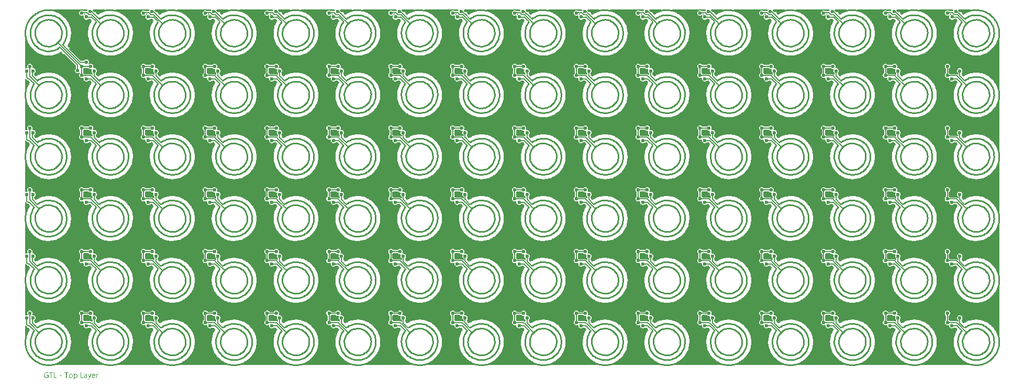
<source format=gtl>
G04*
G04 #@! TF.GenerationSoftware,Altium Limited,Altium Designer,22.11.1 (43)*
G04*
G04 Layer_Physical_Order=1*
G04 Layer_Color=255*
%FSLAX45Y45*%
%MOMM*%
G71*
G04*
G04 #@! TF.SameCoordinates,2E7F8865-AB32-4259-96A3-A5373F490E22*
G04*
G04*
G04 #@! TF.FilePolarity,Positive*
G04*
G01*
G75*
%ADD12C,0.25000*%
%ADD13C,0.25000*%
%ADD14C,0.20000*%
%ADD15C,0.15000*%
%ADD16C,0.20000*%
%ADD17C,0.15000*%
%ADD18C,0.60000*%
G36*
X628421Y379609D02*
X635106Y369503D01*
X630208Y357408D01*
X621593Y354531D01*
X567410D01*
X564358Y357583D01*
X548553Y364129D01*
X531447D01*
X515642Y357583D01*
X503546Y345487D01*
X497000Y329683D01*
Y312576D01*
X503546Y296772D01*
X515642Y284676D01*
X531447Y278129D01*
X548553D01*
X564358Y284676D01*
X565898Y286216D01*
X576665Y279022D01*
X572000Y267761D01*
Y250655D01*
X578546Y234850D01*
X590642Y222754D01*
X606447Y216208D01*
X623553D01*
X639358Y222754D01*
X645522Y228919D01*
X648757Y229176D01*
X660656Y226405D01*
X663170Y222677D01*
X682537Y203481D01*
X663052Y171684D01*
X640343Y116860D01*
X626490Y59158D01*
X621834Y0D01*
X626490Y-59158D01*
X640343Y-116860D01*
X663052Y-171684D01*
X694058Y-222280D01*
X732596Y-267404D01*
X777720Y-305942D01*
X828316Y-336948D01*
X883140Y-359657D01*
X940842Y-373510D01*
X1000000Y-378166D01*
X1059158Y-373510D01*
X1116860Y-359657D01*
X1171684Y-336948D01*
X1222280Y-305942D01*
X1267404Y-267404D01*
X1305943Y-222280D01*
X1336948Y-171684D01*
X1359657Y-116860D01*
X1373510Y-59158D01*
X1378166Y0D01*
X1373510Y59158D01*
X1359657Y116860D01*
X1336948Y171684D01*
X1305943Y222280D01*
X1267404Y267404D01*
X1222280Y305942D01*
X1171684Y336948D01*
X1116860Y359657D01*
X1086653Y366909D01*
X1088157Y379609D01*
X1628421D01*
X1635106Y369503D01*
X1630208Y357408D01*
X1621593Y354531D01*
X1567410D01*
X1564358Y357583D01*
X1548553Y364129D01*
X1531447D01*
X1515642Y357583D01*
X1503546Y345487D01*
X1497000Y329683D01*
Y312576D01*
X1503546Y296772D01*
X1515642Y284676D01*
X1531447Y278129D01*
X1548553D01*
X1564358Y284676D01*
X1565898Y286216D01*
X1576665Y279022D01*
X1572000Y267761D01*
Y250655D01*
X1578547Y234850D01*
X1590642Y222754D01*
X1606447Y216208D01*
X1623553D01*
X1639358Y222754D01*
X1645522Y228919D01*
X1648757Y229176D01*
X1660656Y226405D01*
X1663170Y222677D01*
X1682537Y203481D01*
X1663052Y171684D01*
X1640343Y116860D01*
X1626490Y59158D01*
X1621834Y0D01*
X1626490Y-59158D01*
X1640343Y-116860D01*
X1663052Y-171684D01*
X1694058Y-222280D01*
X1732596Y-267404D01*
X1777720Y-305942D01*
X1828316Y-336948D01*
X1883141Y-359657D01*
X1940842Y-373510D01*
X2000000Y-378166D01*
X2059158Y-373510D01*
X2116860Y-359657D01*
X2171684Y-336948D01*
X2222280Y-305942D01*
X2267404Y-267404D01*
X2305943Y-222280D01*
X2336948Y-171684D01*
X2359657Y-116860D01*
X2373510Y-59158D01*
X2378166Y0D01*
X2373510Y59158D01*
X2359657Y116860D01*
X2336948Y171684D01*
X2305943Y222280D01*
X2267404Y267404D01*
X2222280Y305942D01*
X2171684Y336948D01*
X2116860Y359657D01*
X2086653Y366909D01*
X2088157Y379609D01*
X2628421D01*
X2635106Y369503D01*
X2630208Y357408D01*
X2621593Y354531D01*
X2567410D01*
X2564358Y357583D01*
X2548553Y364129D01*
X2531447D01*
X2515642Y357583D01*
X2503546Y345487D01*
X2497000Y329683D01*
Y312576D01*
X2503546Y296772D01*
X2515642Y284676D01*
X2531447Y278129D01*
X2548553D01*
X2564358Y284676D01*
X2565898Y286216D01*
X2576665Y279022D01*
X2572000Y267761D01*
Y250655D01*
X2578547Y234850D01*
X2590643Y222754D01*
X2606447Y216208D01*
X2623553D01*
X2639358Y222754D01*
X2645522Y228919D01*
X2648757Y229176D01*
X2660656Y226405D01*
X2663170Y222677D01*
X2682537Y203481D01*
X2663052Y171684D01*
X2640343Y116860D01*
X2626490Y59158D01*
X2621834Y0D01*
X2626490Y-59158D01*
X2640343Y-116860D01*
X2663052Y-171684D01*
X2694058Y-222280D01*
X2732597Y-267404D01*
X2777720Y-305942D01*
X2828316Y-336948D01*
X2883141Y-359657D01*
X2940842Y-373510D01*
X3000000Y-378166D01*
X3059158Y-373510D01*
X3116860Y-359657D01*
X3171684Y-336948D01*
X3222280Y-305942D01*
X3267404Y-267404D01*
X3305943Y-222280D01*
X3336948Y-171684D01*
X3359657Y-116860D01*
X3373510Y-59158D01*
X3378166Y0D01*
X3373510Y59158D01*
X3359657Y116860D01*
X3336948Y171684D01*
X3305943Y222280D01*
X3267404Y267404D01*
X3222280Y305942D01*
X3171684Y336948D01*
X3116860Y359657D01*
X3086654Y366909D01*
X3088157Y379609D01*
X3628420D01*
X3635106Y369503D01*
X3630208Y357408D01*
X3621593Y354531D01*
X3567410D01*
X3564358Y357583D01*
X3548553Y364129D01*
X3531447D01*
X3515642Y357583D01*
X3503546Y345487D01*
X3497000Y329683D01*
Y312576D01*
X3503546Y296772D01*
X3515642Y284676D01*
X3531447Y278129D01*
X3548553D01*
X3564358Y284676D01*
X3565898Y286216D01*
X3576665Y279022D01*
X3572000Y267761D01*
Y250655D01*
X3578547Y234850D01*
X3590643Y222754D01*
X3606447Y216208D01*
X3623553D01*
X3639358Y222754D01*
X3645522Y228918D01*
X3648757Y229176D01*
X3660655Y226405D01*
X3663170Y222677D01*
X3682537Y203481D01*
X3663052Y171684D01*
X3640343Y116860D01*
X3626490Y59158D01*
X3621834Y0D01*
X3626490Y-59158D01*
X3640343Y-116860D01*
X3663052Y-171684D01*
X3694057Y-222280D01*
X3732596Y-267404D01*
X3777720Y-305942D01*
X3828316Y-336948D01*
X3883140Y-359657D01*
X3940842Y-373510D01*
X4000000Y-378166D01*
X4059158Y-373510D01*
X4116859Y-359657D01*
X4171684Y-336948D01*
X4222280Y-305942D01*
X4267403Y-267404D01*
X4305942Y-222280D01*
X4336948Y-171684D01*
X4359657Y-116860D01*
X4373510Y-59158D01*
X4378166Y0D01*
X4373510Y59158D01*
X4359657Y116860D01*
X4336948Y171684D01*
X4305942Y222280D01*
X4267403Y267404D01*
X4222280Y305942D01*
X4171684Y336948D01*
X4116859Y359657D01*
X4086654Y366909D01*
X4088157Y379609D01*
X4628420D01*
X4635106Y369503D01*
X4630207Y357408D01*
X4621593Y354531D01*
X4567409D01*
X4564357Y357583D01*
X4548553Y364129D01*
X4531447D01*
X4515642Y357583D01*
X4503546Y345487D01*
X4497000Y329683D01*
Y312576D01*
X4503546Y296772D01*
X4515642Y284676D01*
X4531447Y278129D01*
X4548553D01*
X4564357Y284676D01*
X4565898Y286216D01*
X4576664Y279022D01*
X4572000Y267761D01*
Y250655D01*
X4578546Y234850D01*
X4590642Y222754D01*
X4606447Y216208D01*
X4623553D01*
X4639357Y222754D01*
X4645522Y228919D01*
X4648757Y229176D01*
X4660655Y226405D01*
X4663170Y222677D01*
X4682537Y203481D01*
X4663052Y171684D01*
X4640343Y116860D01*
X4626490Y59158D01*
X4621834Y0D01*
X4626490Y-59158D01*
X4640343Y-116860D01*
X4663052Y-171684D01*
X4694057Y-222280D01*
X4732596Y-267404D01*
X4777720Y-305942D01*
X4828316Y-336948D01*
X4883140Y-359657D01*
X4940842Y-373510D01*
X5000000Y-378166D01*
X5059158Y-373510D01*
X5116859Y-359657D01*
X5171684Y-336948D01*
X5222280Y-305942D01*
X5267403Y-267404D01*
X5305942Y-222280D01*
X5336948Y-171684D01*
X5359657Y-116860D01*
X5373510Y-59158D01*
X5378166Y0D01*
X5373510Y59158D01*
X5359657Y116860D01*
X5336948Y171684D01*
X5305942Y222280D01*
X5267403Y267404D01*
X5222280Y305942D01*
X5171684Y336948D01*
X5116859Y359657D01*
X5086654Y366909D01*
X5088157Y379609D01*
X5628420D01*
X5635106Y369503D01*
X5630207Y357408D01*
X5621593Y354531D01*
X5567409D01*
X5564357Y357583D01*
X5548553Y364129D01*
X5531447D01*
X5515642Y357583D01*
X5503546Y345487D01*
X5497000Y329683D01*
Y312576D01*
X5503546Y296772D01*
X5515642Y284676D01*
X5531447Y278129D01*
X5548553D01*
X5564357Y284676D01*
X5565898Y286216D01*
X5576664Y279022D01*
X5572000Y267761D01*
Y250655D01*
X5578546Y234850D01*
X5590642Y222754D01*
X5606447Y216208D01*
X5623553D01*
X5639358Y222754D01*
X5645522Y228919D01*
X5648757Y229176D01*
X5660655Y226405D01*
X5663170Y222677D01*
X5682537Y203481D01*
X5663052Y171684D01*
X5640343Y116860D01*
X5626490Y59158D01*
X5621834Y0D01*
X5626490Y-59158D01*
X5640343Y-116860D01*
X5663052Y-171684D01*
X5694057Y-222280D01*
X5732596Y-267404D01*
X5777720Y-305942D01*
X5828316Y-336948D01*
X5883140Y-359657D01*
X5940842Y-373510D01*
X6000000Y-378166D01*
X6059158Y-373510D01*
X6116859Y-359657D01*
X6171684Y-336948D01*
X6222280Y-305942D01*
X6267404Y-267404D01*
X6305942Y-222280D01*
X6336948Y-171684D01*
X6359657Y-116860D01*
X6373510Y-59158D01*
X6378166Y0D01*
X6373510Y59158D01*
X6359657Y116860D01*
X6336948Y171684D01*
X6305942Y222280D01*
X6267404Y267404D01*
X6222280Y305942D01*
X6171684Y336948D01*
X6116859Y359657D01*
X6086654Y366909D01*
X6088157Y379609D01*
X6628420D01*
X6635106Y369503D01*
X6630207Y357408D01*
X6621593Y354531D01*
X6567410D01*
X6564357Y357583D01*
X6548553Y364129D01*
X6531447D01*
X6515642Y357583D01*
X6503546Y345487D01*
X6497000Y329683D01*
Y312576D01*
X6503546Y296772D01*
X6515642Y284676D01*
X6531447Y278129D01*
X6548553D01*
X6564357Y284676D01*
X6565898Y286216D01*
X6576665Y279022D01*
X6572000Y267761D01*
Y250655D01*
X6578546Y234850D01*
X6590642Y222754D01*
X6606447Y216208D01*
X6623553D01*
X6639358Y222754D01*
X6645522Y228919D01*
X6648757Y229176D01*
X6660655Y226405D01*
X6663170Y222677D01*
X6682537Y203481D01*
X6663052Y171684D01*
X6640343Y116860D01*
X6626490Y59158D01*
X6621834Y0D01*
X6626490Y-59158D01*
X6640343Y-116860D01*
X6663052Y-171684D01*
X6694057Y-222280D01*
X6732596Y-267404D01*
X6777720Y-305942D01*
X6828316Y-336948D01*
X6883140Y-359657D01*
X6940842Y-373510D01*
X7000000Y-378166D01*
X7059158Y-373510D01*
X7116860Y-359657D01*
X7171684Y-336948D01*
X7222280Y-305942D01*
X7267404Y-267404D01*
X7305942Y-222280D01*
X7336948Y-171684D01*
X7359657Y-116860D01*
X7373510Y-59158D01*
X7378166Y0D01*
X7373510Y59158D01*
X7359657Y116860D01*
X7336948Y171684D01*
X7305942Y222280D01*
X7267404Y267404D01*
X7222280Y305942D01*
X7171684Y336948D01*
X7116860Y359657D01*
X7086654Y366909D01*
X7088157Y379609D01*
X7628420D01*
X7635106Y369503D01*
X7630207Y357408D01*
X7621593Y354531D01*
X7567410D01*
X7564357Y357583D01*
X7548553Y364129D01*
X7531447D01*
X7515642Y357583D01*
X7503546Y345487D01*
X7497000Y329683D01*
Y312576D01*
X7503546Y296772D01*
X7515642Y284676D01*
X7531447Y278129D01*
X7548553D01*
X7564357Y284676D01*
X7565898Y286216D01*
X7576665Y279022D01*
X7572000Y267761D01*
Y250655D01*
X7578546Y234850D01*
X7590642Y222754D01*
X7606447Y216208D01*
X7623553D01*
X7639358Y222754D01*
X7645522Y228919D01*
X7648757Y229176D01*
X7660655Y226405D01*
X7663170Y222677D01*
X7682537Y203481D01*
X7663052Y171684D01*
X7640343Y116860D01*
X7626490Y59158D01*
X7621834Y0D01*
X7626490Y-59158D01*
X7640343Y-116860D01*
X7663052Y-171684D01*
X7694058Y-222280D01*
X7732596Y-267404D01*
X7777720Y-305942D01*
X7828316Y-336948D01*
X7883140Y-359657D01*
X7940842Y-373510D01*
X8000000Y-378166D01*
X8059158Y-373510D01*
X8116860Y-359657D01*
X8171684Y-336948D01*
X8222280Y-305942D01*
X8267404Y-267404D01*
X8305942Y-222280D01*
X8336948Y-171684D01*
X8359657Y-116860D01*
X8373510Y-59158D01*
X8378166Y0D01*
X8373510Y59158D01*
X8359657Y116860D01*
X8336948Y171684D01*
X8305942Y222280D01*
X8267404Y267404D01*
X8222280Y305942D01*
X8171684Y336948D01*
X8116860Y359657D01*
X8086654Y366909D01*
X8088158Y379609D01*
X8628420D01*
X8635106Y369503D01*
X8630207Y357408D01*
X8621593Y354531D01*
X8567410D01*
X8564358Y357583D01*
X8548553Y364129D01*
X8531447D01*
X8515642Y357583D01*
X8503546Y345487D01*
X8497000Y329683D01*
Y312576D01*
X8503546Y296772D01*
X8515642Y284676D01*
X8531447Y278129D01*
X8548553D01*
X8564358Y284676D01*
X8565898Y286216D01*
X8576665Y279022D01*
X8572000Y267761D01*
Y250655D01*
X8578546Y234850D01*
X8590642Y222754D01*
X8606447Y216208D01*
X8623553D01*
X8639358Y222754D01*
X8645522Y228919D01*
X8648757Y229176D01*
X8660656Y226405D01*
X8663170Y222677D01*
X8682537Y203481D01*
X8663052Y171684D01*
X8640343Y116860D01*
X8626490Y59158D01*
X8621834Y0D01*
X8626490Y-59158D01*
X8640343Y-116860D01*
X8663052Y-171684D01*
X8694058Y-222280D01*
X8732596Y-267404D01*
X8777720Y-305942D01*
X8828316Y-336948D01*
X8883140Y-359657D01*
X8940842Y-373510D01*
X9000000Y-378166D01*
X9059158Y-373510D01*
X9116860Y-359657D01*
X9171684Y-336948D01*
X9222280Y-305942D01*
X9267404Y-267404D01*
X9305943Y-222280D01*
X9336948Y-171684D01*
X9359657Y-116860D01*
X9373510Y-59158D01*
X9378166Y0D01*
X9373510Y59158D01*
X9359657Y116860D01*
X9336948Y171684D01*
X9305943Y222280D01*
X9267404Y267404D01*
X9222280Y305942D01*
X9171684Y336948D01*
X9116860Y359657D01*
X9086654Y366909D01*
X9088158Y379609D01*
X9628420D01*
X9635105Y369503D01*
X9630207Y357408D01*
X9621593Y354531D01*
X9567410D01*
X9564358Y357583D01*
X9548553Y364129D01*
X9531447D01*
X9515642Y357583D01*
X9503546Y345487D01*
X9497000Y329683D01*
Y312576D01*
X9503546Y296772D01*
X9515642Y284676D01*
X9531447Y278129D01*
X9548553D01*
X9564358Y284676D01*
X9565898Y286216D01*
X9576665Y279022D01*
X9572000Y267761D01*
Y250655D01*
X9578547Y234850D01*
X9590642Y222754D01*
X9606447Y216208D01*
X9623553D01*
X9639358Y222754D01*
X9645522Y228919D01*
X9648757Y229176D01*
X9660656Y226405D01*
X9663170Y222677D01*
X9682537Y203481D01*
X9663052Y171684D01*
X9640343Y116860D01*
X9626490Y59158D01*
X9621834Y0D01*
X9626490Y-59158D01*
X9640343Y-116860D01*
X9663052Y-171684D01*
X9694058Y-222280D01*
X9732596Y-267404D01*
X9777720Y-305942D01*
X9828316Y-336948D01*
X9883141Y-359657D01*
X9940842Y-373510D01*
X10000000Y-378166D01*
X10059158Y-373510D01*
X10116860Y-359657D01*
X10171684Y-336948D01*
X10222280Y-305942D01*
X10267404Y-267404D01*
X10305943Y-222280D01*
X10336948Y-171684D01*
X10359657Y-116860D01*
X10373510Y-59158D01*
X10378166Y0D01*
X10373510Y59158D01*
X10359657Y116860D01*
X10336948Y171684D01*
X10305943Y222280D01*
X10267404Y267404D01*
X10222280Y305942D01*
X10171684Y336948D01*
X10116860Y359657D01*
X10086655Y366909D01*
X10088158Y379609D01*
X10628420D01*
X10635105Y369503D01*
X10630207Y357408D01*
X10621593Y354531D01*
X10567410D01*
X10564358Y357583D01*
X10548553Y364129D01*
X10531447D01*
X10515642Y357583D01*
X10503546Y345487D01*
X10497000Y329683D01*
Y312576D01*
X10503546Y296772D01*
X10515642Y284676D01*
X10531447Y278129D01*
X10548553D01*
X10564358Y284676D01*
X10565898Y286216D01*
X10576665Y279022D01*
X10572000Y267761D01*
Y250655D01*
X10578547Y234850D01*
X10590643Y222754D01*
X10606447Y216208D01*
X10623553D01*
X10639358Y222754D01*
X10645522Y228919D01*
X10648757Y229176D01*
X10660656Y226405D01*
X10663170Y222677D01*
X10682537Y203481D01*
X10663052Y171684D01*
X10640343Y116860D01*
X10626490Y59158D01*
X10621834Y0D01*
X10626490Y-59158D01*
X10640343Y-116860D01*
X10663052Y-171684D01*
X10694058Y-222280D01*
X10732597Y-267404D01*
X10777720Y-305942D01*
X10828316Y-336948D01*
X10883141Y-359657D01*
X10940842Y-373510D01*
X11000000Y-378166D01*
X11059158Y-373510D01*
X11116860Y-359657D01*
X11171684Y-336948D01*
X11222280Y-305942D01*
X11267404Y-267404D01*
X11305943Y-222280D01*
X11336948Y-171684D01*
X11359657Y-116860D01*
X11373510Y-59158D01*
X11378166Y0D01*
X11373510Y59158D01*
X11359657Y116860D01*
X11336948Y171684D01*
X11305943Y222280D01*
X11267404Y267404D01*
X11222280Y305942D01*
X11171684Y336948D01*
X11116860Y359657D01*
X11086655Y366909D01*
X11088158Y379609D01*
X11628420Y379609D01*
X11635106Y369503D01*
X11630207Y357408D01*
X11621593Y354531D01*
X11567410D01*
X11564358Y357583D01*
X11548553Y364129D01*
X11531447D01*
X11515642Y357583D01*
X11503546Y345487D01*
X11497000Y329683D01*
Y312576D01*
X11503546Y296772D01*
X11515642Y284676D01*
X11531447Y278129D01*
X11548553D01*
X11564358Y284676D01*
X11565898Y286216D01*
X11576665Y279022D01*
X11572000Y267761D01*
Y250655D01*
X11578547Y234850D01*
X11590643Y222754D01*
X11606447Y216208D01*
X11623553D01*
X11639358Y222754D01*
X11645522Y228918D01*
X11648757Y229176D01*
X11660655Y226405D01*
X11663170Y222677D01*
X11682537Y203481D01*
X11663052Y171684D01*
X11640343Y116860D01*
X11626490Y59158D01*
X11621834Y0D01*
X11626490Y-59158D01*
X11640343Y-116860D01*
X11663052Y-171684D01*
X11694057Y-222280D01*
X11732596Y-267404D01*
X11777720Y-305942D01*
X11828316Y-336948D01*
X11883140Y-359657D01*
X11940842Y-373510D01*
X12000000Y-378166D01*
X12059158Y-373510D01*
X12116859Y-359657D01*
X12171684Y-336948D01*
X12222280Y-305942D01*
X12267403Y-267404D01*
X12305942Y-222280D01*
X12336948Y-171684D01*
X12359657Y-116860D01*
X12373510Y-59158D01*
X12378166Y0D01*
X12373510Y59158D01*
X12359657Y116860D01*
X12336948Y171684D01*
X12305942Y222280D01*
X12267403Y267404D01*
X12222280Y305942D01*
X12171684Y336948D01*
X12116859Y359657D01*
X12086655Y366909D01*
X12088158Y379609D01*
X12628420D01*
X12635105Y369503D01*
X12630207Y357408D01*
X12621593Y354531D01*
X12567409D01*
X12564357Y357583D01*
X12548553Y364129D01*
X12531447D01*
X12515642Y357583D01*
X12503546Y345487D01*
X12497000Y329683D01*
Y312576D01*
X12503546Y296772D01*
X12515642Y284676D01*
X12531447Y278129D01*
X12548553D01*
X12564357Y284676D01*
X12565898Y286216D01*
X12576664Y279022D01*
X12572000Y267761D01*
Y250655D01*
X12578546Y234850D01*
X12590642Y222754D01*
X12606447Y216208D01*
X12623553D01*
X12639357Y222754D01*
X12645522Y228919D01*
X12648757Y229176D01*
X12660655Y226405D01*
X12663170Y222677D01*
X12682537Y203481D01*
X12663052Y171684D01*
X12640343Y116860D01*
X12626490Y59158D01*
X12621834Y0D01*
X12626490Y-59158D01*
X12640343Y-116860D01*
X12663052Y-171684D01*
X12694057Y-222280D01*
X12732596Y-267404D01*
X12777720Y-305942D01*
X12828316Y-336948D01*
X12883141Y-359657D01*
X12940842Y-373510D01*
X13000000Y-378166D01*
X13059158Y-373510D01*
X13116859Y-359657D01*
X13171684Y-336948D01*
X13222279Y-305942D01*
X13267403Y-267404D01*
X13305942Y-222280D01*
X13336948Y-171684D01*
X13359657Y-116860D01*
X13373511Y-59158D01*
X13378166Y0D01*
X13373511Y59158D01*
X13359657Y116860D01*
X13336948Y171684D01*
X13305942Y222280D01*
X13267403Y267404D01*
X13222279Y305942D01*
X13171684Y336948D01*
X13116859Y359657D01*
X13086655Y366909D01*
X13088158Y379609D01*
X13628419D01*
X13635104Y369503D01*
X13630206Y357408D01*
X13621593Y354531D01*
X13567409D01*
X13564357Y357583D01*
X13548553Y364129D01*
X13531447D01*
X13515642Y357583D01*
X13503546Y345487D01*
X13497000Y329683D01*
Y312576D01*
X13503546Y296772D01*
X13515642Y284676D01*
X13531447Y278129D01*
X13548553D01*
X13564357Y284676D01*
X13565898Y286216D01*
X13576665Y279022D01*
X13572000Y267761D01*
Y250655D01*
X13578546Y234850D01*
X13590642Y222754D01*
X13606447Y216208D01*
X13623553D01*
X13639359Y222754D01*
X13645522Y228919D01*
X13648756Y229176D01*
X13660655Y226405D01*
X13663170Y222677D01*
X13682536Y203481D01*
X13663052Y171684D01*
X13640343Y116860D01*
X13626489Y59158D01*
X13621834Y0D01*
X13626489Y-59158D01*
X13640343Y-116860D01*
X13663052Y-171684D01*
X13694057Y-222280D01*
X13732596Y-267404D01*
X13777721Y-305942D01*
X13828316Y-336948D01*
X13883141Y-359657D01*
X13940842Y-373510D01*
X14000000Y-378166D01*
X14059158Y-373510D01*
X14116859Y-359657D01*
X14171684Y-336948D01*
X14222279Y-305942D01*
X14267404Y-267404D01*
X14305942Y-222280D01*
X14336948Y-171684D01*
X14359657Y-116860D01*
X14373511Y-59158D01*
X14378166Y0D01*
X14373511Y59158D01*
X14359657Y116860D01*
X14336948Y171684D01*
X14305942Y222280D01*
X14267404Y267404D01*
X14222279Y305942D01*
X14171684Y336948D01*
X14116859Y359657D01*
X14086655Y366909D01*
X14088158Y379609D01*
X14628419D01*
X14635104Y369503D01*
X14630206Y357408D01*
X14621593Y354531D01*
X14567410D01*
X14564357Y357583D01*
X14548553Y364129D01*
X14531447D01*
X14515642Y357583D01*
X14503546Y345487D01*
X14497000Y329683D01*
Y312576D01*
X14503546Y296772D01*
X14515642Y284676D01*
X14531447Y278129D01*
X14548553D01*
X14564357Y284676D01*
X14565898Y286216D01*
X14576665Y279022D01*
X14572000Y267761D01*
Y250655D01*
X14578546Y234850D01*
X14590642Y222754D01*
X14606447Y216208D01*
X14623553D01*
X14639359Y222754D01*
X14645522Y228919D01*
X14648756Y229176D01*
X14660655Y226405D01*
X14663170Y222677D01*
X14682536Y203481D01*
X14663052Y171684D01*
X14640343Y116860D01*
X14626489Y59158D01*
X14621834Y0D01*
X14626489Y-59158D01*
X14640343Y-116860D01*
X14663052Y-171684D01*
X14694057Y-222280D01*
X14732596Y-267404D01*
X14777721Y-305942D01*
X14828316Y-336948D01*
X14883141Y-359657D01*
X14940842Y-373510D01*
X15000000Y-378166D01*
X15059158Y-373510D01*
X15116859Y-359657D01*
X15171684Y-336948D01*
X15222279Y-305942D01*
X15267404Y-267404D01*
X15305942Y-222280D01*
X15336948Y-171684D01*
X15359657Y-116860D01*
X15366910Y-86649D01*
X15379610Y-88152D01*
X15379610Y-911847D01*
X15366910Y-913350D01*
X15359657Y-883140D01*
X15336948Y-828316D01*
X15305942Y-777720D01*
X15267404Y-732596D01*
X15222279Y-694058D01*
X15171684Y-663052D01*
X15116859Y-640343D01*
X15059158Y-626490D01*
X15000000Y-621834D01*
X14940842Y-626490D01*
X14883141Y-640343D01*
X14828316Y-663052D01*
X14796495Y-682552D01*
X14776991Y-663222D01*
X14771240Y-659415D01*
X14769125Y-651111D01*
X14768669Y-645255D01*
X14776454Y-637470D01*
X14783000Y-621666D01*
Y-604559D01*
X14776454Y-588755D01*
X14764359Y-576659D01*
X14748553Y-570113D01*
X14731447D01*
X14715642Y-576659D01*
X14703546Y-588755D01*
X14697000Y-604559D01*
Y-621666D01*
X14703546Y-637470D01*
X14715642Y-649566D01*
X14716483Y-649914D01*
Y-670329D01*
X14704749Y-675189D01*
X14700198Y-670640D01*
X14693417Y-666109D01*
X14685419Y-664518D01*
X14577885D01*
X14576453Y-661062D01*
X14564357Y-648966D01*
X14563451Y-648590D01*
Y-576829D01*
X14564357Y-576454D01*
X14576453Y-564358D01*
X14583000Y-548553D01*
Y-531447D01*
X14576453Y-515642D01*
X14564357Y-503546D01*
X14548553Y-497000D01*
X14531447D01*
X14515642Y-503546D01*
X14503546Y-515642D01*
X14497000Y-531447D01*
Y-548553D01*
X14503546Y-564358D01*
X14515642Y-576454D01*
X14516550Y-576829D01*
Y-648590D01*
X14515642Y-648966D01*
X14503546Y-661062D01*
X14497000Y-676866D01*
Y-693972D01*
X14503546Y-709777D01*
X14515642Y-721873D01*
X14531447Y-728419D01*
X14548553D01*
X14559496Y-723887D01*
X14565704Y-728307D01*
X14570113Y-732712D01*
Y-748551D01*
X14576659Y-764355D01*
X14588754Y-776451D01*
X14604558Y-782997D01*
X14621664D01*
X14637469Y-776451D01*
X14645068Y-768852D01*
X14651115Y-769409D01*
X14659282Y-771559D01*
X14663170Y-777323D01*
X14682536Y-796519D01*
X14663052Y-828316D01*
X14640343Y-883140D01*
X14626489Y-940842D01*
X14621834Y-1000000D01*
X14626489Y-1059158D01*
X14640343Y-1116860D01*
X14663052Y-1171684D01*
X14694057Y-1222280D01*
X14732596Y-1267404D01*
X14777721Y-1305943D01*
X14828316Y-1336948D01*
X14883141Y-1359657D01*
X14940842Y-1373510D01*
X15000000Y-1378166D01*
X15059158Y-1373510D01*
X15116859Y-1359657D01*
X15171684Y-1336948D01*
X15222279Y-1305943D01*
X15267404Y-1267404D01*
X15305942Y-1222280D01*
X15336948Y-1171684D01*
X15359657Y-1116860D01*
X15366910Y-1086650D01*
X15379610Y-1088153D01*
Y-1911847D01*
X15366910Y-1913350D01*
X15359657Y-1883141D01*
X15336948Y-1828316D01*
X15305942Y-1777720D01*
X15267404Y-1732596D01*
X15222279Y-1694058D01*
X15171684Y-1663052D01*
X15116859Y-1640343D01*
X15059158Y-1626490D01*
X15000000Y-1621834D01*
X14940842Y-1626490D01*
X14883141Y-1640343D01*
X14828316Y-1663052D01*
X14796495Y-1682552D01*
X14776991Y-1663222D01*
X14771240Y-1659416D01*
X14769125Y-1651111D01*
X14768669Y-1645255D01*
X14776454Y-1637470D01*
X14783000Y-1621666D01*
Y-1604559D01*
X14776454Y-1588755D01*
X14764359Y-1576659D01*
X14748553Y-1570113D01*
X14731447D01*
X14715642Y-1576659D01*
X14703546Y-1588755D01*
X14697000Y-1604559D01*
Y-1621666D01*
X14703546Y-1637470D01*
X14715642Y-1649566D01*
X14716483Y-1649914D01*
Y-1670329D01*
X14704749Y-1675189D01*
X14700198Y-1670640D01*
X14693417Y-1666109D01*
X14685419Y-1664518D01*
X14577885D01*
X14576453Y-1661062D01*
X14564357Y-1648966D01*
X14563451Y-1648590D01*
Y-1576829D01*
X14564357Y-1576454D01*
X14576453Y-1564358D01*
X14583000Y-1548553D01*
Y-1531447D01*
X14576453Y-1515642D01*
X14564357Y-1503546D01*
X14548553Y-1497000D01*
X14531447D01*
X14515642Y-1503546D01*
X14503546Y-1515642D01*
X14497000Y-1531447D01*
Y-1548553D01*
X14503546Y-1564358D01*
X14515642Y-1576454D01*
X14516550Y-1576829D01*
Y-1648590D01*
X14515642Y-1648966D01*
X14503546Y-1661062D01*
X14497000Y-1676866D01*
Y-1693972D01*
X14503546Y-1709777D01*
X14515642Y-1721873D01*
X14531447Y-1728419D01*
X14548553D01*
X14559496Y-1723887D01*
X14565704Y-1728307D01*
X14570113Y-1732712D01*
Y-1748551D01*
X14576659Y-1764355D01*
X14588754Y-1776451D01*
X14604558Y-1782997D01*
X14621664D01*
X14637469Y-1776451D01*
X14645068Y-1768852D01*
X14651115Y-1769409D01*
X14659282Y-1771559D01*
X14663170Y-1777323D01*
X14682536Y-1796519D01*
X14663052Y-1828316D01*
X14640343Y-1883141D01*
X14626489Y-1940842D01*
X14621834Y-2000000D01*
X14626489Y-2059158D01*
X14640343Y-2116860D01*
X14663052Y-2171684D01*
X14694057Y-2222280D01*
X14732596Y-2267404D01*
X14777721Y-2305943D01*
X14828316Y-2336948D01*
X14883141Y-2359657D01*
X14940842Y-2373510D01*
X15000000Y-2378166D01*
X15059158Y-2373510D01*
X15116859Y-2359657D01*
X15171684Y-2336948D01*
X15222279Y-2305943D01*
X15267404Y-2267404D01*
X15305942Y-2222280D01*
X15336948Y-2171684D01*
X15359657Y-2116860D01*
X15366910Y-2086650D01*
X15379610Y-2088154D01*
X15379610Y-2911846D01*
X15366910Y-2913349D01*
X15359657Y-2883141D01*
X15336948Y-2828316D01*
X15305942Y-2777720D01*
X15267404Y-2732597D01*
X15222279Y-2694058D01*
X15171684Y-2663052D01*
X15116859Y-2640343D01*
X15059158Y-2626490D01*
X15000000Y-2621834D01*
X14940842Y-2626490D01*
X14883141Y-2640343D01*
X14828316Y-2663052D01*
X14796495Y-2682552D01*
X14776991Y-2663222D01*
X14771240Y-2659416D01*
X14769125Y-2651111D01*
X14768669Y-2645255D01*
X14776454Y-2637470D01*
X14783000Y-2621666D01*
Y-2604559D01*
X14776454Y-2588755D01*
X14764359Y-2576659D01*
X14748553Y-2570113D01*
X14731447D01*
X14715642Y-2576659D01*
X14703546Y-2588755D01*
X14697000Y-2604559D01*
Y-2621666D01*
X14703546Y-2637470D01*
X14715642Y-2649566D01*
X14716483Y-2649914D01*
Y-2670329D01*
X14704749Y-2675189D01*
X14700198Y-2670640D01*
X14693417Y-2666109D01*
X14685419Y-2664518D01*
X14577885D01*
X14576453Y-2661062D01*
X14564357Y-2648966D01*
X14563451Y-2648590D01*
Y-2576829D01*
X14564357Y-2576454D01*
X14576453Y-2564358D01*
X14583000Y-2548553D01*
Y-2531447D01*
X14576453Y-2515642D01*
X14564357Y-2503546D01*
X14548553Y-2497000D01*
X14531447D01*
X14515642Y-2503546D01*
X14503546Y-2515642D01*
X14497000Y-2531447D01*
Y-2548553D01*
X14503546Y-2564358D01*
X14515642Y-2576454D01*
X14516550Y-2576829D01*
Y-2648590D01*
X14515642Y-2648966D01*
X14503546Y-2661062D01*
X14497000Y-2676866D01*
Y-2693973D01*
X14503546Y-2709777D01*
X14515642Y-2721873D01*
X14531447Y-2728419D01*
X14548553D01*
X14559496Y-2723887D01*
X14565704Y-2728307D01*
X14570113Y-2732712D01*
Y-2748551D01*
X14576659Y-2764355D01*
X14588754Y-2776451D01*
X14604558Y-2782997D01*
X14621664D01*
X14637469Y-2776451D01*
X14645068Y-2768852D01*
X14651115Y-2769409D01*
X14659282Y-2771559D01*
X14663170Y-2777323D01*
X14682536Y-2796519D01*
X14663052Y-2828316D01*
X14640343Y-2883141D01*
X14626489Y-2940842D01*
X14621834Y-3000000D01*
X14626489Y-3059158D01*
X14640343Y-3116860D01*
X14663052Y-3171684D01*
X14694057Y-3222280D01*
X14732596Y-3267404D01*
X14777721Y-3305943D01*
X14828316Y-3336948D01*
X14883141Y-3359657D01*
X14940842Y-3373510D01*
X15000000Y-3378166D01*
X15059158Y-3373510D01*
X15116859Y-3359657D01*
X15171684Y-3336948D01*
X15222279Y-3305943D01*
X15267404Y-3267404D01*
X15305942Y-3222280D01*
X15336948Y-3171684D01*
X15359657Y-3116860D01*
X15366910Y-3086651D01*
X15379610Y-3088154D01*
Y-3911845D01*
X15366908Y-3913349D01*
X15359657Y-3883140D01*
X15336948Y-3828316D01*
X15305942Y-3777720D01*
X15267404Y-3732596D01*
X15222279Y-3694057D01*
X15171684Y-3663052D01*
X15116859Y-3640343D01*
X15059158Y-3626490D01*
X15000000Y-3621834D01*
X14940842Y-3626490D01*
X14883141Y-3640343D01*
X14828316Y-3663052D01*
X14796495Y-3682552D01*
X14776991Y-3663222D01*
X14771240Y-3659415D01*
X14769125Y-3651111D01*
X14768669Y-3645255D01*
X14776454Y-3637470D01*
X14783000Y-3621666D01*
Y-3604559D01*
X14776454Y-3588755D01*
X14764359Y-3576659D01*
X14748553Y-3570112D01*
X14731447D01*
X14715642Y-3576659D01*
X14703546Y-3588755D01*
X14697000Y-3604559D01*
Y-3621666D01*
X14703546Y-3637470D01*
X14715642Y-3649566D01*
X14716483Y-3649914D01*
Y-3670329D01*
X14704749Y-3675189D01*
X14700198Y-3670640D01*
X14693417Y-3666109D01*
X14685419Y-3664518D01*
X14577885D01*
X14576453Y-3661062D01*
X14564357Y-3648966D01*
X14563451Y-3648590D01*
Y-3576829D01*
X14564357Y-3576453D01*
X14576453Y-3564357D01*
X14583000Y-3548553D01*
Y-3531447D01*
X14576453Y-3515642D01*
X14564357Y-3503546D01*
X14548553Y-3497000D01*
X14531447D01*
X14515642Y-3503546D01*
X14503546Y-3515642D01*
X14497000Y-3531447D01*
Y-3548553D01*
X14503546Y-3564357D01*
X14515642Y-3576453D01*
X14516550Y-3576829D01*
Y-3648590D01*
X14515642Y-3648966D01*
X14503546Y-3661062D01*
X14497000Y-3676866D01*
Y-3693972D01*
X14503546Y-3709777D01*
X14515642Y-3721873D01*
X14531447Y-3728419D01*
X14548553D01*
X14559496Y-3723887D01*
X14565704Y-3728306D01*
X14570113Y-3732712D01*
Y-3748551D01*
X14576659Y-3764355D01*
X14588754Y-3776451D01*
X14604558Y-3782997D01*
X14621664D01*
X14637469Y-3776451D01*
X14645068Y-3768852D01*
X14651115Y-3769409D01*
X14659282Y-3771558D01*
X14663170Y-3777323D01*
X14682536Y-3796519D01*
X14663052Y-3828316D01*
X14640343Y-3883140D01*
X14626489Y-3940842D01*
X14621834Y-4000000D01*
X14626489Y-4059158D01*
X14640343Y-4116859D01*
X14663052Y-4171684D01*
X14694057Y-4222280D01*
X14732596Y-4267403D01*
X14777721Y-4305942D01*
X14828316Y-4336948D01*
X14883141Y-4359657D01*
X14940842Y-4373510D01*
X15000000Y-4378166D01*
X15059158Y-4373510D01*
X15116859Y-4359657D01*
X15171684Y-4336948D01*
X15222279Y-4305942D01*
X15267404Y-4267403D01*
X15305942Y-4222280D01*
X15336948Y-4171684D01*
X15359657Y-4116859D01*
X15366908Y-4086651D01*
X15379610Y-4088155D01*
X15379610Y-4911845D01*
X15366908Y-4913348D01*
X15359657Y-4883140D01*
X15336948Y-4828316D01*
X15305942Y-4777720D01*
X15267404Y-4732596D01*
X15222279Y-4694057D01*
X15171684Y-4663052D01*
X15116859Y-4640343D01*
X15059158Y-4626490D01*
X15000000Y-4621834D01*
X14940842Y-4626490D01*
X14883141Y-4640343D01*
X14828316Y-4663052D01*
X14796495Y-4682552D01*
X14776991Y-4663222D01*
X14771240Y-4659415D01*
X14769125Y-4651111D01*
X14768669Y-4645255D01*
X14776454Y-4637470D01*
X14783000Y-4621666D01*
Y-4604559D01*
X14776454Y-4588755D01*
X14764359Y-4576659D01*
X14748553Y-4570113D01*
X14731447D01*
X14715642Y-4576659D01*
X14703546Y-4588755D01*
X14697000Y-4604559D01*
Y-4621666D01*
X14703546Y-4637470D01*
X14715642Y-4649566D01*
X14716483Y-4649914D01*
Y-4670329D01*
X14704749Y-4675189D01*
X14700198Y-4670640D01*
X14693417Y-4666109D01*
X14685419Y-4664518D01*
X14577885D01*
X14576453Y-4661062D01*
X14564357Y-4648966D01*
X14563451Y-4648590D01*
Y-4576829D01*
X14564357Y-4576453D01*
X14576453Y-4564357D01*
X14583000Y-4548553D01*
Y-4531447D01*
X14576453Y-4515642D01*
X14564357Y-4503546D01*
X14548553Y-4497000D01*
X14531447D01*
X14515642Y-4503546D01*
X14503546Y-4515642D01*
X14497000Y-4531447D01*
Y-4548553D01*
X14503546Y-4564357D01*
X14515642Y-4576453D01*
X14516550Y-4576829D01*
Y-4648590D01*
X14515642Y-4648966D01*
X14503546Y-4661062D01*
X14497000Y-4676866D01*
Y-4693972D01*
X14503546Y-4709777D01*
X14515642Y-4721873D01*
X14531447Y-4728419D01*
X14548553D01*
X14559496Y-4723887D01*
X14565704Y-4728307D01*
X14570113Y-4732712D01*
Y-4748551D01*
X14576659Y-4764355D01*
X14588754Y-4776451D01*
X14604558Y-4782997D01*
X14621664D01*
X14637469Y-4776451D01*
X14645068Y-4768852D01*
X14651115Y-4769409D01*
X14659282Y-4771558D01*
X14663170Y-4777323D01*
X14682536Y-4796519D01*
X14663052Y-4828316D01*
X14640343Y-4883140D01*
X14626489Y-4940842D01*
X14621834Y-5000000D01*
X14626489Y-5059158D01*
X14640343Y-5116859D01*
X14663052Y-5171684D01*
X14694057Y-5222280D01*
X14732596Y-5267403D01*
X14777721Y-5305942D01*
X14828316Y-5336948D01*
X14883141Y-5359657D01*
X14913348Y-5366910D01*
X14911845Y-5379610D01*
X14088155D01*
X14086652Y-5366910D01*
X14116859Y-5359657D01*
X14171684Y-5336948D01*
X14222279Y-5305942D01*
X14267404Y-5267403D01*
X14305942Y-5222280D01*
X14336948Y-5171684D01*
X14359657Y-5116859D01*
X14373511Y-5059158D01*
X14378166Y-5000000D01*
X14373511Y-4940842D01*
X14359657Y-4883140D01*
X14336948Y-4828316D01*
X14305942Y-4777720D01*
X14267404Y-4732596D01*
X14222279Y-4694057D01*
X14171684Y-4663052D01*
X14116859Y-4640343D01*
X14059158Y-4626490D01*
X14000000Y-4621834D01*
X13940842Y-4626490D01*
X13883141Y-4640343D01*
X13828316Y-4663052D01*
X13796495Y-4682552D01*
X13776991Y-4663222D01*
X13771240Y-4659415D01*
X13769125Y-4651111D01*
X13768669Y-4645255D01*
X13776454Y-4637470D01*
X13783000Y-4621666D01*
Y-4604559D01*
X13776454Y-4588755D01*
X13764359Y-4576659D01*
X13748553Y-4570113D01*
X13732710D01*
X13728313Y-4565713D01*
X13723885Y-4559498D01*
X13728419Y-4548553D01*
Y-4531447D01*
X13721873Y-4515642D01*
X13709776Y-4503546D01*
X13693971Y-4497000D01*
X13676866D01*
X13661063Y-4503546D01*
X13648965Y-4515642D01*
X13648590Y-4516549D01*
X13576830D01*
X13576453Y-4515642D01*
X13564357Y-4503546D01*
X13548553Y-4497000D01*
X13531447D01*
X13515642Y-4503546D01*
X13503546Y-4515642D01*
X13497000Y-4531447D01*
Y-4548553D01*
X13503546Y-4564357D01*
X13515642Y-4576453D01*
X13516550Y-4576829D01*
Y-4648590D01*
X13515642Y-4648966D01*
X13503546Y-4661062D01*
X13497000Y-4676866D01*
Y-4693972D01*
X13503546Y-4709777D01*
X13515642Y-4721873D01*
X13531447Y-4728419D01*
X13548553D01*
X13559496Y-4723887D01*
X13565704Y-4728307D01*
X13570113Y-4732712D01*
Y-4748551D01*
X13576659Y-4764355D01*
X13588754Y-4776451D01*
X13604558Y-4782997D01*
X13621664D01*
X13637469Y-4776451D01*
X13645068Y-4768852D01*
X13651115Y-4769409D01*
X13659282Y-4771558D01*
X13663170Y-4777323D01*
X13682536Y-4796519D01*
X13663052Y-4828316D01*
X13640343Y-4883140D01*
X13626489Y-4940842D01*
X13621834Y-5000000D01*
X13626489Y-5059158D01*
X13640343Y-5116859D01*
X13663052Y-5171684D01*
X13694057Y-5222280D01*
X13732596Y-5267403D01*
X13777721Y-5305942D01*
X13828316Y-5336948D01*
X13883141Y-5359657D01*
X13913348Y-5366910D01*
X13911845Y-5379610D01*
X13088155D01*
X13086652Y-5366910D01*
X13116859Y-5359657D01*
X13171684Y-5336948D01*
X13222279Y-5305942D01*
X13267403Y-5267403D01*
X13305942Y-5222280D01*
X13336948Y-5171684D01*
X13359657Y-5116859D01*
X13373511Y-5059158D01*
X13378166Y-5000000D01*
X13373511Y-4940842D01*
X13359657Y-4883140D01*
X13336948Y-4828316D01*
X13305942Y-4777720D01*
X13267403Y-4732596D01*
X13222279Y-4694057D01*
X13171684Y-4663052D01*
X13116859Y-4640343D01*
X13059158Y-4626490D01*
X13000000Y-4621834D01*
X12940842Y-4626490D01*
X12883141Y-4640343D01*
X12828316Y-4663052D01*
X12796495Y-4682552D01*
X12776992Y-4663222D01*
X12771240Y-4659415D01*
X12769125Y-4651111D01*
X12768669Y-4645255D01*
X12776453Y-4637470D01*
X12783000Y-4621666D01*
Y-4604559D01*
X12776453Y-4588755D01*
X12764358Y-4576659D01*
X12748553Y-4570113D01*
X12732711D01*
X12728313Y-4565713D01*
X12723885Y-4559498D01*
X12728419Y-4548553D01*
Y-4531447D01*
X12721873Y-4515642D01*
X12709777Y-4503546D01*
X12693972Y-4497000D01*
X12676866D01*
X12661062Y-4503546D01*
X12648966Y-4515642D01*
X12648590Y-4516549D01*
X12576829D01*
X12576453Y-4515642D01*
X12564357Y-4503546D01*
X12548553Y-4497000D01*
X12531447D01*
X12515642Y-4503546D01*
X12503546Y-4515642D01*
X12497000Y-4531447D01*
Y-4548553D01*
X12503546Y-4564357D01*
X12515642Y-4576453D01*
X12516549Y-4576829D01*
Y-4648590D01*
X12515642Y-4648966D01*
X12503546Y-4661062D01*
X12497000Y-4676866D01*
Y-4693972D01*
X12503546Y-4709777D01*
X12515642Y-4721873D01*
X12531447Y-4728419D01*
X12548553D01*
X12559496Y-4723887D01*
X12565704Y-4728307D01*
X12570112Y-4732712D01*
Y-4748551D01*
X12576658Y-4764355D01*
X12588754Y-4776451D01*
X12604558Y-4782997D01*
X12621665D01*
X12637469Y-4776451D01*
X12645068Y-4768852D01*
X12651116Y-4769409D01*
X12659282Y-4771558D01*
X12663170Y-4777323D01*
X12682537Y-4796519D01*
X12663052Y-4828316D01*
X12640343Y-4883140D01*
X12626490Y-4940842D01*
X12621834Y-5000000D01*
X12626490Y-5059158D01*
X12640343Y-5116859D01*
X12663052Y-5171684D01*
X12694057Y-5222280D01*
X12732596Y-5267403D01*
X12777720Y-5305942D01*
X12828316Y-5336948D01*
X12883141Y-5359657D01*
X12913348Y-5366910D01*
X12911845Y-5379610D01*
X12088154D01*
X12086651Y-5366910D01*
X12116859Y-5359657D01*
X12171684Y-5336948D01*
X12222280Y-5305942D01*
X12267403Y-5267403D01*
X12305942Y-5222280D01*
X12336948Y-5171684D01*
X12359657Y-5116859D01*
X12373510Y-5059158D01*
X12378166Y-5000000D01*
X12373510Y-4940842D01*
X12359657Y-4883140D01*
X12336948Y-4828316D01*
X12305942Y-4777720D01*
X12267403Y-4732596D01*
X12222280Y-4694057D01*
X12171684Y-4663052D01*
X12116859Y-4640343D01*
X12059158Y-4626490D01*
X12000000Y-4621834D01*
X11940842Y-4626490D01*
X11883140Y-4640343D01*
X11828316Y-4663052D01*
X11796495Y-4682552D01*
X11776992Y-4663222D01*
X11771240Y-4659415D01*
X11769126Y-4651111D01*
X11768669Y-4645255D01*
X11776454Y-4637470D01*
X11783000Y-4621666D01*
Y-4604559D01*
X11776454Y-4588755D01*
X11764358Y-4576659D01*
X11748553Y-4570113D01*
X11732711D01*
X11728313Y-4565713D01*
X11723886Y-4559498D01*
X11728419Y-4548553D01*
Y-4531447D01*
X11721873Y-4515642D01*
X11709777Y-4503546D01*
X11693973Y-4497000D01*
X11676866D01*
X11661062Y-4503546D01*
X11648966Y-4515642D01*
X11648590Y-4516549D01*
X11576829D01*
X11576454Y-4515642D01*
X11564358Y-4503546D01*
X11548553Y-4497000D01*
X11531447D01*
X11515642Y-4503546D01*
X11503546Y-4515642D01*
X11497000Y-4531447D01*
Y-4548553D01*
X11503546Y-4564357D01*
X11515642Y-4576453D01*
X11516549Y-4576829D01*
Y-4648590D01*
X11515642Y-4648966D01*
X11503546Y-4661062D01*
X11497000Y-4676866D01*
Y-4693972D01*
X11503546Y-4709777D01*
X11515642Y-4721873D01*
X11531447Y-4728419D01*
X11548553D01*
X11559496Y-4723887D01*
X11565704Y-4728307D01*
X11570112Y-4732712D01*
Y-4748551D01*
X11576658Y-4764355D01*
X11588754Y-4776451D01*
X11604558Y-4782997D01*
X11621665D01*
X11637469Y-4776451D01*
X11645068Y-4768852D01*
X11651115Y-4769409D01*
X11659281Y-4771558D01*
X11663170Y-4777323D01*
X11682537Y-4796519D01*
X11663052Y-4828316D01*
X11640343Y-4883140D01*
X11626490Y-4940842D01*
X11621834Y-5000000D01*
X11626490Y-5059158D01*
X11640343Y-5116859D01*
X11663052Y-5171684D01*
X11694057Y-5222280D01*
X11732596Y-5267403D01*
X11777720Y-5305942D01*
X11828316Y-5336948D01*
X11883140Y-5359657D01*
X11913349Y-5366910D01*
X11911845Y-5379610D01*
X11088155D01*
X11086651Y-5366910D01*
X11116860Y-5359657D01*
X11171684Y-5336948D01*
X11222280Y-5305942D01*
X11267404Y-5267403D01*
X11305943Y-5222280D01*
X11336948Y-5171684D01*
X11359657Y-5116859D01*
X11373510Y-5059158D01*
X11378166Y-5000000D01*
X11373510Y-4940842D01*
X11359657Y-4883140D01*
X11336948Y-4828316D01*
X11305943Y-4777720D01*
X11267404Y-4732596D01*
X11222280Y-4694057D01*
X11171684Y-4663052D01*
X11116860Y-4640343D01*
X11059158Y-4626490D01*
X11000000Y-4621834D01*
X10940842Y-4626490D01*
X10883141Y-4640343D01*
X10828316Y-4663052D01*
X10796495Y-4682552D01*
X10776992Y-4663222D01*
X10771240Y-4659415D01*
X10769126Y-4651111D01*
X10768669Y-4645255D01*
X10776454Y-4637470D01*
X10783000Y-4621666D01*
Y-4604559D01*
X10776454Y-4588755D01*
X10764358Y-4576659D01*
X10748553Y-4570113D01*
X10732711D01*
X10728313Y-4565713D01*
X10723886Y-4559498D01*
X10728419Y-4548553D01*
Y-4531447D01*
X10721873Y-4515642D01*
X10709777Y-4503546D01*
X10693973Y-4497000D01*
X10676866D01*
X10661062Y-4503546D01*
X10648966Y-4515642D01*
X10648590Y-4516549D01*
X10576829D01*
X10576454Y-4515642D01*
X10564358Y-4503546D01*
X10548553Y-4497000D01*
X10531447D01*
X10515642Y-4503546D01*
X10503546Y-4515642D01*
X10497000Y-4531447D01*
Y-4548553D01*
X10503546Y-4564357D01*
X10515642Y-4576453D01*
X10516549Y-4576829D01*
Y-4648590D01*
X10515642Y-4648966D01*
X10503546Y-4661062D01*
X10497000Y-4676866D01*
Y-4693972D01*
X10503546Y-4709777D01*
X10515642Y-4721873D01*
X10531447Y-4728419D01*
X10548553D01*
X10559496Y-4723887D01*
X10565704Y-4728307D01*
X10570112Y-4732712D01*
Y-4748551D01*
X10576658Y-4764355D01*
X10588754Y-4776451D01*
X10604558Y-4782997D01*
X10621665D01*
X10637469Y-4776451D01*
X10645068Y-4768852D01*
X10651116Y-4769409D01*
X10659282Y-4771558D01*
X10663170Y-4777323D01*
X10682537Y-4796519D01*
X10663052Y-4828316D01*
X10640343Y-4883140D01*
X10626490Y-4940842D01*
X10621834Y-5000000D01*
X10626490Y-5059158D01*
X10640343Y-5116859D01*
X10663052Y-5171684D01*
X10694058Y-5222280D01*
X10732597Y-5267403D01*
X10777720Y-5305942D01*
X10828316Y-5336948D01*
X10883141Y-5359657D01*
X10913349Y-5366910D01*
X10911846Y-5379610D01*
X10088155D01*
X10086651Y-5366910D01*
X10116860Y-5359657D01*
X10171684Y-5336948D01*
X10222280Y-5305942D01*
X10267404Y-5267403D01*
X10305943Y-5222280D01*
X10336948Y-5171684D01*
X10359657Y-5116859D01*
X10373510Y-5059158D01*
X10378166Y-5000000D01*
X10373510Y-4940842D01*
X10359657Y-4883140D01*
X10336948Y-4828316D01*
X10305943Y-4777720D01*
X10267404Y-4732596D01*
X10222280Y-4694057D01*
X10171684Y-4663052D01*
X10116860Y-4640343D01*
X10059158Y-4626490D01*
X10000000Y-4621834D01*
X9940842Y-4626490D01*
X9883141Y-4640343D01*
X9828316Y-4663052D01*
X9796495Y-4682552D01*
X9776992Y-4663222D01*
X9771240Y-4659415D01*
X9769125Y-4651111D01*
X9768669Y-4645255D01*
X9776454Y-4637470D01*
X9783000Y-4621666D01*
Y-4604559D01*
X9776454Y-4588755D01*
X9764358Y-4576659D01*
X9748553Y-4570113D01*
X9732711D01*
X9728313Y-4565713D01*
X9723886Y-4559498D01*
X9728419Y-4548553D01*
Y-4531447D01*
X9721873Y-4515642D01*
X9709777Y-4503546D01*
X9693972Y-4497000D01*
X9676866D01*
X9661062Y-4503546D01*
X9648966Y-4515642D01*
X9648590Y-4516549D01*
X9576829D01*
X9576454Y-4515642D01*
X9564358Y-4503546D01*
X9548553Y-4497000D01*
X9531447D01*
X9515642Y-4503546D01*
X9503546Y-4515642D01*
X9497000Y-4531447D01*
Y-4548553D01*
X9503546Y-4564357D01*
X9515642Y-4576453D01*
X9516549Y-4576829D01*
Y-4648590D01*
X9515642Y-4648966D01*
X9503546Y-4661062D01*
X9497000Y-4676866D01*
Y-4693972D01*
X9503546Y-4709777D01*
X9515642Y-4721873D01*
X9531447Y-4728419D01*
X9548553D01*
X9559496Y-4723887D01*
X9565704Y-4728307D01*
X9570112Y-4732712D01*
Y-4748551D01*
X9576658Y-4764355D01*
X9588754Y-4776451D01*
X9604558Y-4782997D01*
X9621665D01*
X9637469Y-4776451D01*
X9645068Y-4768852D01*
X9651116Y-4769409D01*
X9659282Y-4771558D01*
X9663170Y-4777323D01*
X9682537Y-4796519D01*
X9663052Y-4828316D01*
X9640343Y-4883140D01*
X9626490Y-4940842D01*
X9621834Y-5000000D01*
X9626490Y-5059158D01*
X9640343Y-5116859D01*
X9663052Y-5171684D01*
X9694058Y-5222280D01*
X9732596Y-5267403D01*
X9777720Y-5305942D01*
X9828316Y-5336948D01*
X9883141Y-5359657D01*
X9913349Y-5366910D01*
X9911846Y-5379610D01*
X9088155D01*
X9086652Y-5366909D01*
X9116860Y-5359657D01*
X9171684Y-5336948D01*
X9222280Y-5305942D01*
X9267404Y-5267403D01*
X9305943Y-5222280D01*
X9336948Y-5171684D01*
X9359657Y-5116859D01*
X9373510Y-5059158D01*
X9378166Y-5000000D01*
X9373510Y-4940842D01*
X9359657Y-4883140D01*
X9336948Y-4828316D01*
X9305943Y-4777720D01*
X9267404Y-4732596D01*
X9222280Y-4694057D01*
X9171684Y-4663052D01*
X9116860Y-4640343D01*
X9059158Y-4626490D01*
X9000000Y-4621834D01*
X8940842Y-4626490D01*
X8883140Y-4640343D01*
X8828316Y-4663052D01*
X8796495Y-4682552D01*
X8776992Y-4663222D01*
X8771240Y-4659415D01*
X8769125Y-4651111D01*
X8768669Y-4645255D01*
X8776454Y-4637470D01*
X8783000Y-4621666D01*
Y-4604559D01*
X8776454Y-4588755D01*
X8764358Y-4576659D01*
X8748553Y-4570113D01*
X8732711D01*
X8728313Y-4565713D01*
X8723886Y-4559498D01*
X8728419Y-4548553D01*
Y-4531447D01*
X8721873Y-4515642D01*
X8709777Y-4503546D01*
X8693972Y-4497000D01*
X8676866D01*
X8661062Y-4503546D01*
X8648966Y-4515642D01*
X8648590Y-4516549D01*
X8576829D01*
X8576454Y-4515642D01*
X8564358Y-4503546D01*
X8548553Y-4497000D01*
X8531447D01*
X8515642Y-4503546D01*
X8503546Y-4515642D01*
X8497000Y-4531447D01*
Y-4548553D01*
X8503546Y-4564357D01*
X8515642Y-4576453D01*
X8516549Y-4576829D01*
Y-4648590D01*
X8515642Y-4648966D01*
X8503546Y-4661062D01*
X8497000Y-4676866D01*
Y-4693972D01*
X8503546Y-4709777D01*
X8515642Y-4721873D01*
X8531447Y-4728419D01*
X8548553D01*
X8559496Y-4723887D01*
X8565704Y-4728307D01*
X8570112Y-4732712D01*
Y-4748551D01*
X8576658Y-4764355D01*
X8588754Y-4776451D01*
X8604558Y-4782997D01*
X8621665D01*
X8637469Y-4776451D01*
X8645068Y-4768852D01*
X8651116Y-4769409D01*
X8659282Y-4771558D01*
X8663170Y-4777323D01*
X8682537Y-4796519D01*
X8663052Y-4828316D01*
X8640343Y-4883140D01*
X8626490Y-4940842D01*
X8621834Y-5000000D01*
X8626490Y-5059158D01*
X8640343Y-5116859D01*
X8663052Y-5171684D01*
X8694058Y-5222280D01*
X8732596Y-5267403D01*
X8777720Y-5305942D01*
X8828316Y-5336948D01*
X8883140Y-5359657D01*
X8913348Y-5366909D01*
X8911845Y-5379610D01*
X8088155D01*
X8086652Y-5366909D01*
X8116860Y-5359657D01*
X8171684Y-5336948D01*
X8222280Y-5305942D01*
X8267404Y-5267403D01*
X8305942Y-5222280D01*
X8336948Y-5171684D01*
X8359657Y-5116859D01*
X8373510Y-5059158D01*
X8378166Y-5000000D01*
X8373510Y-4940842D01*
X8359657Y-4883140D01*
X8336948Y-4828316D01*
X8305942Y-4777720D01*
X8267404Y-4732596D01*
X8222280Y-4694057D01*
X8171684Y-4663052D01*
X8116860Y-4640343D01*
X8059158Y-4626490D01*
X8000000Y-4621834D01*
X7940842Y-4626490D01*
X7883140Y-4640343D01*
X7828316Y-4663052D01*
X7796495Y-4682552D01*
X7776992Y-4663222D01*
X7771240Y-4659415D01*
X7769125Y-4651111D01*
X7768669Y-4645255D01*
X7776454Y-4637470D01*
X7783000Y-4621666D01*
Y-4604559D01*
X7776454Y-4588755D01*
X7764358Y-4576659D01*
X7748553Y-4570113D01*
X7732711D01*
X7728313Y-4565713D01*
X7723885Y-4559498D01*
X7728419Y-4548553D01*
Y-4531447D01*
X7721873Y-4515642D01*
X7709777Y-4503546D01*
X7693972Y-4497000D01*
X7676866D01*
X7661062Y-4503546D01*
X7648966Y-4515642D01*
X7648590Y-4516549D01*
X7576829D01*
X7576453Y-4515642D01*
X7564357Y-4503546D01*
X7548553Y-4497000D01*
X7531447D01*
X7515642Y-4503546D01*
X7503546Y-4515642D01*
X7497000Y-4531447D01*
Y-4548553D01*
X7503546Y-4564357D01*
X7515642Y-4576453D01*
X7516549Y-4576829D01*
Y-4648590D01*
X7515642Y-4648966D01*
X7503546Y-4661062D01*
X7497000Y-4676866D01*
Y-4693972D01*
X7503546Y-4709777D01*
X7515642Y-4721873D01*
X7531447Y-4728419D01*
X7548553D01*
X7559496Y-4723887D01*
X7565704Y-4728307D01*
X7570112Y-4732712D01*
Y-4748551D01*
X7576658Y-4764355D01*
X7588754Y-4776451D01*
X7604558Y-4782997D01*
X7621665D01*
X7637469Y-4776451D01*
X7645068Y-4768852D01*
X7651116Y-4769409D01*
X7659282Y-4771558D01*
X7663170Y-4777323D01*
X7682537Y-4796519D01*
X7663052Y-4828316D01*
X7640343Y-4883140D01*
X7626490Y-4940842D01*
X7621834Y-5000000D01*
X7626490Y-5059158D01*
X7640343Y-5116859D01*
X7663052Y-5171684D01*
X7694058Y-5222280D01*
X7732596Y-5267403D01*
X7777720Y-5305942D01*
X7828316Y-5336948D01*
X7883140Y-5359657D01*
X7913348Y-5366909D01*
X7911845Y-5379610D01*
X7088155Y-5379609D01*
X7086652Y-5366909D01*
X7116860Y-5359657D01*
X7171684Y-5336948D01*
X7222280Y-5305942D01*
X7267404Y-5267403D01*
X7305942Y-5222280D01*
X7336948Y-5171684D01*
X7359657Y-5116859D01*
X7373510Y-5059158D01*
X7378166Y-5000000D01*
X7373510Y-4940842D01*
X7359657Y-4883140D01*
X7336948Y-4828316D01*
X7305942Y-4777720D01*
X7267404Y-4732596D01*
X7222280Y-4694057D01*
X7171684Y-4663052D01*
X7116860Y-4640343D01*
X7059158Y-4626490D01*
X7000000Y-4621834D01*
X6940842Y-4626490D01*
X6883140Y-4640343D01*
X6828316Y-4663052D01*
X6796495Y-4682552D01*
X6776992Y-4663222D01*
X6771240Y-4659415D01*
X6769125Y-4651111D01*
X6768669Y-4645255D01*
X6776454Y-4637470D01*
X6783000Y-4621666D01*
Y-4604559D01*
X6776454Y-4588755D01*
X6764358Y-4576659D01*
X6748553Y-4570113D01*
X6732711D01*
X6728313Y-4565713D01*
X6723885Y-4559498D01*
X6728419Y-4548553D01*
Y-4531447D01*
X6721873Y-4515642D01*
X6709777Y-4503546D01*
X6693972Y-4497000D01*
X6676866D01*
X6661062Y-4503546D01*
X6648966Y-4515642D01*
X6648590Y-4516549D01*
X6576829D01*
X6576453Y-4515642D01*
X6564357Y-4503546D01*
X6548553Y-4497000D01*
X6531447D01*
X6515642Y-4503546D01*
X6503546Y-4515642D01*
X6497000Y-4531447D01*
Y-4548553D01*
X6503546Y-4564357D01*
X6515642Y-4576453D01*
X6516549Y-4576829D01*
Y-4648590D01*
X6515642Y-4648966D01*
X6503546Y-4661062D01*
X6497000Y-4676866D01*
Y-4693972D01*
X6503546Y-4709777D01*
X6515642Y-4721873D01*
X6531447Y-4728419D01*
X6548553D01*
X6559496Y-4723887D01*
X6565704Y-4728307D01*
X6570112Y-4732712D01*
Y-4748551D01*
X6576658Y-4764355D01*
X6588754Y-4776451D01*
X6604558Y-4782997D01*
X6621665D01*
X6637469Y-4776451D01*
X6645068Y-4768852D01*
X6651116Y-4769409D01*
X6659282Y-4771558D01*
X6663170Y-4777323D01*
X6682537Y-4796519D01*
X6663052Y-4828316D01*
X6640343Y-4883140D01*
X6626490Y-4940842D01*
X6621834Y-5000000D01*
X6626490Y-5059158D01*
X6640343Y-5116859D01*
X6663052Y-5171684D01*
X6694057Y-5222280D01*
X6732596Y-5267403D01*
X6777720Y-5305942D01*
X6828316Y-5336948D01*
X6883140Y-5359657D01*
X6913348Y-5366909D01*
X6911845Y-5379609D01*
X6088155D01*
X6086652Y-5366909D01*
X6116859Y-5359657D01*
X6171684Y-5336948D01*
X6222280Y-5305942D01*
X6267404Y-5267403D01*
X6305942Y-5222280D01*
X6336948Y-5171684D01*
X6359657Y-5116859D01*
X6373510Y-5059158D01*
X6378166Y-5000000D01*
X6373510Y-4940842D01*
X6359657Y-4883140D01*
X6336948Y-4828316D01*
X6305942Y-4777720D01*
X6267404Y-4732596D01*
X6222280Y-4694057D01*
X6171684Y-4663052D01*
X6116859Y-4640343D01*
X6059158Y-4626490D01*
X6000000Y-4621834D01*
X5940842Y-4626490D01*
X5883140Y-4640343D01*
X5828316Y-4663052D01*
X5796495Y-4682552D01*
X5776992Y-4663222D01*
X5771240Y-4659415D01*
X5769125Y-4651111D01*
X5768669Y-4645255D01*
X5776454Y-4637470D01*
X5783000Y-4621666D01*
Y-4604559D01*
X5776454Y-4588755D01*
X5764358Y-4576659D01*
X5748553Y-4570113D01*
X5732711D01*
X5728313Y-4565713D01*
X5723885Y-4559498D01*
X5728419Y-4548553D01*
Y-4531447D01*
X5721873Y-4515642D01*
X5709777Y-4503546D01*
X5693972Y-4497000D01*
X5676866D01*
X5661062Y-4503546D01*
X5648966Y-4515642D01*
X5648590Y-4516549D01*
X5576829D01*
X5576453Y-4515642D01*
X5564357Y-4503546D01*
X5548553Y-4497000D01*
X5531447D01*
X5515642Y-4503546D01*
X5503546Y-4515642D01*
X5497000Y-4531447D01*
Y-4548553D01*
X5503546Y-4564357D01*
X5515642Y-4576453D01*
X5516549Y-4576829D01*
Y-4648590D01*
X5515642Y-4648966D01*
X5503546Y-4661062D01*
X5497000Y-4676866D01*
Y-4693972D01*
X5503546Y-4709777D01*
X5515642Y-4721873D01*
X5531447Y-4728419D01*
X5548553D01*
X5559496Y-4723887D01*
X5565704Y-4728307D01*
X5570112Y-4732712D01*
Y-4748551D01*
X5576658Y-4764355D01*
X5588754Y-4776451D01*
X5604558Y-4782997D01*
X5621665D01*
X5637469Y-4776451D01*
X5645068Y-4768852D01*
X5651116Y-4769409D01*
X5659282Y-4771558D01*
X5663170Y-4777323D01*
X5682537Y-4796519D01*
X5663052Y-4828316D01*
X5640343Y-4883140D01*
X5626490Y-4940842D01*
X5621834Y-5000000D01*
X5626490Y-5059158D01*
X5640343Y-5116859D01*
X5663052Y-5171684D01*
X5694057Y-5222280D01*
X5732596Y-5267403D01*
X5777720Y-5305942D01*
X5828316Y-5336948D01*
X5883140Y-5359657D01*
X5913348Y-5366909D01*
X5911845Y-5379609D01*
X5088155D01*
X5086652Y-5366909D01*
X5116859Y-5359657D01*
X5171684Y-5336948D01*
X5222280Y-5305942D01*
X5267403Y-5267403D01*
X5305942Y-5222280D01*
X5336948Y-5171684D01*
X5359657Y-5116859D01*
X5373510Y-5059158D01*
X5378166Y-5000000D01*
X5373510Y-4940842D01*
X5359657Y-4883140D01*
X5336948Y-4828316D01*
X5305942Y-4777720D01*
X5267403Y-4732596D01*
X5222280Y-4694057D01*
X5171684Y-4663052D01*
X5116859Y-4640343D01*
X5059158Y-4626490D01*
X5000000Y-4621834D01*
X4940842Y-4626490D01*
X4883140Y-4640343D01*
X4828316Y-4663052D01*
X4796495Y-4682552D01*
X4776992Y-4663222D01*
X4771240Y-4659415D01*
X4769125Y-4651111D01*
X4768669Y-4645255D01*
X4776453Y-4637470D01*
X4783000Y-4621666D01*
Y-4604559D01*
X4776453Y-4588755D01*
X4764358Y-4576659D01*
X4748553Y-4570113D01*
X4732711D01*
X4728313Y-4565713D01*
X4723885Y-4559498D01*
X4728419Y-4548553D01*
Y-4531447D01*
X4721873Y-4515642D01*
X4709777Y-4503546D01*
X4693972Y-4497000D01*
X4676866D01*
X4661062Y-4503546D01*
X4648966Y-4515642D01*
X4648590Y-4516549D01*
X4576829D01*
X4576453Y-4515642D01*
X4564357Y-4503546D01*
X4548553Y-4497000D01*
X4531447D01*
X4515642Y-4503546D01*
X4503546Y-4515642D01*
X4497000Y-4531447D01*
Y-4548553D01*
X4503546Y-4564357D01*
X4515642Y-4576453D01*
X4516549Y-4576829D01*
Y-4648590D01*
X4515642Y-4648966D01*
X4503546Y-4661062D01*
X4497000Y-4676866D01*
Y-4693972D01*
X4503546Y-4709777D01*
X4515642Y-4721873D01*
X4531447Y-4728419D01*
X4548553D01*
X4559496Y-4723887D01*
X4565704Y-4728307D01*
X4570112Y-4732712D01*
Y-4748551D01*
X4576658Y-4764355D01*
X4588754Y-4776451D01*
X4604558Y-4782997D01*
X4621665D01*
X4637469Y-4776451D01*
X4645068Y-4768852D01*
X4651116Y-4769409D01*
X4659282Y-4771558D01*
X4663170Y-4777323D01*
X4682537Y-4796519D01*
X4663052Y-4828316D01*
X4640343Y-4883140D01*
X4626490Y-4940842D01*
X4621834Y-5000000D01*
X4626490Y-5059158D01*
X4640343Y-5116859D01*
X4663052Y-5171684D01*
X4694057Y-5222280D01*
X4732596Y-5267403D01*
X4777720Y-5305942D01*
X4828316Y-5336948D01*
X4883140Y-5359657D01*
X4913348Y-5366909D01*
X4911845Y-5379609D01*
X4088155D01*
X4086652Y-5366909D01*
X4116859Y-5359657D01*
X4171684Y-5336948D01*
X4222280Y-5305942D01*
X4267403Y-5267403D01*
X4305942Y-5222280D01*
X4336948Y-5171684D01*
X4359657Y-5116859D01*
X4373510Y-5059158D01*
X4378166Y-5000000D01*
X4373510Y-4940842D01*
X4359657Y-4883140D01*
X4336948Y-4828316D01*
X4305942Y-4777720D01*
X4267403Y-4732596D01*
X4222280Y-4694057D01*
X4171684Y-4663052D01*
X4116859Y-4640343D01*
X4059158Y-4626490D01*
X4000000Y-4621834D01*
X3940842Y-4626490D01*
X3883140Y-4640343D01*
X3828316Y-4663052D01*
X3796495Y-4682552D01*
X3776992Y-4663222D01*
X3771240Y-4659415D01*
X3769126Y-4651111D01*
X3768669Y-4645255D01*
X3776454Y-4637470D01*
X3783000Y-4621666D01*
Y-4604559D01*
X3776454Y-4588755D01*
X3764358Y-4576659D01*
X3748553Y-4570113D01*
X3732711D01*
X3728313Y-4565713D01*
X3723886Y-4559498D01*
X3728419Y-4548553D01*
Y-4531447D01*
X3721873Y-4515642D01*
X3709777Y-4503546D01*
X3693973Y-4497000D01*
X3676866D01*
X3661062Y-4503546D01*
X3648966Y-4515642D01*
X3648590Y-4516549D01*
X3576829D01*
X3576454Y-4515642D01*
X3564358Y-4503546D01*
X3548553Y-4497000D01*
X3531447D01*
X3515642Y-4503546D01*
X3503546Y-4515642D01*
X3497000Y-4531447D01*
Y-4548553D01*
X3503546Y-4564357D01*
X3515642Y-4576453D01*
X3516549Y-4576829D01*
Y-4648590D01*
X3515642Y-4648966D01*
X3503546Y-4661062D01*
X3497000Y-4676866D01*
Y-4693972D01*
X3503546Y-4709777D01*
X3515642Y-4721873D01*
X3531447Y-4728419D01*
X3548553D01*
X3559496Y-4723887D01*
X3565704Y-4728307D01*
X3570112Y-4732712D01*
Y-4748551D01*
X3576658Y-4764355D01*
X3588754Y-4776451D01*
X3604558Y-4782997D01*
X3621665D01*
X3637469Y-4776451D01*
X3645068Y-4768852D01*
X3651115Y-4769409D01*
X3659281Y-4771558D01*
X3663170Y-4777323D01*
X3682537Y-4796519D01*
X3663052Y-4828316D01*
X3640343Y-4883140D01*
X3626490Y-4940842D01*
X3621834Y-5000000D01*
X3626490Y-5059158D01*
X3640343Y-5116859D01*
X3663052Y-5171684D01*
X3694057Y-5222280D01*
X3732596Y-5267403D01*
X3777720Y-5305942D01*
X3828316Y-5336948D01*
X3883140Y-5359657D01*
X3913348Y-5366909D01*
X3911845Y-5379609D01*
X3088155D01*
X3086652Y-5366909D01*
X3116860Y-5359657D01*
X3171684Y-5336948D01*
X3222280Y-5305942D01*
X3267404Y-5267403D01*
X3305943Y-5222280D01*
X3336948Y-5171684D01*
X3359657Y-5116859D01*
X3373510Y-5059158D01*
X3378166Y-5000000D01*
X3373510Y-4940842D01*
X3359657Y-4883140D01*
X3336948Y-4828316D01*
X3305943Y-4777720D01*
X3267404Y-4732596D01*
X3222280Y-4694057D01*
X3171684Y-4663052D01*
X3116860Y-4640343D01*
X3059158Y-4626490D01*
X3000000Y-4621834D01*
X2940842Y-4626490D01*
X2883141Y-4640343D01*
X2828316Y-4663052D01*
X2796495Y-4682552D01*
X2776992Y-4663222D01*
X2771240Y-4659415D01*
X2769126Y-4651111D01*
X2768669Y-4645255D01*
X2776454Y-4637470D01*
X2783000Y-4621666D01*
Y-4604559D01*
X2776454Y-4588755D01*
X2764358Y-4576659D01*
X2748553Y-4570113D01*
X2732711D01*
X2728313Y-4565713D01*
X2723886Y-4559498D01*
X2728419Y-4548553D01*
Y-4531447D01*
X2721873Y-4515642D01*
X2709777Y-4503546D01*
X2693973Y-4497000D01*
X2676866D01*
X2661062Y-4503546D01*
X2648966Y-4515642D01*
X2648590Y-4516549D01*
X2576829D01*
X2576454Y-4515642D01*
X2564358Y-4503546D01*
X2548553Y-4497000D01*
X2531447D01*
X2515642Y-4503546D01*
X2503546Y-4515642D01*
X2497000Y-4531447D01*
Y-4548553D01*
X2503546Y-4564357D01*
X2515642Y-4576453D01*
X2516549Y-4576829D01*
Y-4648590D01*
X2515642Y-4648966D01*
X2503546Y-4661062D01*
X2497000Y-4676866D01*
Y-4693972D01*
X2503546Y-4709777D01*
X2515642Y-4721873D01*
X2531447Y-4728419D01*
X2548553D01*
X2559496Y-4723887D01*
X2565704Y-4728307D01*
X2570112Y-4732712D01*
Y-4748551D01*
X2576658Y-4764355D01*
X2588754Y-4776451D01*
X2604558Y-4782997D01*
X2621665D01*
X2637469Y-4776451D01*
X2645068Y-4768852D01*
X2651116Y-4769409D01*
X2659282Y-4771558D01*
X2663170Y-4777323D01*
X2682537Y-4796519D01*
X2663052Y-4828316D01*
X2640343Y-4883140D01*
X2626490Y-4940842D01*
X2621834Y-5000000D01*
X2626490Y-5059158D01*
X2640343Y-5116859D01*
X2663052Y-5171684D01*
X2694058Y-5222280D01*
X2732597Y-5267403D01*
X2777720Y-5305942D01*
X2828316Y-5336948D01*
X2883141Y-5359657D01*
X2913348Y-5366909D01*
X2911845Y-5379609D01*
X2088155D01*
X2086652Y-5366909D01*
X2116860Y-5359657D01*
X2171684Y-5336948D01*
X2222280Y-5305942D01*
X2267404Y-5267403D01*
X2305943Y-5222280D01*
X2336948Y-5171684D01*
X2359657Y-5116859D01*
X2373510Y-5059158D01*
X2378166Y-5000000D01*
X2373510Y-4940842D01*
X2359657Y-4883140D01*
X2336948Y-4828316D01*
X2305943Y-4777720D01*
X2267404Y-4732596D01*
X2222280Y-4694057D01*
X2171684Y-4663052D01*
X2116860Y-4640343D01*
X2059158Y-4626490D01*
X2000000Y-4621834D01*
X1940842Y-4626490D01*
X1883141Y-4640343D01*
X1828316Y-4663052D01*
X1796495Y-4682552D01*
X1776992Y-4663222D01*
X1771240Y-4659415D01*
X1769125Y-4651111D01*
X1768669Y-4645255D01*
X1776454Y-4637470D01*
X1783000Y-4621666D01*
Y-4604559D01*
X1776454Y-4588755D01*
X1764358Y-4576659D01*
X1748553Y-4570113D01*
X1732711D01*
X1728313Y-4565713D01*
X1723886Y-4559498D01*
X1728419Y-4548553D01*
Y-4531447D01*
X1721873Y-4515642D01*
X1709777Y-4503546D01*
X1693972Y-4497000D01*
X1676866D01*
X1661062Y-4503546D01*
X1648966Y-4515642D01*
X1648590Y-4516549D01*
X1576829D01*
X1576454Y-4515642D01*
X1564358Y-4503546D01*
X1548553Y-4497000D01*
X1531447D01*
X1515642Y-4503546D01*
X1503546Y-4515642D01*
X1497000Y-4531447D01*
Y-4548553D01*
X1503546Y-4564357D01*
X1515642Y-4576453D01*
X1516549Y-4576829D01*
Y-4648590D01*
X1515642Y-4648966D01*
X1503546Y-4661062D01*
X1497000Y-4676866D01*
Y-4693972D01*
X1503546Y-4709777D01*
X1515642Y-4721873D01*
X1531447Y-4728419D01*
X1548553D01*
X1559496Y-4723887D01*
X1565704Y-4728307D01*
X1570112Y-4732712D01*
Y-4748551D01*
X1576658Y-4764355D01*
X1588754Y-4776451D01*
X1604558Y-4782997D01*
X1621665D01*
X1637469Y-4776451D01*
X1645068Y-4768852D01*
X1651116Y-4769409D01*
X1659282Y-4771558D01*
X1663170Y-4777323D01*
X1682537Y-4796519D01*
X1663052Y-4828316D01*
X1640343Y-4883140D01*
X1626490Y-4940842D01*
X1621834Y-5000000D01*
X1626490Y-5059158D01*
X1640343Y-5116859D01*
X1663052Y-5171684D01*
X1694058Y-5222280D01*
X1732596Y-5267403D01*
X1777720Y-5305942D01*
X1828316Y-5336948D01*
X1883141Y-5359657D01*
X1913348Y-5366909D01*
X1911845Y-5379609D01*
X1088155D01*
X1086652Y-5366909D01*
X1116860Y-5359657D01*
X1171684Y-5336948D01*
X1222280Y-5305942D01*
X1267404Y-5267403D01*
X1305943Y-5222280D01*
X1336948Y-5171684D01*
X1359657Y-5116859D01*
X1373510Y-5059158D01*
X1378166Y-5000000D01*
X1373510Y-4940842D01*
X1359657Y-4883140D01*
X1336948Y-4828316D01*
X1305943Y-4777720D01*
X1267404Y-4732596D01*
X1222280Y-4694057D01*
X1171684Y-4663052D01*
X1116860Y-4640343D01*
X1059158Y-4626490D01*
X1000000Y-4621834D01*
X940842Y-4626490D01*
X883140Y-4640343D01*
X828316Y-4663052D01*
X796495Y-4682552D01*
X776992Y-4663222D01*
X771240Y-4659415D01*
X769125Y-4651111D01*
X768669Y-4645255D01*
X776454Y-4637470D01*
X783000Y-4621666D01*
Y-4604559D01*
X776454Y-4588755D01*
X764358Y-4576659D01*
X748553Y-4570113D01*
X732711D01*
X728313Y-4565713D01*
X723886Y-4559498D01*
X728419Y-4548553D01*
Y-4531447D01*
X721873Y-4515642D01*
X709777Y-4503546D01*
X693972Y-4497000D01*
X676866D01*
X661062Y-4503546D01*
X648966Y-4515642D01*
X648590Y-4516549D01*
X576829D01*
X576454Y-4515642D01*
X564358Y-4503546D01*
X548553Y-4497000D01*
X531447D01*
X515642Y-4503546D01*
X503546Y-4515642D01*
X497000Y-4531447D01*
Y-4548553D01*
X503546Y-4564357D01*
X515642Y-4576453D01*
X516549Y-4576829D01*
Y-4648590D01*
X515642Y-4648966D01*
X503546Y-4661062D01*
X497000Y-4676866D01*
Y-4693972D01*
X503546Y-4709777D01*
X515642Y-4721873D01*
X531447Y-4728419D01*
X548553D01*
X559496Y-4723887D01*
X565704Y-4728307D01*
X570112Y-4732712D01*
Y-4748551D01*
X576658Y-4764355D01*
X588754Y-4776451D01*
X604558Y-4782997D01*
X621665D01*
X637469Y-4776451D01*
X645068Y-4768852D01*
X651116Y-4769409D01*
X659282Y-4771558D01*
X663170Y-4777323D01*
X682537Y-4796519D01*
X663052Y-4828316D01*
X640343Y-4883140D01*
X626490Y-4940842D01*
X621834Y-5000000D01*
X626490Y-5059158D01*
X640343Y-5116859D01*
X663052Y-5171684D01*
X694058Y-5222280D01*
X732596Y-5267403D01*
X777720Y-5305942D01*
X828316Y-5336948D01*
X883140Y-5359657D01*
X913348Y-5366909D01*
X911845Y-5379609D01*
X88155D01*
X86652Y-5366909D01*
X116860Y-5359657D01*
X171684Y-5336948D01*
X222280Y-5305942D01*
X267404Y-5267403D01*
X305942Y-5222280D01*
X336948Y-5171684D01*
X359657Y-5116859D01*
X373510Y-5059158D01*
X378166Y-5000000D01*
X373510Y-4940842D01*
X359657Y-4883140D01*
X336948Y-4828316D01*
X305942Y-4777720D01*
X267404Y-4732596D01*
X222280Y-4694057D01*
X171684Y-4663052D01*
X116860Y-4640343D01*
X59158Y-4626490D01*
X0Y-4621834D01*
X-59158Y-4626490D01*
X-116860Y-4640343D01*
X-171684Y-4663052D01*
X-203505Y-4682552D01*
X-223008Y-4663222D01*
X-222796Y-4650627D01*
X-221923Y-4648711D01*
X-210682Y-4637470D01*
X-204136Y-4621666D01*
Y-4604559D01*
X-210682Y-4588755D01*
X-222778Y-4576659D01*
X-238582Y-4570113D01*
X-250344D01*
X-258498Y-4559189D01*
X-258706Y-4558379D01*
X-254636Y-4548553D01*
Y-4531447D01*
X-261182Y-4515642D01*
X-273278Y-4503546D01*
X-289082Y-4497000D01*
X-306189D01*
X-321993Y-4503546D01*
X-334089Y-4515642D01*
X-340636Y-4531447D01*
Y-4548553D01*
X-336565Y-4558379D01*
X-336774Y-4559189D01*
X-344928Y-4570113D01*
X-356689D01*
X-366908Y-4574345D01*
X-379608Y-4567180D01*
Y-4088160D01*
X-366908Y-4086657D01*
X-359657Y-4116859D01*
X-336948Y-4171684D01*
X-305942Y-4222280D01*
X-267404Y-4267403D01*
X-222280Y-4305942D01*
X-171684Y-4336948D01*
X-116860Y-4359657D01*
X-59158Y-4373510D01*
X0Y-4378166D01*
X59158Y-4373510D01*
X116860Y-4359657D01*
X171684Y-4336948D01*
X222280Y-4305942D01*
X267404Y-4267403D01*
X305942Y-4222280D01*
X336948Y-4171684D01*
X359657Y-4116859D01*
X373510Y-4059158D01*
X378166Y-4000000D01*
X373510Y-3940842D01*
X359657Y-3883140D01*
X336948Y-3828316D01*
X305942Y-3777720D01*
X267404Y-3732596D01*
X222280Y-3694057D01*
X171684Y-3663052D01*
X116860Y-3640343D01*
X59158Y-3626490D01*
X0Y-3621834D01*
X-59158Y-3626490D01*
X-116860Y-3640343D01*
X-171684Y-3663052D01*
X-203505Y-3682552D01*
X-223008Y-3663222D01*
X-222796Y-3650627D01*
X-221923Y-3648711D01*
X-210682Y-3637470D01*
X-204136Y-3621666D01*
Y-3604559D01*
X-210682Y-3588755D01*
X-222778Y-3576659D01*
X-238582Y-3570112D01*
X-250344D01*
X-258498Y-3559189D01*
X-258706Y-3558379D01*
X-254636Y-3548553D01*
Y-3531447D01*
X-261182Y-3515642D01*
X-273278Y-3503546D01*
X-289082Y-3497000D01*
X-306189D01*
X-321993Y-3503546D01*
X-334089Y-3515642D01*
X-340636Y-3531447D01*
Y-3548553D01*
X-336565Y-3558379D01*
X-336774Y-3559189D01*
X-344928Y-3570112D01*
X-356689D01*
X-366908Y-3574345D01*
X-379608Y-3567180D01*
Y-3088159D01*
X-366908Y-3086656D01*
X-359657Y-3116860D01*
X-336948Y-3171684D01*
X-305942Y-3222280D01*
X-267404Y-3267404D01*
X-222280Y-3305943D01*
X-171684Y-3336948D01*
X-116860Y-3359657D01*
X-59158Y-3373510D01*
X0Y-3378166D01*
X59158Y-3373510D01*
X116860Y-3359657D01*
X171684Y-3336948D01*
X222280Y-3305943D01*
X267404Y-3267404D01*
X305942Y-3222280D01*
X336948Y-3171684D01*
X359657Y-3116860D01*
X373510Y-3059158D01*
X378166Y-3000000D01*
X373510Y-2940842D01*
X359657Y-2883141D01*
X336948Y-2828316D01*
X305942Y-2777720D01*
X267404Y-2732597D01*
X222280Y-2694058D01*
X171684Y-2663052D01*
X116860Y-2640343D01*
X59158Y-2626490D01*
X0Y-2621834D01*
X-59158Y-2626490D01*
X-116860Y-2640343D01*
X-171684Y-2663052D01*
X-203505Y-2682552D01*
X-223008Y-2663222D01*
X-222796Y-2650628D01*
X-221923Y-2648711D01*
X-210682Y-2637470D01*
X-204136Y-2621666D01*
Y-2604559D01*
X-210682Y-2588755D01*
X-222778Y-2576659D01*
X-238582Y-2570113D01*
X-250344D01*
X-258498Y-2559189D01*
X-258706Y-2558379D01*
X-254636Y-2548553D01*
Y-2531447D01*
X-261182Y-2515642D01*
X-273278Y-2503546D01*
X-289082Y-2497000D01*
X-306189D01*
X-321993Y-2503546D01*
X-334089Y-2515642D01*
X-340636Y-2531447D01*
Y-2548553D01*
X-336565Y-2558379D01*
X-336774Y-2559189D01*
X-344928Y-2570113D01*
X-356689D01*
X-366908Y-2574346D01*
X-379609Y-2567181D01*
Y-2088158D01*
X-366909Y-2086655D01*
X-359657Y-2116860D01*
X-336948Y-2171684D01*
X-305942Y-2222280D01*
X-267404Y-2267404D01*
X-222280Y-2305943D01*
X-171684Y-2336948D01*
X-116860Y-2359657D01*
X-59158Y-2373510D01*
X0Y-2378166D01*
X59158Y-2373510D01*
X116860Y-2359657D01*
X171684Y-2336948D01*
X222280Y-2305943D01*
X267404Y-2267404D01*
X305942Y-2222280D01*
X336948Y-2171684D01*
X359657Y-2116860D01*
X373510Y-2059158D01*
X378166Y-2000000D01*
X373510Y-1940842D01*
X359657Y-1883141D01*
X336948Y-1828316D01*
X305942Y-1777720D01*
X267404Y-1732596D01*
X222280Y-1694058D01*
X171684Y-1663052D01*
X116860Y-1640343D01*
X59158Y-1626490D01*
X0Y-1621834D01*
X-59158Y-1626490D01*
X-116860Y-1640343D01*
X-171684Y-1663052D01*
X-203505Y-1682552D01*
X-223008Y-1663222D01*
X-222796Y-1650628D01*
X-221923Y-1648711D01*
X-210682Y-1637470D01*
X-204136Y-1621666D01*
Y-1604559D01*
X-210682Y-1588755D01*
X-222778Y-1576659D01*
X-238582Y-1570113D01*
X-250344D01*
X-258498Y-1559189D01*
X-258706Y-1558379D01*
X-254636Y-1548553D01*
Y-1531447D01*
X-261182Y-1515642D01*
X-273278Y-1503546D01*
X-289082Y-1497000D01*
X-306189D01*
X-321993Y-1503546D01*
X-334089Y-1515642D01*
X-340636Y-1531447D01*
Y-1548553D01*
X-336565Y-1558379D01*
X-336774Y-1559189D01*
X-344928Y-1570113D01*
X-356689D01*
X-366909Y-1574346D01*
X-379609Y-1567181D01*
X-379609Y-1088157D01*
X-366909Y-1086654D01*
X-359657Y-1116860D01*
X-336948Y-1171684D01*
X-305942Y-1222280D01*
X-267404Y-1267404D01*
X-222280Y-1305943D01*
X-171684Y-1336948D01*
X-116860Y-1359657D01*
X-59158Y-1373510D01*
X0Y-1378166D01*
X59158Y-1373510D01*
X116860Y-1359657D01*
X171684Y-1336948D01*
X222280Y-1305943D01*
X267404Y-1267404D01*
X305942Y-1222280D01*
X336948Y-1171684D01*
X359657Y-1116860D01*
X373510Y-1059158D01*
X378166Y-1000000D01*
X373510Y-940842D01*
X359657Y-883140D01*
X336948Y-828316D01*
X305942Y-777720D01*
X267404Y-732596D01*
X222280Y-694058D01*
X171684Y-663052D01*
X116860Y-640343D01*
X59158Y-626490D01*
X0Y-621834D01*
X-59158Y-626490D01*
X-116860Y-640343D01*
X-171684Y-663052D01*
X-203505Y-682552D01*
X-223008Y-663222D01*
X-222796Y-650628D01*
X-221923Y-648711D01*
X-210682Y-637470D01*
X-204136Y-621666D01*
Y-604559D01*
X-210682Y-588755D01*
X-222778Y-576659D01*
X-238582Y-570113D01*
X-250344D01*
X-258498Y-559189D01*
X-258706Y-558379D01*
X-254636Y-548553D01*
Y-531447D01*
X-261182Y-515642D01*
X-273278Y-503546D01*
X-289082Y-497000D01*
X-306189D01*
X-321993Y-503546D01*
X-334089Y-515642D01*
X-340636Y-531447D01*
Y-548553D01*
X-336565Y-558379D01*
X-336774Y-559189D01*
X-344928Y-570113D01*
X-356689D01*
X-366909Y-574346D01*
X-379609Y-567181D01*
X-379609Y-88156D01*
X-366909Y-86652D01*
X-359657Y-116860D01*
X-336948Y-171684D01*
X-305942Y-222280D01*
X-267404Y-267404D01*
X-222280Y-305942D01*
X-171684Y-336948D01*
X-116860Y-359657D01*
X-59158Y-373510D01*
X0Y-378166D01*
X59158Y-373510D01*
X116860Y-359657D01*
X171684Y-336948D01*
X203505Y-317448D01*
X223008Y-336778D01*
X230307Y-341608D01*
X238898Y-343278D01*
X247475Y-341532D01*
X254730Y-336638D01*
X257618Y-336347D01*
X446550Y-525278D01*
Y-573171D01*
X445642Y-573546D01*
X433547Y-585642D01*
X427000Y-601447D01*
Y-618553D01*
X433547Y-634358D01*
X445642Y-646454D01*
X461447Y-653000D01*
X478553D01*
X494358Y-646454D01*
X497655Y-643156D01*
X511232Y-647540D01*
X512046Y-652562D01*
X503546Y-661062D01*
X497000Y-676866D01*
Y-693972D01*
X503546Y-709777D01*
X515642Y-721873D01*
X531447Y-728419D01*
X548553D01*
X559496Y-723887D01*
X565704Y-728307D01*
X570112Y-732712D01*
Y-748551D01*
X576658Y-764355D01*
X588754Y-776451D01*
X604558Y-782997D01*
X621665D01*
X637469Y-776451D01*
X645068Y-768852D01*
X651116Y-769409D01*
X659282Y-771559D01*
X663170Y-777323D01*
X682537Y-796519D01*
X663052Y-828316D01*
X640343Y-883140D01*
X626490Y-940842D01*
X621834Y-1000000D01*
X626490Y-1059158D01*
X640343Y-1116860D01*
X663052Y-1171684D01*
X694058Y-1222280D01*
X732596Y-1267404D01*
X777720Y-1305943D01*
X828316Y-1336948D01*
X883140Y-1359657D01*
X940842Y-1373510D01*
X1000000Y-1378166D01*
X1059158Y-1373510D01*
X1116860Y-1359657D01*
X1171684Y-1336948D01*
X1222280Y-1305943D01*
X1267404Y-1267404D01*
X1305943Y-1222280D01*
X1336948Y-1171684D01*
X1359657Y-1116860D01*
X1373510Y-1059158D01*
X1378166Y-1000000D01*
X1373510Y-940842D01*
X1359657Y-883140D01*
X1336948Y-828316D01*
X1305943Y-777720D01*
X1267404Y-732596D01*
X1222280Y-694058D01*
X1171684Y-663052D01*
X1116860Y-640343D01*
X1059158Y-626490D01*
X1000000Y-621834D01*
X940842Y-626490D01*
X883140Y-640343D01*
X828316Y-663052D01*
X796495Y-682552D01*
X776992Y-663222D01*
X771240Y-659415D01*
X769125Y-651111D01*
X768669Y-645255D01*
X776454Y-637470D01*
X783000Y-621666D01*
Y-604559D01*
X776454Y-588755D01*
X764358Y-576659D01*
X748553Y-570113D01*
X732711D01*
X728313Y-565713D01*
X723886Y-559498D01*
X728419Y-548553D01*
Y-531447D01*
X721873Y-515642D01*
X709777Y-503546D01*
X693972Y-497000D01*
X676866D01*
X661062Y-503546D01*
X654974Y-509634D01*
X652807Y-509077D01*
X648950Y-494973D01*
X649565Y-494358D01*
X656111Y-478553D01*
Y-461447D01*
X649565Y-445642D01*
X637469Y-433547D01*
X621665Y-427000D01*
X604558D01*
X588754Y-433547D01*
X576658Y-445642D01*
X576282Y-446550D01*
X525280D01*
X336633Y-257902D01*
X336971Y-254399D01*
X341800Y-247100D01*
X343470Y-238509D01*
X341724Y-229932D01*
X336830Y-222677D01*
X317463Y-203481D01*
X336948Y-171684D01*
X359657Y-116860D01*
X373510Y-59158D01*
X378166Y0D01*
X373510Y59158D01*
X359657Y116860D01*
X336948Y171684D01*
X305942Y222280D01*
X267404Y267404D01*
X222280Y305942D01*
X171684Y336948D01*
X116860Y359657D01*
X86653Y366909D01*
X88156Y379609D01*
X628421D01*
D02*
G37*
G36*
X10911842Y379609D02*
X10913345Y366909D01*
X10883141Y359657D01*
X10828316Y336948D01*
X10796495Y317448D01*
X10776992Y336778D01*
X10769693Y341608D01*
X10761102Y343278D01*
X10752525Y341532D01*
X10745270Y336638D01*
X10740173Y336124D01*
X10719639Y356658D01*
Y358555D01*
X10716179Y366909D01*
X10724437Y379609D01*
X10911842D01*
D02*
G37*
G36*
X8911842D02*
X8913346Y366909D01*
X8883140Y359657D01*
X8828316Y336948D01*
X8796495Y317448D01*
X8776992Y336778D01*
X8769693Y341608D01*
X8761102Y343278D01*
X8752525Y341532D01*
X8745270Y336638D01*
X8740173Y336124D01*
X8719639Y356658D01*
Y358555D01*
X8716179Y366909D01*
X8724437Y379609D01*
X8911842D01*
D02*
G37*
G36*
X7911842D02*
X7913346Y366909D01*
X7883140Y359657D01*
X7828316Y336948D01*
X7796495Y317448D01*
X7776992Y336778D01*
X7769693Y341608D01*
X7761102Y343278D01*
X7752525Y341532D01*
X7745270Y336638D01*
X7740173Y336124D01*
X7719639Y356658D01*
Y358555D01*
X7716179Y366909D01*
X7724437Y379609D01*
X7911842D01*
D02*
G37*
G36*
X6911843D02*
X6913346Y366909D01*
X6883140Y359657D01*
X6828316Y336948D01*
X6796495Y317448D01*
X6776992Y336778D01*
X6769693Y341608D01*
X6761102Y343278D01*
X6752525Y341532D01*
X6745270Y336638D01*
X6740173Y336124D01*
X6719639Y356658D01*
Y358555D01*
X6716179Y366909D01*
X6724437Y379609D01*
X6911843D01*
D02*
G37*
G36*
X2911843Y379609D02*
X2913346Y366909D01*
X2883141Y359657D01*
X2828316Y336948D01*
X2796495Y317448D01*
X2776992Y336778D01*
X2769693Y341608D01*
X2761102Y343278D01*
X2752525Y341532D01*
X2745270Y336638D01*
X2740173Y336124D01*
X2719639Y356658D01*
Y358555D01*
X2716179Y366909D01*
X2724437Y379609D01*
X2911843D01*
D02*
G37*
G36*
X1911844D02*
X1913347Y366909D01*
X1883141Y359657D01*
X1828316Y336948D01*
X1796495Y317448D01*
X1776992Y336778D01*
X1769693Y341608D01*
X1761102Y343278D01*
X1752525Y341532D01*
X1745270Y336638D01*
X1740173Y336124D01*
X1719639Y356658D01*
Y358555D01*
X1716179Y366909D01*
X1724436Y379609D01*
X1911844D01*
D02*
G37*
G36*
X14911841Y379609D02*
X14913345Y366909D01*
X14883141Y359657D01*
X14828316Y336948D01*
X14796495Y317448D01*
X14776991Y336778D01*
X14769693Y341608D01*
X14761102Y343278D01*
X14752525Y341532D01*
X14745270Y336638D01*
X14740173Y336124D01*
X14719640Y356658D01*
Y358555D01*
X14716179Y366909D01*
X14724437Y379609D01*
X14911841D01*
D02*
G37*
G36*
X911843Y379609D02*
X913347Y366909D01*
X883140Y359657D01*
X828316Y336948D01*
X796495Y317448D01*
X776992Y336778D01*
X769693Y341608D01*
X761102Y343278D01*
X752525Y341532D01*
X745270Y336638D01*
X740173Y336124D01*
X719639Y356658D01*
Y358555D01*
X716179Y366909D01*
X724436Y379609D01*
X911843D01*
D02*
G37*
G36*
X13911842Y379609D02*
X13913345Y366909D01*
X13883141Y359657D01*
X13828316Y336948D01*
X13796495Y317448D01*
X13776991Y336778D01*
X13769693Y341608D01*
X13761102Y343278D01*
X13752525Y341532D01*
X13745270Y336638D01*
X13740173Y336124D01*
X13719640Y356658D01*
Y358555D01*
X13716179Y366909D01*
X13724437Y379609D01*
X13911842D01*
D02*
G37*
G36*
X12911842D02*
X12913345Y366909D01*
X12883141Y359657D01*
X12828316Y336948D01*
X12796495Y317448D01*
X12776992Y336778D01*
X12769693Y341608D01*
X12761101Y343278D01*
X12752525Y341532D01*
X12745270Y336638D01*
X12740173Y336124D01*
X12719639Y356658D01*
Y358555D01*
X12716179Y366909D01*
X12724437Y379609D01*
X12911842D01*
D02*
G37*
G36*
X11911842D02*
X11913345Y366909D01*
X11883140Y359657D01*
X11828316Y336948D01*
X11796495Y317448D01*
X11776992Y336778D01*
X11769693Y341608D01*
X11761101Y343278D01*
X11752525Y341532D01*
X11745270Y336638D01*
X11740173Y336124D01*
X11719640Y356658D01*
Y358555D01*
X11716179Y366909D01*
X11724437Y379609D01*
X11911842D01*
D02*
G37*
G36*
X9911842Y379609D02*
X9913345Y366909D01*
X9883141Y359657D01*
X9828316Y336948D01*
X9796495Y317448D01*
X9776992Y336778D01*
X9769693Y341608D01*
X9761102Y343278D01*
X9752525Y341532D01*
X9745270Y336638D01*
X9740173Y336124D01*
X9719639Y356658D01*
Y358555D01*
X9716179Y366909D01*
X9724437Y379609D01*
X9911842D01*
D02*
G37*
G36*
X5911843D02*
X5913346Y366909D01*
X5883140Y359657D01*
X5828316Y336948D01*
X5796495Y317448D01*
X5776992Y336778D01*
X5769693Y341608D01*
X5761102Y343278D01*
X5752525Y341532D01*
X5745270Y336638D01*
X5740173Y336124D01*
X5719639Y356658D01*
Y358555D01*
X5716179Y366909D01*
X5724436Y379609D01*
X5911843D01*
D02*
G37*
G36*
X4911843D02*
X4913346Y366909D01*
X4883140Y359657D01*
X4828316Y336948D01*
X4796495Y317448D01*
X4776992Y336778D01*
X4769693Y341608D01*
X4761101Y343278D01*
X4752525Y341532D01*
X4745270Y336638D01*
X4740173Y336124D01*
X4719639Y356658D01*
Y358555D01*
X4716179Y366909D01*
X4724436Y379609D01*
X4911843D01*
D02*
G37*
G36*
X3911843D02*
X3913346Y366909D01*
X3883140Y359657D01*
X3828316Y336948D01*
X3796495Y317448D01*
X3776992Y336778D01*
X3769693Y341608D01*
X3761101Y343278D01*
X3752525Y341532D01*
X3745270Y336638D01*
X3740173Y336124D01*
X3719640Y356658D01*
Y358555D01*
X3716179Y366909D01*
X3724437Y379609D01*
X3911843Y379609D01*
D02*
G37*
G36*
X7601184Y300028D02*
X7590642Y295662D01*
X7589102Y294121D01*
X7578335Y301315D01*
X7583000Y312576D01*
Y312728D01*
X7598658D01*
X7601184Y300028D01*
D02*
G37*
G36*
X4601184D02*
X4590642Y295662D01*
X4589102Y294121D01*
X4578335Y301315D01*
X4583000Y312576D01*
Y312728D01*
X4598658D01*
X4601184Y300028D01*
D02*
G37*
G36*
X1601184D02*
X1590642Y295662D01*
X1589102Y294121D01*
X1578335Y301315D01*
X1583000Y312576D01*
Y312728D01*
X1598658D01*
X1601184Y300028D01*
D02*
G37*
G36*
X14601184D02*
X14590642Y295662D01*
X14589102Y294121D01*
X14578336Y301315D01*
X14583000Y312576D01*
Y312728D01*
X14598659D01*
X14601184Y300028D01*
D02*
G37*
G36*
X13601184D02*
X13590642Y295662D01*
X13589102Y294121D01*
X13578336Y301315D01*
X13583000Y312576D01*
Y312728D01*
X13598659D01*
X13601184Y300028D01*
D02*
G37*
G36*
X12601184D02*
X12590642Y295662D01*
X12589102Y294121D01*
X12578335Y301315D01*
X12583000Y312576D01*
Y312728D01*
X12598658D01*
X12601184Y300028D01*
D02*
G37*
G36*
X11601184D02*
X11590643Y295662D01*
X11589102Y294121D01*
X11578335Y301315D01*
X11583000Y312576D01*
Y312728D01*
X11598658D01*
X11601184Y300028D01*
D02*
G37*
G36*
X10601184D02*
X10590643Y295662D01*
X10589102Y294121D01*
X10578335Y301315D01*
X10583000Y312576D01*
Y312728D01*
X10598658D01*
X10601184Y300028D01*
D02*
G37*
G36*
X9601184D02*
X9590642Y295662D01*
X9589102Y294121D01*
X9578335Y301315D01*
X9583000Y312576D01*
Y312728D01*
X9598658D01*
X9601184Y300028D01*
D02*
G37*
G36*
X8601184D02*
X8590642Y295662D01*
X8589102Y294121D01*
X8578335Y301315D01*
X8583000Y312576D01*
Y312728D01*
X8598658D01*
X8601184Y300028D01*
D02*
G37*
G36*
X6601184D02*
X6590642Y295662D01*
X6589102Y294121D01*
X6578335Y301315D01*
X6583000Y312576D01*
Y312728D01*
X6598658D01*
X6601184Y300028D01*
D02*
G37*
G36*
X5601184D02*
X5590642Y295662D01*
X5589102Y294121D01*
X5578335Y301315D01*
X5583000Y312576D01*
Y312728D01*
X5598658D01*
X5601184Y300028D01*
D02*
G37*
G36*
X3601184D02*
X3590643Y295662D01*
X3589102Y294121D01*
X3578335Y301315D01*
X3583000Y312576D01*
Y312728D01*
X3598658D01*
X3601184Y300028D01*
D02*
G37*
G36*
X2601184D02*
X2590643Y295662D01*
X2589102Y294121D01*
X2578335Y301315D01*
X2583000Y312576D01*
Y312728D01*
X2598658D01*
X2601184Y300028D01*
D02*
G37*
G36*
X601184D02*
X590642Y295662D01*
X589102Y294121D01*
X578335Y301315D01*
X583000Y312576D01*
Y312728D01*
X598658D01*
X601184Y300028D01*
D02*
G37*
G36*
X648966Y-564358D02*
X661062Y-576454D01*
X676866Y-583000D01*
X692708D01*
X697106Y-587399D01*
X701534Y-593615D01*
X697000Y-604559D01*
Y-621666D01*
X703546Y-637470D01*
X715642Y-649566D01*
X716482Y-649914D01*
Y-670329D01*
X704748Y-675189D01*
X700199Y-670640D01*
X693418Y-666109D01*
X685419Y-664518D01*
X577885D01*
X576454Y-661062D01*
X564358Y-648966D01*
X563450Y-648590D01*
Y-576829D01*
X564358Y-576454D01*
X576454Y-564358D01*
X576829Y-563450D01*
X648590D01*
X648966Y-564358D01*
D02*
G37*
G36*
X-344313Y-757441D02*
X-344313Y-757442D01*
X-342870Y-758406D01*
X-343470Y-761491D01*
X-341724Y-770068D01*
X-336830Y-777323D01*
X-317463Y-796519D01*
X-336948Y-828316D01*
X-359657Y-883140D01*
X-366909Y-913347D01*
X-379609Y-911843D01*
Y-741762D01*
X-377334Y-740019D01*
X-362712Y-739043D01*
X-344313Y-757441D01*
D02*
G37*
G36*
Y-1757441D02*
X-344313Y-1757442D01*
X-342870Y-1758406D01*
X-343470Y-1761491D01*
X-341724Y-1770068D01*
X-336830Y-1777323D01*
X-317463Y-1796519D01*
X-336948Y-1828316D01*
X-359657Y-1883141D01*
X-366909Y-1913345D01*
X-379609Y-1911842D01*
Y-1741764D01*
X-377333Y-1740021D01*
X-362712Y-1739043D01*
X-344313Y-1757441D01*
D02*
G37*
G36*
Y-2757441D02*
X-344313Y-2757442D01*
X-342870Y-2758406D01*
X-343470Y-2761491D01*
X-341724Y-2770068D01*
X-336830Y-2777323D01*
X-317463Y-2796519D01*
X-336948Y-2828316D01*
X-359657Y-2883141D01*
X-366908Y-2913344D01*
X-379609Y-2911841D01*
Y-2741766D01*
X-377332Y-2740022D01*
X-362712Y-2739043D01*
X-344313Y-2757441D01*
D02*
G37*
G36*
Y-3757441D02*
X-344313Y-3757442D01*
X-342870Y-3758406D01*
X-343470Y-3761491D01*
X-341724Y-3770067D01*
X-336830Y-3777323D01*
X-317463Y-3796519D01*
X-336948Y-3828316D01*
X-359657Y-3883140D01*
X-366908Y-3913343D01*
X-379608Y-3911840D01*
X-379608Y-3741768D01*
X-377331Y-3740023D01*
X-362712Y-3739043D01*
X-344313Y-3757441D01*
D02*
G37*
G36*
X13648965Y-4564357D02*
X13661063Y-4576453D01*
X13676866Y-4583000D01*
X13692708D01*
X13697105Y-4587399D01*
X13701534Y-4593614D01*
X13697000Y-4604559D01*
Y-4621666D01*
X13703546Y-4637470D01*
X13715642Y-4649566D01*
X13716483Y-4649914D01*
Y-4670329D01*
X13704749Y-4675189D01*
X13700198Y-4670640D01*
X13693417Y-4666109D01*
X13685419Y-4664518D01*
X13577885D01*
X13576453Y-4661062D01*
X13564357Y-4648966D01*
X13563451Y-4648590D01*
Y-4576829D01*
X13564357Y-4576453D01*
X13576453Y-4564357D01*
X13576830Y-4563450D01*
X13648590D01*
X13648965Y-4564357D01*
D02*
G37*
G36*
X12648966D02*
X12661062Y-4576453D01*
X12676866Y-4583000D01*
X12692708D01*
X12697106Y-4587399D01*
X12701534Y-4593614D01*
X12697000Y-4604559D01*
Y-4621666D01*
X12703546Y-4637470D01*
X12715642Y-4649566D01*
X12716482Y-4649914D01*
Y-4670329D01*
X12704748Y-4675189D01*
X12700199Y-4670640D01*
X12693418Y-4666109D01*
X12685419Y-4664518D01*
X12577885D01*
X12576453Y-4661062D01*
X12564357Y-4648966D01*
X12563450Y-4648590D01*
Y-4576829D01*
X12564357Y-4576453D01*
X12576453Y-4564357D01*
X12576829Y-4563450D01*
X12648590D01*
X12648966Y-4564357D01*
D02*
G37*
G36*
X11648966D02*
X11661062Y-4576453D01*
X11676866Y-4583000D01*
X11692708D01*
X11697106Y-4587399D01*
X11701534Y-4593614D01*
X11697000Y-4604559D01*
Y-4621666D01*
X11703547Y-4637470D01*
X11715643Y-4649566D01*
X11716482Y-4649914D01*
Y-4670329D01*
X11704748Y-4675189D01*
X11700199Y-4670640D01*
X11693418Y-4666109D01*
X11685419Y-4664518D01*
X11577885D01*
X11576454Y-4661062D01*
X11564358Y-4648966D01*
X11563451Y-4648590D01*
Y-4576829D01*
X11564358Y-4576453D01*
X11576454Y-4564357D01*
X11576829Y-4563450D01*
X11648590D01*
X11648966Y-4564357D01*
D02*
G37*
G36*
X10648966D02*
X10661062Y-4576453D01*
X10676866Y-4583000D01*
X10692708D01*
X10697106Y-4587399D01*
X10701534Y-4593614D01*
X10697000Y-4604559D01*
Y-4621666D01*
X10703547Y-4637470D01*
X10715643Y-4649566D01*
X10716482Y-4649914D01*
Y-4670329D01*
X10704748Y-4675189D01*
X10700199Y-4670640D01*
X10693418Y-4666109D01*
X10685419Y-4664518D01*
X10577885D01*
X10576454Y-4661062D01*
X10564358Y-4648966D01*
X10563451Y-4648590D01*
Y-4576829D01*
X10564358Y-4576453D01*
X10576454Y-4564357D01*
X10576829Y-4563450D01*
X10648590D01*
X10648966Y-4564357D01*
D02*
G37*
G36*
X9648966D02*
X9661062Y-4576453D01*
X9676866Y-4583000D01*
X9692708D01*
X9697106Y-4587399D01*
X9701534Y-4593614D01*
X9697000Y-4604559D01*
Y-4621666D01*
X9703547Y-4637470D01*
X9715642Y-4649566D01*
X9716482Y-4649914D01*
Y-4670329D01*
X9704748Y-4675189D01*
X9700199Y-4670640D01*
X9693418Y-4666109D01*
X9685419Y-4664518D01*
X9577885D01*
X9576454Y-4661062D01*
X9564358Y-4648966D01*
X9563451Y-4648590D01*
Y-4576829D01*
X9564358Y-4576453D01*
X9576454Y-4564357D01*
X9576829Y-4563450D01*
X9648590D01*
X9648966Y-4564357D01*
D02*
G37*
G36*
X8648966D02*
X8661062Y-4576453D01*
X8676866Y-4583000D01*
X8692708D01*
X8697106Y-4587399D01*
X8701534Y-4593614D01*
X8697000Y-4604559D01*
Y-4621666D01*
X8703546Y-4637470D01*
X8715642Y-4649566D01*
X8716482Y-4649914D01*
Y-4670329D01*
X8704748Y-4675189D01*
X8700199Y-4670640D01*
X8693418Y-4666109D01*
X8685419Y-4664518D01*
X8577885D01*
X8576454Y-4661062D01*
X8564358Y-4648966D01*
X8563450Y-4648590D01*
Y-4576829D01*
X8564358Y-4576453D01*
X8576454Y-4564357D01*
X8576829Y-4563450D01*
X8648590D01*
X8648966Y-4564357D01*
D02*
G37*
G36*
X7648966D02*
X7661062Y-4576453D01*
X7676866Y-4583000D01*
X7692708D01*
X7697106Y-4587399D01*
X7701534Y-4593614D01*
X7697000Y-4604559D01*
Y-4621666D01*
X7703546Y-4637470D01*
X7715642Y-4649566D01*
X7716482Y-4649914D01*
Y-4670329D01*
X7704748Y-4675189D01*
X7700199Y-4670640D01*
X7693418Y-4666109D01*
X7685419Y-4664518D01*
X7577885D01*
X7576453Y-4661062D01*
X7564357Y-4648966D01*
X7563450Y-4648590D01*
Y-4576829D01*
X7564357Y-4576453D01*
X7576453Y-4564357D01*
X7576829Y-4563450D01*
X7648590D01*
X7648966Y-4564357D01*
D02*
G37*
G36*
X6648966D02*
X6661062Y-4576453D01*
X6676866Y-4583000D01*
X6692708D01*
X6697106Y-4587399D01*
X6701534Y-4593614D01*
X6697000Y-4604559D01*
Y-4621666D01*
X6703546Y-4637470D01*
X6715642Y-4649566D01*
X6716482Y-4649914D01*
Y-4670329D01*
X6704748Y-4675189D01*
X6700199Y-4670640D01*
X6693418Y-4666109D01*
X6685419Y-4664518D01*
X6577885D01*
X6576453Y-4661062D01*
X6564357Y-4648966D01*
X6563450Y-4648590D01*
Y-4576829D01*
X6564357Y-4576453D01*
X6576453Y-4564357D01*
X6576829Y-4563450D01*
X6648590D01*
X6648966Y-4564357D01*
D02*
G37*
G36*
X5648966D02*
X5661062Y-4576453D01*
X5676866Y-4583000D01*
X5692708D01*
X5697106Y-4587399D01*
X5701534Y-4593614D01*
X5697000Y-4604559D01*
Y-4621666D01*
X5703546Y-4637470D01*
X5715642Y-4649566D01*
X5716482Y-4649914D01*
Y-4670329D01*
X5704748Y-4675189D01*
X5700199Y-4670640D01*
X5693418Y-4666109D01*
X5685419Y-4664518D01*
X5577885D01*
X5576453Y-4661062D01*
X5564357Y-4648966D01*
X5563450Y-4648590D01*
Y-4576829D01*
X5564357Y-4576453D01*
X5576453Y-4564357D01*
X5576829Y-4563450D01*
X5648590D01*
X5648966Y-4564357D01*
D02*
G37*
G36*
X4648966D02*
X4661062Y-4576453D01*
X4676866Y-4583000D01*
X4692708D01*
X4697106Y-4587399D01*
X4701534Y-4593614D01*
X4697000Y-4604559D01*
Y-4621666D01*
X4703546Y-4637470D01*
X4715642Y-4649566D01*
X4716482Y-4649914D01*
Y-4670329D01*
X4704748Y-4675189D01*
X4700199Y-4670640D01*
X4693418Y-4666109D01*
X4685419Y-4664518D01*
X4577885D01*
X4576453Y-4661062D01*
X4564357Y-4648966D01*
X4563450Y-4648590D01*
Y-4576829D01*
X4564357Y-4576453D01*
X4576453Y-4564357D01*
X4576829Y-4563450D01*
X4648590D01*
X4648966Y-4564357D01*
D02*
G37*
G36*
X3648966D02*
X3661062Y-4576453D01*
X3676866Y-4583000D01*
X3692708D01*
X3697106Y-4587399D01*
X3701534Y-4593614D01*
X3697000Y-4604559D01*
Y-4621666D01*
X3703547Y-4637470D01*
X3715643Y-4649566D01*
X3716482Y-4649914D01*
Y-4670329D01*
X3704748Y-4675189D01*
X3700199Y-4670640D01*
X3693418Y-4666109D01*
X3685419Y-4664518D01*
X3577885D01*
X3576454Y-4661062D01*
X3564358Y-4648966D01*
X3563451Y-4648590D01*
Y-4576829D01*
X3564358Y-4576453D01*
X3576454Y-4564357D01*
X3576829Y-4563450D01*
X3648590D01*
X3648966Y-4564357D01*
D02*
G37*
G36*
X2648966D02*
X2661062Y-4576453D01*
X2676866Y-4583000D01*
X2692708D01*
X2697106Y-4587399D01*
X2701534Y-4593614D01*
X2697000Y-4604559D01*
Y-4621666D01*
X2703547Y-4637470D01*
X2715643Y-4649566D01*
X2716482Y-4649914D01*
Y-4670329D01*
X2704748Y-4675189D01*
X2700199Y-4670640D01*
X2693418Y-4666109D01*
X2685419Y-4664518D01*
X2577885D01*
X2576454Y-4661062D01*
X2564358Y-4648966D01*
X2563451Y-4648590D01*
Y-4576829D01*
X2564358Y-4576453D01*
X2576454Y-4564357D01*
X2576829Y-4563450D01*
X2648590D01*
X2648966Y-4564357D01*
D02*
G37*
G36*
X1648966D02*
X1661062Y-4576453D01*
X1676866Y-4583000D01*
X1692708D01*
X1697106Y-4587399D01*
X1701534Y-4593614D01*
X1697000Y-4604559D01*
Y-4621666D01*
X1703547Y-4637470D01*
X1715642Y-4649566D01*
X1716482Y-4649914D01*
Y-4670329D01*
X1704748Y-4675189D01*
X1700199Y-4670640D01*
X1693418Y-4666109D01*
X1685419Y-4664518D01*
X1577885D01*
X1576454Y-4661062D01*
X1564358Y-4648966D01*
X1563451Y-4648590D01*
Y-4576829D01*
X1564358Y-4576453D01*
X1576454Y-4564357D01*
X1576829Y-4563450D01*
X1648590D01*
X1648966Y-4564357D01*
D02*
G37*
G36*
X648966D02*
X661062Y-4576453D01*
X676866Y-4583000D01*
X692708D01*
X697106Y-4587399D01*
X701534Y-4593614D01*
X697000Y-4604559D01*
Y-4621666D01*
X703546Y-4637470D01*
X715642Y-4649566D01*
X716482Y-4649914D01*
Y-4670329D01*
X704748Y-4675189D01*
X700199Y-4670640D01*
X693418Y-4666109D01*
X685419Y-4664518D01*
X577885D01*
X576454Y-4661062D01*
X564358Y-4648966D01*
X563450Y-4648590D01*
Y-4576829D01*
X564358Y-4576453D01*
X576454Y-4564357D01*
X576829Y-4563450D01*
X648590D01*
X648966Y-4564357D01*
D02*
G37*
G36*
X-344313Y-4757441D02*
X-344313Y-4757442D01*
X-342870Y-4758406D01*
X-343470Y-4761491D01*
X-341724Y-4770067D01*
X-336830Y-4777323D01*
X-317463Y-4796519D01*
X-336948Y-4828316D01*
X-359657Y-4883140D01*
X-366908Y-4913341D01*
X-379608Y-4911838D01*
Y-4741770D01*
X-377330Y-4740025D01*
X-362712Y-4739043D01*
X-344313Y-4757441D01*
D02*
G37*
G36*
X-19916Y-5494070D02*
X-18501Y-5494212D01*
X-16803Y-5494353D01*
X-15106Y-5494494D01*
X-11144Y-5495060D01*
X-7183Y-5495909D01*
X-2939Y-5497183D01*
X881Y-5498739D01*
Y-5510340D01*
X740Y-5510199D01*
X457Y-5510057D01*
X-250Y-5509633D01*
X-1099Y-5509208D01*
X-2090Y-5508784D01*
X-3363Y-5508076D01*
X-4778Y-5507510D01*
X-6475Y-5506803D01*
X-8173Y-5506237D01*
X-10154Y-5505530D01*
X-12276Y-5504964D01*
X-14540Y-5504539D01*
X-19491Y-5503691D01*
X-22180Y-5503549D01*
X-24868Y-5503408D01*
X-26282D01*
X-27414Y-5503549D01*
X-28688Y-5503691D01*
X-30102Y-5503973D01*
X-31800Y-5504256D01*
X-33498Y-5504681D01*
X-35478Y-5505247D01*
X-37459Y-5505954D01*
X-39440Y-5506803D01*
X-41562Y-5507793D01*
X-43684Y-5509067D01*
X-45665Y-5510481D01*
X-47646Y-5512038D01*
X-49485Y-5513877D01*
X-49626Y-5514018D01*
X-49909Y-5514301D01*
X-50334Y-5514867D01*
X-51041Y-5515716D01*
X-51748Y-5516707D01*
X-52456Y-5517980D01*
X-53446Y-5519395D01*
X-54295Y-5521092D01*
X-55144Y-5522932D01*
X-55993Y-5524912D01*
X-56842Y-5527176D01*
X-57549Y-5529440D01*
X-58256Y-5531986D01*
X-58681Y-5534816D01*
X-58964Y-5537645D01*
X-59105Y-5540616D01*
Y-5540758D01*
Y-5541324D01*
Y-5542173D01*
X-58964Y-5543446D01*
X-58822Y-5544861D01*
X-58681Y-5546558D01*
X-58398Y-5548398D01*
X-57973Y-5550378D01*
X-56983Y-5554623D01*
X-56134Y-5556886D01*
X-55285Y-5559008D01*
X-54295Y-5561272D01*
X-53163Y-5563394D01*
X-51748Y-5565375D01*
X-50192Y-5567356D01*
X-50051Y-5567497D01*
X-49768Y-5567780D01*
X-49202Y-5568205D01*
X-48494Y-5568912D01*
X-47646Y-5569619D01*
X-46514Y-5570327D01*
X-45240Y-5571317D01*
X-43826Y-5572166D01*
X-42128Y-5573015D01*
X-40430Y-5573864D01*
X-38308Y-5574712D01*
X-36186Y-5575420D01*
X-33922Y-5576127D01*
X-31376Y-5576552D01*
X-28829Y-5576835D01*
X-25999Y-5576976D01*
X-25009D01*
X-24302Y-5576835D01*
X-23311D01*
X-22321Y-5576693D01*
X-19774Y-5576410D01*
X-16945Y-5575986D01*
X-13974Y-5575137D01*
X-10861Y-5574147D01*
X-7890Y-5572732D01*
Y-5547690D01*
X-27414D01*
Y-5538211D01*
X2579D01*
Y-5578674D01*
X2438Y-5578815D01*
X2013Y-5578957D01*
X1164Y-5579381D01*
X174Y-5579806D01*
X-1099Y-5580372D01*
X-2514Y-5581079D01*
X-4212Y-5581786D01*
X-6193Y-5582352D01*
X-8315Y-5583060D01*
X-10578Y-5583767D01*
X-13125Y-5584474D01*
X-15672Y-5585040D01*
X-21331Y-5585889D01*
X-24160Y-5586031D01*
X-27273Y-5586172D01*
X-28122D01*
X-29112Y-5586031D01*
X-30385D01*
X-32083Y-5585748D01*
X-33922Y-5585465D01*
X-36044Y-5585182D01*
X-38308Y-5584616D01*
X-40713Y-5584050D01*
X-43260Y-5583201D01*
X-45806Y-5582211D01*
X-48353Y-5581079D01*
X-51041Y-5579664D01*
X-53446Y-5577966D01*
X-55993Y-5576127D01*
X-58256Y-5574005D01*
X-58398Y-5573864D01*
X-58822Y-5573439D01*
X-59388Y-5572732D01*
X-60096Y-5571741D01*
X-60945Y-5570468D01*
X-61935Y-5569053D01*
X-63067Y-5567356D01*
X-64057Y-5565233D01*
X-65189Y-5563111D01*
X-66321Y-5560565D01*
X-67311Y-5557877D01*
X-68160Y-5555047D01*
X-68867Y-5551935D01*
X-69433Y-5548539D01*
X-69858Y-5545002D01*
X-69999Y-5541324D01*
Y-5541041D01*
Y-5540333D01*
X-69858Y-5539343D01*
Y-5537928D01*
X-69575Y-5536089D01*
X-69292Y-5533967D01*
X-68867Y-5531703D01*
X-68301Y-5529298D01*
X-67735Y-5526610D01*
X-66887Y-5523922D01*
X-65755Y-5521092D01*
X-64481Y-5518121D01*
X-63067Y-5515292D01*
X-61227Y-5512462D01*
X-59247Y-5509774D01*
X-56983Y-5507227D01*
X-56842Y-5507086D01*
X-56417Y-5506662D01*
X-55568Y-5505954D01*
X-54578Y-5505105D01*
X-53305Y-5504115D01*
X-51748Y-5502983D01*
X-49909Y-5501851D01*
X-47929Y-5500578D01*
X-45523Y-5499305D01*
X-42977Y-5498173D01*
X-40289Y-5497041D01*
X-37318Y-5496051D01*
X-34205Y-5495202D01*
X-30810Y-5494494D01*
X-27273Y-5494070D01*
X-23594Y-5493929D01*
X-21189D01*
X-19916Y-5494070D01*
D02*
G37*
G36*
X446396Y-5519678D02*
X447527Y-5519819D01*
X448659Y-5519961D01*
X451489Y-5520668D01*
X454460Y-5521658D01*
X456158Y-5522366D01*
X457714Y-5523215D01*
X459270Y-5524205D01*
X460826Y-5525337D01*
X462241Y-5526610D01*
X463656Y-5528166D01*
X463797Y-5528308D01*
X463939Y-5528591D01*
X464363Y-5529015D01*
X464788Y-5529722D01*
X465212Y-5530571D01*
X465920Y-5531562D01*
X466485Y-5532835D01*
X467193Y-5534250D01*
X467759Y-5535806D01*
X468466Y-5537504D01*
X469032Y-5539343D01*
X469457Y-5541465D01*
X470022Y-5543587D01*
X470305Y-5545992D01*
X470447Y-5548398D01*
X470588Y-5551086D01*
Y-5551227D01*
Y-5551793D01*
Y-5552642D01*
X470447Y-5553774D01*
X470305Y-5555047D01*
X470164Y-5556603D01*
X469881Y-5558443D01*
X469598Y-5560282D01*
X468608Y-5564385D01*
X467193Y-5568629D01*
X466344Y-5570751D01*
X465354Y-5572873D01*
X464080Y-5574854D01*
X462666Y-5576693D01*
X462524Y-5576835D01*
X462241Y-5577118D01*
X461817Y-5577542D01*
X461251Y-5578108D01*
X460402Y-5578957D01*
X459553Y-5579664D01*
X458421Y-5580513D01*
X457148Y-5581362D01*
X455592Y-5582352D01*
X454035Y-5583201D01*
X452338Y-5583909D01*
X450498Y-5584616D01*
X448376Y-5585323D01*
X446254Y-5585748D01*
X443849Y-5586031D01*
X441444Y-5586172D01*
X440878D01*
X440312Y-5586031D01*
X439463D01*
X438331Y-5585889D01*
X437200Y-5585606D01*
X434370Y-5584899D01*
X432814Y-5584333D01*
X431257Y-5583626D01*
X429701Y-5582777D01*
X428145Y-5581645D01*
X426589Y-5580513D01*
X425032Y-5579098D01*
X423618Y-5577401D01*
X422344Y-5575561D01*
X422061D01*
Y-5614043D01*
X411875D01*
Y-5520951D01*
X422061D01*
Y-5532269D01*
X422344D01*
X422486Y-5532128D01*
X422769Y-5531703D01*
X423193Y-5531137D01*
X423759Y-5530288D01*
X424467Y-5529298D01*
X425457Y-5528166D01*
X426589Y-5527034D01*
X427862Y-5525903D01*
X429418Y-5524771D01*
X430974Y-5523497D01*
X432814Y-5522507D01*
X434794Y-5521517D01*
X436917Y-5520668D01*
X439322Y-5520102D01*
X441727Y-5519678D01*
X444415Y-5519536D01*
X445547D01*
X446396Y-5519678D01*
D02*
G37*
G36*
X804759Y-5520102D02*
X806740Y-5520243D01*
X807730Y-5520526D01*
X808579Y-5520809D01*
Y-5531420D01*
X808438Y-5531279D01*
X808155Y-5531137D01*
X807447Y-5530713D01*
X806599Y-5530288D01*
X805467Y-5530005D01*
X804193Y-5529581D01*
X802637Y-5529440D01*
X800798Y-5529298D01*
X800515D01*
X799666Y-5529440D01*
X798534Y-5529581D01*
X796978Y-5530005D01*
X795280Y-5530854D01*
X793441Y-5531986D01*
X791602Y-5533401D01*
X790753Y-5534391D01*
X789904Y-5535523D01*
X789763Y-5535806D01*
X789197Y-5536655D01*
X788489Y-5538070D01*
X787782Y-5539909D01*
X786933Y-5542314D01*
X786226Y-5545144D01*
X785660Y-5548539D01*
X785518Y-5552359D01*
Y-5584757D01*
X775332D01*
Y-5520951D01*
X785518D01*
Y-5534108D01*
X785801D01*
Y-5533967D01*
X785943Y-5533825D01*
X786226Y-5532976D01*
X786650Y-5531845D01*
X787358Y-5530288D01*
X788348Y-5528591D01*
X789480Y-5526893D01*
X790753Y-5525337D01*
X792309Y-5523780D01*
X792451Y-5523639D01*
X793158Y-5523215D01*
X794007Y-5522507D01*
X795280Y-5521800D01*
X796837Y-5521234D01*
X798534Y-5520526D01*
X800374Y-5520102D01*
X802496Y-5519961D01*
X803911D01*
X804759Y-5520102D01*
D02*
G37*
G36*
X216635Y-5553349D02*
X182681D01*
Y-5545285D01*
X216635D01*
Y-5553349D01*
D02*
G37*
G36*
X668233Y-5594944D02*
X668092Y-5595227D01*
X667809Y-5595793D01*
X667384Y-5596783D01*
X666818Y-5598056D01*
X665969Y-5599471D01*
X664979Y-5601169D01*
X663847Y-5603008D01*
X662574Y-5604847D01*
X661018Y-5606687D01*
X659461Y-5608526D01*
X657622Y-5610082D01*
X655642Y-5611638D01*
X653519Y-5612912D01*
X651256Y-5613902D01*
X648709Y-5614468D01*
X646163Y-5614751D01*
X644748D01*
X643899Y-5614609D01*
X641635Y-5614326D01*
X639513Y-5613902D01*
Y-5604706D01*
X639655D01*
X640079Y-5604847D01*
X640645Y-5604989D01*
X641494Y-5605272D01*
X643474Y-5605696D01*
X645597Y-5605838D01*
X646304D01*
X646870Y-5605696D01*
X648285Y-5605413D01*
X649982Y-5604706D01*
X651822Y-5603574D01*
X652812Y-5602867D01*
X653661Y-5602018D01*
X654651Y-5600886D01*
X655500Y-5599613D01*
X656349Y-5598198D01*
X657198Y-5596642D01*
X662291Y-5584757D01*
X637391Y-5520951D01*
X648709D01*
X665969Y-5570185D01*
Y-5570327D01*
X666111Y-5570610D01*
X666252Y-5571034D01*
X666394Y-5571741D01*
X666677Y-5572590D01*
X666960Y-5573581D01*
X667243Y-5574995D01*
X667667D01*
Y-5574854D01*
Y-5574712D01*
X667809Y-5574288D01*
X667950Y-5573864D01*
X668092Y-5573156D01*
X668375Y-5572307D01*
X668658Y-5571317D01*
X668940Y-5570185D01*
X687050Y-5520951D01*
X697661D01*
X668233Y-5594944D01*
D02*
G37*
G36*
X607115Y-5519678D02*
X608529Y-5519961D01*
X610227Y-5520243D01*
X612066Y-5520809D01*
X614189Y-5521517D01*
X616311Y-5522507D01*
X618291Y-5523780D01*
X620414Y-5525337D01*
X622253Y-5527317D01*
X623950Y-5529581D01*
X625365Y-5532269D01*
X626497Y-5535523D01*
X627204Y-5539060D01*
X627487Y-5543304D01*
Y-5584757D01*
X617301D01*
Y-5574854D01*
X617018D01*
X616877Y-5574995D01*
X616735Y-5575278D01*
X616311Y-5575844D01*
X615745Y-5576552D01*
X615037Y-5577542D01*
X614189Y-5578391D01*
X613198Y-5579523D01*
X612066Y-5580513D01*
X610793Y-5581503D01*
X609378Y-5582635D01*
X607681Y-5583484D01*
X605983Y-5584333D01*
X604144Y-5585182D01*
X602021Y-5585748D01*
X599899Y-5586031D01*
X597494Y-5586172D01*
X596645D01*
X595938Y-5586031D01*
X595089D01*
X594240Y-5585889D01*
X591976Y-5585606D01*
X589571Y-5584899D01*
X587166Y-5584050D01*
X584620Y-5582918D01*
X582497Y-5581220D01*
X582214Y-5580938D01*
X581649Y-5580372D01*
X580800Y-5579240D01*
X579809Y-5577684D01*
X578819Y-5575844D01*
X577970Y-5573581D01*
X577404Y-5570893D01*
X577121Y-5567922D01*
Y-5567780D01*
Y-5567073D01*
X577263Y-5566224D01*
X577404Y-5565092D01*
X577829Y-5563677D01*
X578253Y-5562121D01*
X578960Y-5560423D01*
X579809Y-5558584D01*
X580941Y-5556745D01*
X582214Y-5554906D01*
X583912Y-5553208D01*
X586034Y-5551510D01*
X588440Y-5550095D01*
X591269Y-5548822D01*
X594523Y-5547832D01*
X598201Y-5547124D01*
X617301Y-5544436D01*
Y-5544295D01*
Y-5543729D01*
X617160Y-5542880D01*
Y-5541890D01*
X616877Y-5540616D01*
X616594Y-5539343D01*
X616169Y-5537787D01*
X615603Y-5536230D01*
X614896Y-5534816D01*
X614047Y-5533259D01*
X613057Y-5531986D01*
X611783Y-5530713D01*
X610227Y-5529722D01*
X608529Y-5528874D01*
X606407Y-5528308D01*
X604144Y-5528166D01*
X603012D01*
X602163Y-5528308D01*
X601173Y-5528449D01*
X600041Y-5528591D01*
X598767Y-5528874D01*
X597211Y-5529157D01*
X594099Y-5530005D01*
X590562Y-5531420D01*
X588722Y-5532269D01*
X586883Y-5533401D01*
X585186Y-5534533D01*
X583346Y-5535948D01*
Y-5525478D01*
X583488Y-5525337D01*
X583771Y-5525195D01*
X584337Y-5524912D01*
X585044Y-5524488D01*
X585893Y-5524063D01*
X587025Y-5523639D01*
X588157Y-5523073D01*
X589571Y-5522507D01*
X591128Y-5521941D01*
X592825Y-5521375D01*
X596504Y-5520526D01*
X600607Y-5519819D01*
X604992Y-5519536D01*
X605983D01*
X607115Y-5519678D01*
D02*
G37*
G36*
X533546Y-5575420D02*
X569481D01*
Y-5584757D01*
X523077D01*
Y-5495485D01*
X533546D01*
Y-5575420D01*
D02*
G37*
G36*
X324300Y-5504964D02*
X298410D01*
Y-5584757D01*
X287940D01*
Y-5504964D01*
X262333D01*
Y-5495485D01*
X324300D01*
Y-5504964D01*
D02*
G37*
G36*
X100765Y-5575420D02*
X136700D01*
Y-5584757D01*
X90295D01*
Y-5495485D01*
X100765D01*
Y-5575420D01*
D02*
G37*
G36*
X76289Y-5504964D02*
X50399D01*
Y-5584757D01*
X39929D01*
Y-5504964D01*
X14322D01*
Y-5495485D01*
X76289D01*
Y-5504964D01*
D02*
G37*
G36*
X735718Y-5519678D02*
X736708Y-5519819D01*
X737840Y-5519961D01*
X740670Y-5520526D01*
X743782Y-5521517D01*
X745339Y-5522083D01*
X747036Y-5522932D01*
X748593Y-5523922D01*
X750007Y-5524912D01*
X751564Y-5526186D01*
X752837Y-5527600D01*
X752978Y-5527742D01*
X753120Y-5528025D01*
X753544Y-5528449D01*
X753969Y-5529015D01*
X754393Y-5529864D01*
X755101Y-5530854D01*
X755667Y-5532128D01*
X756374Y-5533401D01*
X756940Y-5534957D01*
X757647Y-5536655D01*
X758213Y-5538494D01*
X758638Y-5540475D01*
X759203Y-5542597D01*
X759486Y-5545002D01*
X759628Y-5547407D01*
X759769Y-5550095D01*
Y-5555471D01*
X714779D01*
Y-5555613D01*
Y-5555896D01*
Y-5556462D01*
X714921Y-5557169D01*
Y-5558160D01*
X715062Y-5559150D01*
X715487Y-5561555D01*
X716194Y-5564102D01*
X717184Y-5566931D01*
X718599Y-5569478D01*
X720438Y-5571883D01*
X720721Y-5572166D01*
X721429Y-5572732D01*
X722702Y-5573722D01*
X724400Y-5574712D01*
X726522Y-5575844D01*
X729210Y-5576835D01*
X732181Y-5577401D01*
X735577Y-5577684D01*
X736567D01*
X737416Y-5577542D01*
X738406Y-5577401D01*
X739397Y-5577259D01*
X740670Y-5577118D01*
X742085Y-5576835D01*
X745197Y-5575986D01*
X748451Y-5574712D01*
X750149Y-5573864D01*
X751988Y-5572873D01*
X753686Y-5571883D01*
X755384Y-5570610D01*
Y-5580230D01*
X755242D01*
X754959Y-5580513D01*
X754535Y-5580796D01*
X753827Y-5581220D01*
X752978Y-5581645D01*
X751988Y-5582069D01*
X750856Y-5582635D01*
X749441Y-5583201D01*
X747885Y-5583767D01*
X746187Y-5584333D01*
X744348Y-5584757D01*
X742368Y-5585182D01*
X740387Y-5585606D01*
X738123Y-5585889D01*
X733172Y-5586172D01*
X731898D01*
X730908Y-5586031D01*
X729776Y-5585889D01*
X728503Y-5585748D01*
X726946Y-5585465D01*
X725390Y-5585040D01*
X721995Y-5584050D01*
X720156Y-5583343D01*
X718458Y-5582494D01*
X716619Y-5581503D01*
X714921Y-5580372D01*
X713365Y-5579098D01*
X711808Y-5577542D01*
X711667Y-5577401D01*
X711525Y-5577118D01*
X711101Y-5576693D01*
X710677Y-5575986D01*
X710111Y-5574995D01*
X709403Y-5574005D01*
X708696Y-5572732D01*
X707988Y-5571317D01*
X707281Y-5569619D01*
X706574Y-5567780D01*
X706008Y-5565799D01*
X705300Y-5563677D01*
X704876Y-5561272D01*
X704451Y-5558725D01*
X704310Y-5556037D01*
X704169Y-5553208D01*
Y-5553066D01*
Y-5552500D01*
Y-5551793D01*
X704310Y-5550661D01*
X704451Y-5549388D01*
X704593Y-5547973D01*
X704876Y-5546275D01*
X705159Y-5544578D01*
X706149Y-5540616D01*
X706857Y-5538636D01*
X707705Y-5536655D01*
X708696Y-5534533D01*
X709828Y-5532552D01*
X711101Y-5530713D01*
X712516Y-5528874D01*
X712657Y-5528732D01*
X712940Y-5528449D01*
X713365Y-5528025D01*
X714072Y-5527459D01*
X714921Y-5526751D01*
X715911Y-5525903D01*
X717043Y-5525054D01*
X718316Y-5524205D01*
X719731Y-5523356D01*
X721429Y-5522507D01*
X724966Y-5520951D01*
X726946Y-5520385D01*
X729069Y-5519961D01*
X731332Y-5519678D01*
X733596Y-5519536D01*
X734728D01*
X735718Y-5519678D01*
D02*
G37*
G36*
X367592D02*
X368724Y-5519819D01*
X370139Y-5519961D01*
X371695Y-5520243D01*
X373393Y-5520668D01*
X376930Y-5521658D01*
X378769Y-5522366D01*
X380608Y-5523215D01*
X382448Y-5524205D01*
X384145Y-5525478D01*
X385843Y-5526751D01*
X387399Y-5528308D01*
X387541Y-5528449D01*
X387682Y-5528732D01*
X388107Y-5529157D01*
X388673Y-5529864D01*
X389238Y-5530854D01*
X389946Y-5531845D01*
X390653Y-5533118D01*
X391502Y-5534674D01*
X392210Y-5536230D01*
X392917Y-5538070D01*
X393624Y-5540050D01*
X394190Y-5542314D01*
X394756Y-5544578D01*
X395181Y-5547124D01*
X395322Y-5549812D01*
X395464Y-5552642D01*
Y-5552783D01*
Y-5553349D01*
Y-5554057D01*
X395322Y-5555189D01*
X395181Y-5556462D01*
X395039Y-5558018D01*
X394756Y-5559574D01*
X394332Y-5561414D01*
X393341Y-5565375D01*
X392634Y-5567356D01*
X391785Y-5569478D01*
X390795Y-5571459D01*
X389663Y-5573439D01*
X388390Y-5575278D01*
X386833Y-5577118D01*
X386692Y-5577259D01*
X386409Y-5577542D01*
X385984Y-5577966D01*
X385277Y-5578532D01*
X384428Y-5579240D01*
X383296Y-5579947D01*
X382165Y-5580796D01*
X380750Y-5581645D01*
X379194Y-5582494D01*
X377354Y-5583343D01*
X375515Y-5584050D01*
X373393Y-5584757D01*
X371129Y-5585323D01*
X368866Y-5585748D01*
X366319Y-5586031D01*
X363631Y-5586172D01*
X362216D01*
X361226Y-5586031D01*
X360094Y-5585889D01*
X358679Y-5585748D01*
X357123Y-5585465D01*
X355567Y-5585040D01*
X351888Y-5584050D01*
X350049Y-5583343D01*
X348068Y-5582494D01*
X346229Y-5581503D01*
X344390Y-5580230D01*
X342692Y-5578957D01*
X340994Y-5577401D01*
X340853Y-5577259D01*
X340570Y-5576976D01*
X340287Y-5576410D01*
X339721Y-5575703D01*
X339014Y-5574854D01*
X338306Y-5573722D01*
X337599Y-5572590D01*
X336892Y-5571034D01*
X336043Y-5569478D01*
X335335Y-5567639D01*
X334628Y-5565658D01*
X333921Y-5563677D01*
X333355Y-5561272D01*
X333072Y-5558867D01*
X332789Y-5556320D01*
X332647Y-5553632D01*
Y-5553491D01*
Y-5552925D01*
Y-5552076D01*
X332789Y-5550944D01*
X332930Y-5549671D01*
X333072Y-5548115D01*
X333355Y-5546417D01*
X333779Y-5544436D01*
X334769Y-5540475D01*
X335477Y-5538353D01*
X336326Y-5536372D01*
X337316Y-5534250D01*
X338589Y-5532269D01*
X339863Y-5530430D01*
X341419Y-5528591D01*
X341560Y-5528449D01*
X341843Y-5528166D01*
X342268Y-5527742D01*
X342975Y-5527176D01*
X343966Y-5526469D01*
X344956Y-5525761D01*
X346229Y-5524912D01*
X347644Y-5524063D01*
X349342Y-5523215D01*
X351039Y-5522366D01*
X353020Y-5521658D01*
X355142Y-5520951D01*
X357406Y-5520385D01*
X359811Y-5519961D01*
X362499Y-5519678D01*
X365187Y-5519536D01*
X366602D01*
X367592Y-5519678D01*
D02*
G37*
%LPC*%
G36*
X13693971Y-497000D02*
X13676866D01*
X13661063Y-503546D01*
X13648965Y-515642D01*
X13648590Y-516549D01*
X13576830D01*
X13576453Y-515642D01*
X13564357Y-503546D01*
X13548553Y-497000D01*
X13531447D01*
X13515642Y-503546D01*
X13503546Y-515642D01*
X13497000Y-531447D01*
Y-548553D01*
X13503546Y-564358D01*
X13515642Y-576454D01*
X13516550Y-576829D01*
Y-648590D01*
X13515642Y-648966D01*
X13503546Y-661062D01*
X13497000Y-676866D01*
Y-693972D01*
X13503546Y-709777D01*
X13515642Y-721873D01*
X13531447Y-728419D01*
X13548553D01*
X13559496Y-723887D01*
X13565704Y-728307D01*
X13570113Y-732712D01*
Y-748551D01*
X13576659Y-764355D01*
X13588754Y-776451D01*
X13604558Y-782997D01*
X13621664D01*
X13637469Y-776451D01*
X13645068Y-768852D01*
X13651115Y-769409D01*
X13659282Y-771559D01*
X13663170Y-777323D01*
X13682536Y-796519D01*
X13663052Y-828316D01*
X13640343Y-883140D01*
X13626489Y-940842D01*
X13621834Y-1000000D01*
X13626489Y-1059158D01*
X13640343Y-1116860D01*
X13663052Y-1171684D01*
X13694057Y-1222280D01*
X13732596Y-1267404D01*
X13777721Y-1305943D01*
X13828316Y-1336948D01*
X13883141Y-1359657D01*
X13940842Y-1373510D01*
X14000000Y-1378166D01*
X14059158Y-1373510D01*
X14116859Y-1359657D01*
X14171684Y-1336948D01*
X14222279Y-1305943D01*
X14267404Y-1267404D01*
X14305942Y-1222280D01*
X14336948Y-1171684D01*
X14359657Y-1116860D01*
X14373511Y-1059158D01*
X14378166Y-1000000D01*
X14373511Y-940842D01*
X14359657Y-883140D01*
X14336948Y-828316D01*
X14305942Y-777720D01*
X14267404Y-732596D01*
X14222279Y-694058D01*
X14171684Y-663052D01*
X14116859Y-640343D01*
X14059158Y-626490D01*
X14000000Y-621834D01*
X13940842Y-626490D01*
X13883141Y-640343D01*
X13828316Y-663052D01*
X13796495Y-682552D01*
X13776991Y-663222D01*
X13771240Y-659415D01*
X13769125Y-651111D01*
X13768669Y-645255D01*
X13776454Y-637470D01*
X13783000Y-621666D01*
Y-604559D01*
X13776454Y-588755D01*
X13764359Y-576659D01*
X13748553Y-570113D01*
X13732710D01*
X13728313Y-565713D01*
X13723885Y-559498D01*
X13728419Y-548553D01*
Y-531447D01*
X13721873Y-515642D01*
X13709776Y-503546D01*
X13693971Y-497000D01*
D02*
G37*
G36*
X12693972D02*
X12676866D01*
X12661062Y-503546D01*
X12648966Y-515642D01*
X12648590Y-516549D01*
X12576829D01*
X12576453Y-515642D01*
X12564357Y-503546D01*
X12548553Y-497000D01*
X12531447D01*
X12515642Y-503546D01*
X12503546Y-515642D01*
X12497000Y-531447D01*
Y-548553D01*
X12503546Y-564358D01*
X12515642Y-576454D01*
X12516549Y-576829D01*
Y-648590D01*
X12515642Y-648966D01*
X12503546Y-661062D01*
X12497000Y-676866D01*
Y-693972D01*
X12503546Y-709777D01*
X12515642Y-721873D01*
X12531447Y-728419D01*
X12548553D01*
X12559496Y-723887D01*
X12565704Y-728307D01*
X12570112Y-732712D01*
Y-748551D01*
X12576658Y-764355D01*
X12588754Y-776451D01*
X12604558Y-782997D01*
X12621665D01*
X12637469Y-776451D01*
X12645068Y-768852D01*
X12651116Y-769409D01*
X12659282Y-771559D01*
X12663170Y-777323D01*
X12682537Y-796519D01*
X12663052Y-828316D01*
X12640343Y-883140D01*
X12626490Y-940842D01*
X12621834Y-1000000D01*
X12626490Y-1059158D01*
X12640343Y-1116860D01*
X12663052Y-1171684D01*
X12694057Y-1222280D01*
X12732596Y-1267404D01*
X12777720Y-1305943D01*
X12828316Y-1336948D01*
X12883141Y-1359657D01*
X12940842Y-1373510D01*
X13000000Y-1378166D01*
X13059158Y-1373510D01*
X13116859Y-1359657D01*
X13171684Y-1336948D01*
X13222279Y-1305943D01*
X13267403Y-1267404D01*
X13305942Y-1222280D01*
X13336948Y-1171684D01*
X13359657Y-1116860D01*
X13373511Y-1059158D01*
X13378166Y-1000000D01*
X13373511Y-940842D01*
X13359657Y-883140D01*
X13336948Y-828316D01*
X13305942Y-777720D01*
X13267403Y-732596D01*
X13222279Y-694058D01*
X13171684Y-663052D01*
X13116859Y-640343D01*
X13059158Y-626490D01*
X13000000Y-621834D01*
X12940842Y-626490D01*
X12883141Y-640343D01*
X12828316Y-663052D01*
X12796495Y-682552D01*
X12776992Y-663222D01*
X12771240Y-659415D01*
X12769125Y-651111D01*
X12768669Y-645255D01*
X12776453Y-637470D01*
X12783000Y-621666D01*
Y-604559D01*
X12776453Y-588755D01*
X12764358Y-576659D01*
X12748553Y-570113D01*
X12732711D01*
X12728313Y-565713D01*
X12723885Y-559498D01*
X12728419Y-548553D01*
Y-531447D01*
X12721873Y-515642D01*
X12709777Y-503546D01*
X12693972Y-497000D01*
D02*
G37*
G36*
X11693973D02*
X11676866D01*
X11661062Y-503546D01*
X11648966Y-515642D01*
X11648590Y-516549D01*
X11576829D01*
X11576454Y-515642D01*
X11564358Y-503546D01*
X11548553Y-497000D01*
X11531447D01*
X11515642Y-503546D01*
X11503546Y-515642D01*
X11497000Y-531447D01*
Y-548553D01*
X11503546Y-564358D01*
X11515642Y-576454D01*
X11516549Y-576829D01*
Y-648590D01*
X11515642Y-648966D01*
X11503546Y-661062D01*
X11497000Y-676866D01*
Y-693972D01*
X11503546Y-709777D01*
X11515642Y-721873D01*
X11531447Y-728419D01*
X11548553D01*
X11559496Y-723887D01*
X11565704Y-728307D01*
X11570112Y-732712D01*
Y-748551D01*
X11576658Y-764355D01*
X11588754Y-776451D01*
X11604558Y-782997D01*
X11621665D01*
X11637469Y-776451D01*
X11645068Y-768852D01*
X11651115Y-769409D01*
X11659281Y-771559D01*
X11663170Y-777323D01*
X11682537Y-796519D01*
X11663052Y-828316D01*
X11640343Y-883140D01*
X11626490Y-940842D01*
X11621834Y-1000000D01*
X11626490Y-1059158D01*
X11640343Y-1116860D01*
X11663052Y-1171684D01*
X11694057Y-1222280D01*
X11732596Y-1267404D01*
X11777720Y-1305943D01*
X11828316Y-1336948D01*
X11883140Y-1359657D01*
X11940842Y-1373510D01*
X12000000Y-1378166D01*
X12059158Y-1373510D01*
X12116859Y-1359657D01*
X12171684Y-1336948D01*
X12222280Y-1305943D01*
X12267403Y-1267404D01*
X12305942Y-1222280D01*
X12336948Y-1171684D01*
X12359657Y-1116860D01*
X12373510Y-1059158D01*
X12378166Y-1000000D01*
X12373510Y-940842D01*
X12359657Y-883140D01*
X12336948Y-828316D01*
X12305942Y-777720D01*
X12267403Y-732596D01*
X12222280Y-694058D01*
X12171684Y-663052D01*
X12116859Y-640343D01*
X12059158Y-626490D01*
X12000000Y-621834D01*
X11940842Y-626490D01*
X11883140Y-640343D01*
X11828316Y-663052D01*
X11796495Y-682552D01*
X11776992Y-663222D01*
X11771240Y-659415D01*
X11769126Y-651111D01*
X11768669Y-645255D01*
X11776454Y-637470D01*
X11783000Y-621666D01*
Y-604559D01*
X11776454Y-588755D01*
X11764358Y-576659D01*
X11748553Y-570113D01*
X11732711D01*
X11728313Y-565713D01*
X11723886Y-559498D01*
X11728419Y-548553D01*
Y-531447D01*
X11721873Y-515642D01*
X11709777Y-503546D01*
X11693973Y-497000D01*
D02*
G37*
G36*
X10693973D02*
X10676866D01*
X10661062Y-503546D01*
X10648966Y-515642D01*
X10648590Y-516549D01*
X10576829D01*
X10576454Y-515642D01*
X10564358Y-503546D01*
X10548553Y-497000D01*
X10531447D01*
X10515642Y-503546D01*
X10503546Y-515642D01*
X10497000Y-531447D01*
Y-548553D01*
X10503546Y-564358D01*
X10515642Y-576454D01*
X10516549Y-576829D01*
Y-648590D01*
X10515642Y-648966D01*
X10503546Y-661062D01*
X10497000Y-676866D01*
Y-693972D01*
X10503546Y-709777D01*
X10515642Y-721873D01*
X10531447Y-728419D01*
X10548553D01*
X10559496Y-723887D01*
X10565704Y-728307D01*
X10570112Y-732712D01*
Y-748551D01*
X10576658Y-764355D01*
X10588754Y-776451D01*
X10604558Y-782997D01*
X10621665D01*
X10637469Y-776451D01*
X10645068Y-768852D01*
X10651116Y-769409D01*
X10659282Y-771559D01*
X10663170Y-777323D01*
X10682537Y-796519D01*
X10663052Y-828316D01*
X10640343Y-883140D01*
X10626490Y-940842D01*
X10621834Y-1000000D01*
X10626490Y-1059158D01*
X10640343Y-1116860D01*
X10663052Y-1171684D01*
X10694058Y-1222280D01*
X10732597Y-1267404D01*
X10777720Y-1305943D01*
X10828316Y-1336948D01*
X10883141Y-1359657D01*
X10940842Y-1373510D01*
X11000000Y-1378166D01*
X11059158Y-1373510D01*
X11116860Y-1359657D01*
X11171684Y-1336948D01*
X11222280Y-1305943D01*
X11267404Y-1267404D01*
X11305943Y-1222280D01*
X11336948Y-1171684D01*
X11359657Y-1116860D01*
X11373510Y-1059158D01*
X11378166Y-1000000D01*
X11373510Y-940842D01*
X11359657Y-883140D01*
X11336948Y-828316D01*
X11305943Y-777720D01*
X11267404Y-732596D01*
X11222280Y-694058D01*
X11171684Y-663052D01*
X11116860Y-640343D01*
X11059158Y-626490D01*
X11000000Y-621834D01*
X10940842Y-626490D01*
X10883141Y-640343D01*
X10828316Y-663052D01*
X10796495Y-682552D01*
X10776992Y-663222D01*
X10771240Y-659415D01*
X10769126Y-651111D01*
X10768669Y-645255D01*
X10776454Y-637470D01*
X10783000Y-621666D01*
Y-604559D01*
X10776454Y-588755D01*
X10764358Y-576659D01*
X10748553Y-570113D01*
X10732711D01*
X10728313Y-565713D01*
X10723886Y-559498D01*
X10728419Y-548553D01*
Y-531447D01*
X10721873Y-515642D01*
X10709777Y-503546D01*
X10693973Y-497000D01*
D02*
G37*
G36*
X9693972D02*
X9676866D01*
X9661062Y-503546D01*
X9648966Y-515642D01*
X9648590Y-516549D01*
X9576829D01*
X9576454Y-515642D01*
X9564358Y-503546D01*
X9548553Y-497000D01*
X9531447D01*
X9515642Y-503546D01*
X9503546Y-515642D01*
X9497000Y-531447D01*
Y-548553D01*
X9503546Y-564358D01*
X9515642Y-576454D01*
X9516549Y-576829D01*
Y-648590D01*
X9515642Y-648966D01*
X9503546Y-661062D01*
X9497000Y-676866D01*
Y-693972D01*
X9503546Y-709777D01*
X9515642Y-721873D01*
X9531447Y-728419D01*
X9548553D01*
X9559496Y-723887D01*
X9565704Y-728307D01*
X9570112Y-732712D01*
Y-748551D01*
X9576658Y-764355D01*
X9588754Y-776451D01*
X9604558Y-782997D01*
X9621665D01*
X9637469Y-776451D01*
X9645068Y-768852D01*
X9651116Y-769409D01*
X9659282Y-771559D01*
X9663170Y-777323D01*
X9682537Y-796519D01*
X9663052Y-828316D01*
X9640343Y-883140D01*
X9626490Y-940842D01*
X9621834Y-1000000D01*
X9626490Y-1059158D01*
X9640343Y-1116860D01*
X9663052Y-1171684D01*
X9694058Y-1222280D01*
X9732596Y-1267404D01*
X9777720Y-1305943D01*
X9828316Y-1336948D01*
X9883141Y-1359657D01*
X9940842Y-1373510D01*
X10000000Y-1378166D01*
X10059158Y-1373510D01*
X10116860Y-1359657D01*
X10171684Y-1336948D01*
X10222280Y-1305943D01*
X10267404Y-1267404D01*
X10305943Y-1222280D01*
X10336948Y-1171684D01*
X10359657Y-1116860D01*
X10373510Y-1059158D01*
X10378166Y-1000000D01*
X10373510Y-940842D01*
X10359657Y-883140D01*
X10336948Y-828316D01*
X10305943Y-777720D01*
X10267404Y-732596D01*
X10222280Y-694058D01*
X10171684Y-663052D01*
X10116860Y-640343D01*
X10059158Y-626490D01*
X10000000Y-621834D01*
X9940842Y-626490D01*
X9883141Y-640343D01*
X9828316Y-663052D01*
X9796495Y-682552D01*
X9776992Y-663222D01*
X9771240Y-659415D01*
X9769125Y-651111D01*
X9768669Y-645255D01*
X9776454Y-637470D01*
X9783000Y-621666D01*
Y-604559D01*
X9776454Y-588755D01*
X9764358Y-576659D01*
X9748553Y-570113D01*
X9732711D01*
X9728313Y-565713D01*
X9723886Y-559498D01*
X9728419Y-548553D01*
Y-531447D01*
X9721873Y-515642D01*
X9709777Y-503546D01*
X9693972Y-497000D01*
D02*
G37*
G36*
X8693972D02*
X8676866D01*
X8661062Y-503546D01*
X8648966Y-515642D01*
X8648590Y-516549D01*
X8576829D01*
X8576454Y-515642D01*
X8564358Y-503546D01*
X8548553Y-497000D01*
X8531447D01*
X8515642Y-503546D01*
X8503546Y-515642D01*
X8497000Y-531447D01*
Y-548553D01*
X8503546Y-564358D01*
X8515642Y-576454D01*
X8516549Y-576829D01*
Y-648590D01*
X8515642Y-648966D01*
X8503546Y-661062D01*
X8497000Y-676866D01*
Y-693972D01*
X8503546Y-709777D01*
X8515642Y-721873D01*
X8531447Y-728419D01*
X8548553D01*
X8559496Y-723887D01*
X8565704Y-728307D01*
X8570112Y-732712D01*
Y-748551D01*
X8576658Y-764355D01*
X8588754Y-776451D01*
X8604558Y-782997D01*
X8621665D01*
X8637469Y-776451D01*
X8645068Y-768852D01*
X8651116Y-769409D01*
X8659282Y-771559D01*
X8663170Y-777323D01*
X8682537Y-796519D01*
X8663052Y-828316D01*
X8640343Y-883140D01*
X8626490Y-940842D01*
X8621834Y-1000000D01*
X8626490Y-1059158D01*
X8640343Y-1116860D01*
X8663052Y-1171684D01*
X8694058Y-1222280D01*
X8732596Y-1267404D01*
X8777720Y-1305943D01*
X8828316Y-1336948D01*
X8883140Y-1359657D01*
X8940842Y-1373510D01*
X9000000Y-1378166D01*
X9059158Y-1373510D01*
X9116860Y-1359657D01*
X9171684Y-1336948D01*
X9222280Y-1305943D01*
X9267404Y-1267404D01*
X9305943Y-1222280D01*
X9336948Y-1171684D01*
X9359657Y-1116860D01*
X9373510Y-1059158D01*
X9378166Y-1000000D01*
X9373510Y-940842D01*
X9359657Y-883140D01*
X9336948Y-828316D01*
X9305943Y-777720D01*
X9267404Y-732596D01*
X9222280Y-694058D01*
X9171684Y-663052D01*
X9116860Y-640343D01*
X9059158Y-626490D01*
X9000000Y-621834D01*
X8940842Y-626490D01*
X8883140Y-640343D01*
X8828316Y-663052D01*
X8796495Y-682552D01*
X8776992Y-663222D01*
X8771240Y-659415D01*
X8769125Y-651111D01*
X8768669Y-645255D01*
X8776454Y-637470D01*
X8783000Y-621666D01*
Y-604559D01*
X8776454Y-588755D01*
X8764358Y-576659D01*
X8748553Y-570113D01*
X8732711D01*
X8728313Y-565713D01*
X8723886Y-559498D01*
X8728419Y-548553D01*
Y-531447D01*
X8721873Y-515642D01*
X8709777Y-503546D01*
X8693972Y-497000D01*
D02*
G37*
G36*
X7693972D02*
X7676866D01*
X7661062Y-503546D01*
X7648966Y-515642D01*
X7648590Y-516549D01*
X7576829D01*
X7576453Y-515642D01*
X7564357Y-503546D01*
X7548553Y-497000D01*
X7531447D01*
X7515642Y-503546D01*
X7503546Y-515642D01*
X7497000Y-531447D01*
Y-548553D01*
X7503546Y-564358D01*
X7515642Y-576454D01*
X7516549Y-576829D01*
Y-648590D01*
X7515642Y-648966D01*
X7503546Y-661062D01*
X7497000Y-676866D01*
Y-693972D01*
X7503546Y-709777D01*
X7515642Y-721873D01*
X7531447Y-728419D01*
X7548553D01*
X7559496Y-723887D01*
X7565704Y-728307D01*
X7570112Y-732712D01*
Y-748551D01*
X7576658Y-764355D01*
X7588754Y-776451D01*
X7604558Y-782997D01*
X7621665D01*
X7637469Y-776451D01*
X7645068Y-768852D01*
X7651116Y-769409D01*
X7659282Y-771559D01*
X7663170Y-777323D01*
X7682537Y-796519D01*
X7663052Y-828316D01*
X7640343Y-883140D01*
X7626490Y-940842D01*
X7621834Y-1000000D01*
X7626490Y-1059158D01*
X7640343Y-1116860D01*
X7663052Y-1171684D01*
X7694058Y-1222280D01*
X7732596Y-1267404D01*
X7777720Y-1305943D01*
X7828316Y-1336948D01*
X7883140Y-1359657D01*
X7940842Y-1373510D01*
X8000000Y-1378166D01*
X8059158Y-1373510D01*
X8116860Y-1359657D01*
X8171684Y-1336948D01*
X8222280Y-1305943D01*
X8267404Y-1267404D01*
X8305942Y-1222280D01*
X8336948Y-1171684D01*
X8359657Y-1116860D01*
X8373510Y-1059158D01*
X8378166Y-1000000D01*
X8373510Y-940842D01*
X8359657Y-883140D01*
X8336948Y-828316D01*
X8305942Y-777720D01*
X8267404Y-732596D01*
X8222280Y-694058D01*
X8171684Y-663052D01*
X8116860Y-640343D01*
X8059158Y-626490D01*
X8000000Y-621834D01*
X7940842Y-626490D01*
X7883140Y-640343D01*
X7828316Y-663052D01*
X7796495Y-682552D01*
X7776992Y-663222D01*
X7771240Y-659415D01*
X7769125Y-651111D01*
X7768669Y-645255D01*
X7776454Y-637470D01*
X7783000Y-621666D01*
Y-604559D01*
X7776454Y-588755D01*
X7764358Y-576659D01*
X7748553Y-570113D01*
X7732711D01*
X7728313Y-565713D01*
X7723885Y-559498D01*
X7728419Y-548553D01*
Y-531447D01*
X7721873Y-515642D01*
X7709777Y-503546D01*
X7693972Y-497000D01*
D02*
G37*
G36*
X6693972D02*
X6676866D01*
X6661062Y-503546D01*
X6648966Y-515642D01*
X6648590Y-516549D01*
X6576829D01*
X6576453Y-515642D01*
X6564357Y-503546D01*
X6548553Y-497000D01*
X6531447D01*
X6515642Y-503546D01*
X6503546Y-515642D01*
X6497000Y-531447D01*
Y-548553D01*
X6503546Y-564358D01*
X6515642Y-576454D01*
X6516549Y-576829D01*
Y-648590D01*
X6515642Y-648966D01*
X6503546Y-661062D01*
X6497000Y-676866D01*
Y-693972D01*
X6503546Y-709777D01*
X6515642Y-721873D01*
X6531447Y-728419D01*
X6548553D01*
X6559496Y-723887D01*
X6565704Y-728307D01*
X6570112Y-732712D01*
Y-748551D01*
X6576658Y-764355D01*
X6588754Y-776451D01*
X6604558Y-782997D01*
X6621665D01*
X6637469Y-776451D01*
X6645068Y-768852D01*
X6651116Y-769409D01*
X6659282Y-771559D01*
X6663170Y-777323D01*
X6682537Y-796519D01*
X6663052Y-828316D01*
X6640343Y-883140D01*
X6626490Y-940842D01*
X6621834Y-1000000D01*
X6626490Y-1059158D01*
X6640343Y-1116860D01*
X6663052Y-1171684D01*
X6694057Y-1222280D01*
X6732596Y-1267404D01*
X6777720Y-1305943D01*
X6828316Y-1336948D01*
X6883140Y-1359657D01*
X6940842Y-1373510D01*
X7000000Y-1378166D01*
X7059158Y-1373510D01*
X7116860Y-1359657D01*
X7171684Y-1336948D01*
X7222280Y-1305943D01*
X7267404Y-1267404D01*
X7305942Y-1222280D01*
X7336948Y-1171684D01*
X7359657Y-1116860D01*
X7373510Y-1059158D01*
X7378166Y-1000000D01*
X7373510Y-940842D01*
X7359657Y-883140D01*
X7336948Y-828316D01*
X7305942Y-777720D01*
X7267404Y-732596D01*
X7222280Y-694058D01*
X7171684Y-663052D01*
X7116860Y-640343D01*
X7059158Y-626490D01*
X7000000Y-621834D01*
X6940842Y-626490D01*
X6883140Y-640343D01*
X6828316Y-663052D01*
X6796495Y-682552D01*
X6776992Y-663222D01*
X6771240Y-659415D01*
X6769125Y-651111D01*
X6768669Y-645255D01*
X6776454Y-637470D01*
X6783000Y-621666D01*
Y-604559D01*
X6776454Y-588755D01*
X6764358Y-576659D01*
X6748553Y-570113D01*
X6732711D01*
X6728313Y-565713D01*
X6723885Y-559498D01*
X6728419Y-548553D01*
Y-531447D01*
X6721873Y-515642D01*
X6709777Y-503546D01*
X6693972Y-497000D01*
D02*
G37*
G36*
X5693972D02*
X5676866D01*
X5661062Y-503546D01*
X5648966Y-515642D01*
X5648590Y-516549D01*
X5576829D01*
X5576453Y-515642D01*
X5564357Y-503546D01*
X5548553Y-497000D01*
X5531447D01*
X5515642Y-503546D01*
X5503546Y-515642D01*
X5497000Y-531447D01*
Y-548553D01*
X5503546Y-564358D01*
X5515642Y-576454D01*
X5516549Y-576829D01*
Y-648590D01*
X5515642Y-648966D01*
X5503546Y-661062D01*
X5497000Y-676866D01*
Y-693972D01*
X5503546Y-709777D01*
X5515642Y-721873D01*
X5531447Y-728419D01*
X5548553D01*
X5559496Y-723887D01*
X5565704Y-728307D01*
X5570112Y-732712D01*
Y-748551D01*
X5576658Y-764355D01*
X5588754Y-776451D01*
X5604558Y-782997D01*
X5621665D01*
X5637469Y-776451D01*
X5645068Y-768852D01*
X5651116Y-769409D01*
X5659282Y-771559D01*
X5663170Y-777323D01*
X5682537Y-796519D01*
X5663052Y-828316D01*
X5640343Y-883140D01*
X5626490Y-940842D01*
X5621834Y-1000000D01*
X5626490Y-1059158D01*
X5640343Y-1116860D01*
X5663052Y-1171684D01*
X5694057Y-1222280D01*
X5732596Y-1267404D01*
X5777720Y-1305943D01*
X5828316Y-1336948D01*
X5883140Y-1359657D01*
X5940842Y-1373510D01*
X6000000Y-1378166D01*
X6059158Y-1373510D01*
X6116859Y-1359657D01*
X6171684Y-1336948D01*
X6222280Y-1305943D01*
X6267404Y-1267404D01*
X6305942Y-1222280D01*
X6336948Y-1171684D01*
X6359657Y-1116860D01*
X6373510Y-1059158D01*
X6378166Y-1000000D01*
X6373510Y-940842D01*
X6359657Y-883140D01*
X6336948Y-828316D01*
X6305942Y-777720D01*
X6267404Y-732596D01*
X6222280Y-694058D01*
X6171684Y-663052D01*
X6116859Y-640343D01*
X6059158Y-626490D01*
X6000000Y-621834D01*
X5940842Y-626490D01*
X5883140Y-640343D01*
X5828316Y-663052D01*
X5796495Y-682552D01*
X5776992Y-663222D01*
X5771240Y-659415D01*
X5769125Y-651111D01*
X5768669Y-645255D01*
X5776454Y-637470D01*
X5783000Y-621666D01*
Y-604559D01*
X5776454Y-588755D01*
X5764358Y-576659D01*
X5748553Y-570113D01*
X5732711D01*
X5728313Y-565713D01*
X5723885Y-559498D01*
X5728419Y-548553D01*
Y-531447D01*
X5721873Y-515642D01*
X5709777Y-503546D01*
X5693972Y-497000D01*
D02*
G37*
G36*
X4693972D02*
X4676866D01*
X4661062Y-503546D01*
X4648966Y-515642D01*
X4648590Y-516549D01*
X4576829D01*
X4576453Y-515642D01*
X4564357Y-503546D01*
X4548553Y-497000D01*
X4531447D01*
X4515642Y-503546D01*
X4503546Y-515642D01*
X4497000Y-531447D01*
Y-548553D01*
X4503546Y-564358D01*
X4515642Y-576454D01*
X4516549Y-576829D01*
Y-648590D01*
X4515642Y-648966D01*
X4503546Y-661062D01*
X4497000Y-676866D01*
Y-693972D01*
X4503546Y-709777D01*
X4515642Y-721873D01*
X4531447Y-728419D01*
X4548553D01*
X4559496Y-723887D01*
X4565704Y-728307D01*
X4570112Y-732712D01*
Y-748551D01*
X4576658Y-764355D01*
X4588754Y-776451D01*
X4604558Y-782997D01*
X4621665D01*
X4637469Y-776451D01*
X4645068Y-768852D01*
X4651116Y-769409D01*
X4659282Y-771559D01*
X4663170Y-777323D01*
X4682537Y-796519D01*
X4663052Y-828316D01*
X4640343Y-883140D01*
X4626490Y-940842D01*
X4621834Y-1000000D01*
X4626490Y-1059158D01*
X4640343Y-1116860D01*
X4663052Y-1171684D01*
X4694057Y-1222280D01*
X4732596Y-1267404D01*
X4777720Y-1305943D01*
X4828316Y-1336948D01*
X4883140Y-1359657D01*
X4940842Y-1373510D01*
X5000000Y-1378166D01*
X5059158Y-1373510D01*
X5116859Y-1359657D01*
X5171684Y-1336948D01*
X5222280Y-1305943D01*
X5267403Y-1267404D01*
X5305942Y-1222280D01*
X5336948Y-1171684D01*
X5359657Y-1116860D01*
X5373510Y-1059158D01*
X5378166Y-1000000D01*
X5373510Y-940842D01*
X5359657Y-883140D01*
X5336948Y-828316D01*
X5305942Y-777720D01*
X5267403Y-732596D01*
X5222280Y-694058D01*
X5171684Y-663052D01*
X5116859Y-640343D01*
X5059158Y-626490D01*
X5000000Y-621834D01*
X4940842Y-626490D01*
X4883140Y-640343D01*
X4828316Y-663052D01*
X4796495Y-682552D01*
X4776992Y-663222D01*
X4771240Y-659415D01*
X4769125Y-651111D01*
X4768669Y-645255D01*
X4776453Y-637470D01*
X4783000Y-621666D01*
Y-604559D01*
X4776453Y-588755D01*
X4764358Y-576659D01*
X4748553Y-570113D01*
X4732711D01*
X4728313Y-565713D01*
X4723885Y-559498D01*
X4728419Y-548553D01*
Y-531447D01*
X4721873Y-515642D01*
X4709777Y-503546D01*
X4693972Y-497000D01*
D02*
G37*
G36*
X3693973D02*
X3676866D01*
X3661062Y-503546D01*
X3648966Y-515642D01*
X3648590Y-516549D01*
X3576829D01*
X3576454Y-515642D01*
X3564358Y-503546D01*
X3548553Y-497000D01*
X3531447D01*
X3515642Y-503546D01*
X3503546Y-515642D01*
X3497000Y-531447D01*
Y-548553D01*
X3503546Y-564358D01*
X3515642Y-576454D01*
X3516549Y-576829D01*
Y-648590D01*
X3515642Y-648966D01*
X3503546Y-661062D01*
X3497000Y-676866D01*
Y-693972D01*
X3503546Y-709777D01*
X3515642Y-721873D01*
X3531447Y-728419D01*
X3548553D01*
X3559496Y-723887D01*
X3565704Y-728307D01*
X3570112Y-732712D01*
Y-748551D01*
X3576658Y-764355D01*
X3588754Y-776451D01*
X3604558Y-782997D01*
X3621665D01*
X3637469Y-776451D01*
X3645068Y-768852D01*
X3651115Y-769409D01*
X3659281Y-771559D01*
X3663170Y-777323D01*
X3682537Y-796519D01*
X3663052Y-828316D01*
X3640343Y-883140D01*
X3626490Y-940842D01*
X3621834Y-1000000D01*
X3626490Y-1059158D01*
X3640343Y-1116860D01*
X3663052Y-1171684D01*
X3694057Y-1222280D01*
X3732596Y-1267404D01*
X3777720Y-1305943D01*
X3828316Y-1336948D01*
X3883140Y-1359657D01*
X3940842Y-1373510D01*
X4000000Y-1378166D01*
X4059158Y-1373510D01*
X4116859Y-1359657D01*
X4171684Y-1336948D01*
X4222280Y-1305943D01*
X4267403Y-1267404D01*
X4305942Y-1222280D01*
X4336948Y-1171684D01*
X4359657Y-1116860D01*
X4373510Y-1059158D01*
X4378166Y-1000000D01*
X4373510Y-940842D01*
X4359657Y-883140D01*
X4336948Y-828316D01*
X4305942Y-777720D01*
X4267403Y-732596D01*
X4222280Y-694058D01*
X4171684Y-663052D01*
X4116859Y-640343D01*
X4059158Y-626490D01*
X4000000Y-621834D01*
X3940842Y-626490D01*
X3883140Y-640343D01*
X3828316Y-663052D01*
X3796495Y-682552D01*
X3776992Y-663222D01*
X3771240Y-659415D01*
X3769126Y-651111D01*
X3768669Y-645255D01*
X3776454Y-637470D01*
X3783000Y-621666D01*
Y-604559D01*
X3776454Y-588755D01*
X3764358Y-576659D01*
X3748553Y-570113D01*
X3732711D01*
X3728313Y-565713D01*
X3723886Y-559498D01*
X3728419Y-548553D01*
Y-531447D01*
X3721873Y-515642D01*
X3709777Y-503546D01*
X3693973Y-497000D01*
D02*
G37*
G36*
X2693973D02*
X2676866D01*
X2661062Y-503546D01*
X2648966Y-515642D01*
X2648590Y-516549D01*
X2576829D01*
X2576454Y-515642D01*
X2564358Y-503546D01*
X2548553Y-497000D01*
X2531447D01*
X2515642Y-503546D01*
X2503546Y-515642D01*
X2497000Y-531447D01*
Y-548553D01*
X2503546Y-564358D01*
X2515642Y-576454D01*
X2516549Y-576829D01*
Y-648590D01*
X2515642Y-648966D01*
X2503546Y-661062D01*
X2497000Y-676866D01*
Y-693972D01*
X2503546Y-709777D01*
X2515642Y-721873D01*
X2531447Y-728419D01*
X2548553D01*
X2559496Y-723887D01*
X2565704Y-728307D01*
X2570112Y-732712D01*
Y-748551D01*
X2576658Y-764355D01*
X2588754Y-776451D01*
X2604558Y-782997D01*
X2621665D01*
X2637469Y-776451D01*
X2645068Y-768852D01*
X2651116Y-769409D01*
X2659282Y-771559D01*
X2663170Y-777323D01*
X2682537Y-796519D01*
X2663052Y-828316D01*
X2640343Y-883140D01*
X2626490Y-940842D01*
X2621834Y-1000000D01*
X2626490Y-1059158D01*
X2640343Y-1116860D01*
X2663052Y-1171684D01*
X2694058Y-1222280D01*
X2732597Y-1267404D01*
X2777720Y-1305943D01*
X2828316Y-1336948D01*
X2883141Y-1359657D01*
X2940842Y-1373510D01*
X3000000Y-1378166D01*
X3059158Y-1373510D01*
X3116860Y-1359657D01*
X3171684Y-1336948D01*
X3222280Y-1305943D01*
X3267404Y-1267404D01*
X3305943Y-1222280D01*
X3336948Y-1171684D01*
X3359657Y-1116860D01*
X3373510Y-1059158D01*
X3378166Y-1000000D01*
X3373510Y-940842D01*
X3359657Y-883140D01*
X3336948Y-828316D01*
X3305943Y-777720D01*
X3267404Y-732596D01*
X3222280Y-694058D01*
X3171684Y-663052D01*
X3116860Y-640343D01*
X3059158Y-626490D01*
X3000000Y-621834D01*
X2940842Y-626490D01*
X2883141Y-640343D01*
X2828316Y-663052D01*
X2796495Y-682552D01*
X2776992Y-663222D01*
X2771240Y-659415D01*
X2769126Y-651111D01*
X2768669Y-645255D01*
X2776454Y-637470D01*
X2783000Y-621666D01*
Y-604559D01*
X2776454Y-588755D01*
X2764358Y-576659D01*
X2748553Y-570113D01*
X2732711D01*
X2728313Y-565713D01*
X2723886Y-559498D01*
X2728419Y-548553D01*
Y-531447D01*
X2721873Y-515642D01*
X2709777Y-503546D01*
X2693973Y-497000D01*
D02*
G37*
G36*
X1693972D02*
X1676866D01*
X1661062Y-503546D01*
X1648966Y-515642D01*
X1648590Y-516549D01*
X1576829D01*
X1576454Y-515642D01*
X1564358Y-503546D01*
X1548553Y-497000D01*
X1531447D01*
X1515642Y-503546D01*
X1503546Y-515642D01*
X1497000Y-531447D01*
Y-548553D01*
X1503546Y-564358D01*
X1515642Y-576454D01*
X1516549Y-576829D01*
Y-648590D01*
X1515642Y-648966D01*
X1503546Y-661062D01*
X1497000Y-676866D01*
Y-693972D01*
X1503546Y-709777D01*
X1515642Y-721873D01*
X1531447Y-728419D01*
X1548553D01*
X1559496Y-723887D01*
X1565704Y-728307D01*
X1570112Y-732712D01*
Y-748551D01*
X1576658Y-764355D01*
X1588754Y-776451D01*
X1604558Y-782997D01*
X1621665D01*
X1637469Y-776451D01*
X1645068Y-768852D01*
X1651116Y-769409D01*
X1659282Y-771559D01*
X1663170Y-777323D01*
X1682537Y-796519D01*
X1663052Y-828316D01*
X1640343Y-883140D01*
X1626490Y-940842D01*
X1621834Y-1000000D01*
X1626490Y-1059158D01*
X1640343Y-1116860D01*
X1663052Y-1171684D01*
X1694058Y-1222280D01*
X1732596Y-1267404D01*
X1777720Y-1305943D01*
X1828316Y-1336948D01*
X1883141Y-1359657D01*
X1940842Y-1373510D01*
X2000000Y-1378166D01*
X2059158Y-1373510D01*
X2116860Y-1359657D01*
X2171684Y-1336948D01*
X2222280Y-1305943D01*
X2267404Y-1267404D01*
X2305943Y-1222280D01*
X2336948Y-1171684D01*
X2359657Y-1116860D01*
X2373510Y-1059158D01*
X2378166Y-1000000D01*
X2373510Y-940842D01*
X2359657Y-883140D01*
X2336948Y-828316D01*
X2305943Y-777720D01*
X2267404Y-732596D01*
X2222280Y-694058D01*
X2171684Y-663052D01*
X2116860Y-640343D01*
X2059158Y-626490D01*
X2000000Y-621834D01*
X1940842Y-626490D01*
X1883141Y-640343D01*
X1828316Y-663052D01*
X1796495Y-682552D01*
X1776992Y-663222D01*
X1771240Y-659415D01*
X1769125Y-651111D01*
X1768669Y-645255D01*
X1776454Y-637470D01*
X1783000Y-621666D01*
Y-604559D01*
X1776454Y-588755D01*
X1764358Y-576659D01*
X1748553Y-570113D01*
X1732711D01*
X1728313Y-565713D01*
X1723886Y-559498D01*
X1728419Y-548553D01*
Y-531447D01*
X1721873Y-515642D01*
X1709777Y-503546D01*
X1693972Y-497000D01*
D02*
G37*
G36*
X13693971Y-1497000D02*
X13676866D01*
X13661063Y-1503546D01*
X13648965Y-1515642D01*
X13648590Y-1516549D01*
X13576830D01*
X13576453Y-1515642D01*
X13564357Y-1503546D01*
X13548553Y-1497000D01*
X13531447D01*
X13515642Y-1503546D01*
X13503546Y-1515642D01*
X13497000Y-1531447D01*
Y-1548553D01*
X13503546Y-1564358D01*
X13515642Y-1576454D01*
X13516550Y-1576829D01*
Y-1648590D01*
X13515642Y-1648966D01*
X13503546Y-1661062D01*
X13497000Y-1676866D01*
Y-1693972D01*
X13503546Y-1709777D01*
X13515642Y-1721873D01*
X13531447Y-1728419D01*
X13548553D01*
X13559496Y-1723887D01*
X13565704Y-1728307D01*
X13570113Y-1732712D01*
Y-1748551D01*
X13576659Y-1764355D01*
X13588754Y-1776451D01*
X13604558Y-1782997D01*
X13621664D01*
X13637469Y-1776451D01*
X13645068Y-1768852D01*
X13651115Y-1769409D01*
X13659282Y-1771559D01*
X13663170Y-1777323D01*
X13682536Y-1796519D01*
X13663052Y-1828316D01*
X13640343Y-1883141D01*
X13626489Y-1940842D01*
X13621834Y-2000000D01*
X13626489Y-2059158D01*
X13640343Y-2116860D01*
X13663052Y-2171684D01*
X13694057Y-2222280D01*
X13732596Y-2267404D01*
X13777721Y-2305943D01*
X13828316Y-2336948D01*
X13883141Y-2359657D01*
X13940842Y-2373510D01*
X14000000Y-2378166D01*
X14059158Y-2373510D01*
X14116859Y-2359657D01*
X14171684Y-2336948D01*
X14222279Y-2305943D01*
X14267404Y-2267404D01*
X14305942Y-2222280D01*
X14336948Y-2171684D01*
X14359657Y-2116860D01*
X14373511Y-2059158D01*
X14378166Y-2000000D01*
X14373511Y-1940842D01*
X14359657Y-1883141D01*
X14336948Y-1828316D01*
X14305942Y-1777720D01*
X14267404Y-1732596D01*
X14222279Y-1694058D01*
X14171684Y-1663052D01*
X14116859Y-1640343D01*
X14059158Y-1626490D01*
X14000000Y-1621834D01*
X13940842Y-1626490D01*
X13883141Y-1640343D01*
X13828316Y-1663052D01*
X13796495Y-1682552D01*
X13776991Y-1663222D01*
X13771240Y-1659416D01*
X13769125Y-1651111D01*
X13768669Y-1645255D01*
X13776454Y-1637470D01*
X13783000Y-1621666D01*
Y-1604559D01*
X13776454Y-1588755D01*
X13764359Y-1576659D01*
X13748553Y-1570113D01*
X13732710D01*
X13728313Y-1565713D01*
X13723885Y-1559498D01*
X13728419Y-1548553D01*
Y-1531447D01*
X13721873Y-1515642D01*
X13709776Y-1503546D01*
X13693971Y-1497000D01*
D02*
G37*
G36*
X12693972D02*
X12676866D01*
X12661062Y-1503546D01*
X12648966Y-1515642D01*
X12648590Y-1516549D01*
X12576829D01*
X12576453Y-1515642D01*
X12564357Y-1503546D01*
X12548553Y-1497000D01*
X12531447D01*
X12515642Y-1503546D01*
X12503546Y-1515642D01*
X12497000Y-1531447D01*
Y-1548553D01*
X12503546Y-1564358D01*
X12515642Y-1576454D01*
X12516549Y-1576829D01*
Y-1648590D01*
X12515642Y-1648966D01*
X12503546Y-1661062D01*
X12497000Y-1676866D01*
Y-1693972D01*
X12503546Y-1709777D01*
X12515642Y-1721873D01*
X12531447Y-1728419D01*
X12548553D01*
X12559496Y-1723887D01*
X12565704Y-1728307D01*
X12570112Y-1732712D01*
Y-1748551D01*
X12576658Y-1764355D01*
X12588754Y-1776451D01*
X12604558Y-1782997D01*
X12621665D01*
X12637469Y-1776451D01*
X12645068Y-1768852D01*
X12651116Y-1769409D01*
X12659282Y-1771559D01*
X12663170Y-1777323D01*
X12682537Y-1796519D01*
X12663052Y-1828316D01*
X12640343Y-1883141D01*
X12626490Y-1940842D01*
X12621834Y-2000000D01*
X12626490Y-2059158D01*
X12640343Y-2116860D01*
X12663052Y-2171684D01*
X12694057Y-2222280D01*
X12732596Y-2267404D01*
X12777720Y-2305943D01*
X12828316Y-2336948D01*
X12883141Y-2359657D01*
X12940842Y-2373510D01*
X13000000Y-2378166D01*
X13059158Y-2373510D01*
X13116859Y-2359657D01*
X13171684Y-2336948D01*
X13222279Y-2305943D01*
X13267403Y-2267404D01*
X13305942Y-2222280D01*
X13336948Y-2171684D01*
X13359657Y-2116860D01*
X13373511Y-2059158D01*
X13378166Y-2000000D01*
X13373511Y-1940842D01*
X13359657Y-1883141D01*
X13336948Y-1828316D01*
X13305942Y-1777720D01*
X13267403Y-1732596D01*
X13222279Y-1694058D01*
X13171684Y-1663052D01*
X13116859Y-1640343D01*
X13059158Y-1626490D01*
X13000000Y-1621834D01*
X12940842Y-1626490D01*
X12883141Y-1640343D01*
X12828316Y-1663052D01*
X12796495Y-1682552D01*
X12776992Y-1663222D01*
X12771240Y-1659416D01*
X12769125Y-1651111D01*
X12768669Y-1645255D01*
X12776453Y-1637470D01*
X12783000Y-1621666D01*
Y-1604559D01*
X12776453Y-1588755D01*
X12764358Y-1576659D01*
X12748553Y-1570113D01*
X12732711D01*
X12728313Y-1565713D01*
X12723885Y-1559498D01*
X12728419Y-1548553D01*
Y-1531447D01*
X12721873Y-1515642D01*
X12709777Y-1503546D01*
X12693972Y-1497000D01*
D02*
G37*
G36*
X11693973D02*
X11676866D01*
X11661062Y-1503546D01*
X11648966Y-1515642D01*
X11648590Y-1516549D01*
X11576829D01*
X11576454Y-1515642D01*
X11564358Y-1503546D01*
X11548553Y-1497000D01*
X11531447D01*
X11515642Y-1503546D01*
X11503546Y-1515642D01*
X11497000Y-1531447D01*
Y-1548553D01*
X11503546Y-1564358D01*
X11515642Y-1576454D01*
X11516549Y-1576829D01*
Y-1648590D01*
X11515642Y-1648966D01*
X11503546Y-1661062D01*
X11497000Y-1676866D01*
Y-1693972D01*
X11503546Y-1709777D01*
X11515642Y-1721873D01*
X11531447Y-1728419D01*
X11548553D01*
X11559496Y-1723887D01*
X11565704Y-1728307D01*
X11570112Y-1732712D01*
Y-1748551D01*
X11576658Y-1764355D01*
X11588754Y-1776451D01*
X11604558Y-1782997D01*
X11621665D01*
X11637469Y-1776451D01*
X11645068Y-1768852D01*
X11651115Y-1769409D01*
X11659281Y-1771559D01*
X11663170Y-1777323D01*
X11682537Y-1796519D01*
X11663052Y-1828316D01*
X11640343Y-1883141D01*
X11626490Y-1940842D01*
X11621834Y-2000000D01*
X11626490Y-2059158D01*
X11640343Y-2116860D01*
X11663052Y-2171684D01*
X11694057Y-2222280D01*
X11732596Y-2267404D01*
X11777720Y-2305943D01*
X11828316Y-2336948D01*
X11883140Y-2359657D01*
X11940842Y-2373510D01*
X12000000Y-2378166D01*
X12059158Y-2373510D01*
X12116859Y-2359657D01*
X12171684Y-2336948D01*
X12222280Y-2305943D01*
X12267403Y-2267404D01*
X12305942Y-2222280D01*
X12336948Y-2171684D01*
X12359657Y-2116860D01*
X12373510Y-2059158D01*
X12378166Y-2000000D01*
X12373510Y-1940842D01*
X12359657Y-1883141D01*
X12336948Y-1828316D01*
X12305942Y-1777720D01*
X12267403Y-1732596D01*
X12222280Y-1694058D01*
X12171684Y-1663052D01*
X12116859Y-1640343D01*
X12059158Y-1626490D01*
X12000000Y-1621834D01*
X11940842Y-1626490D01*
X11883140Y-1640343D01*
X11828316Y-1663052D01*
X11796495Y-1682552D01*
X11776992Y-1663222D01*
X11771240Y-1659416D01*
X11769126Y-1651111D01*
X11768669Y-1645255D01*
X11776454Y-1637470D01*
X11783000Y-1621666D01*
Y-1604559D01*
X11776454Y-1588755D01*
X11764358Y-1576659D01*
X11748553Y-1570113D01*
X11732711D01*
X11728313Y-1565713D01*
X11723886Y-1559498D01*
X11728419Y-1548553D01*
Y-1531447D01*
X11721873Y-1515642D01*
X11709777Y-1503546D01*
X11693973Y-1497000D01*
D02*
G37*
G36*
X10693973D02*
X10676866D01*
X10661062Y-1503546D01*
X10648966Y-1515642D01*
X10648590Y-1516549D01*
X10576829D01*
X10576454Y-1515642D01*
X10564358Y-1503546D01*
X10548553Y-1497000D01*
X10531447D01*
X10515642Y-1503546D01*
X10503546Y-1515642D01*
X10497000Y-1531447D01*
Y-1548553D01*
X10503546Y-1564358D01*
X10515642Y-1576454D01*
X10516549Y-1576829D01*
Y-1648590D01*
X10515642Y-1648966D01*
X10503546Y-1661062D01*
X10497000Y-1676866D01*
Y-1693972D01*
X10503546Y-1709777D01*
X10515642Y-1721873D01*
X10531447Y-1728419D01*
X10548553D01*
X10559496Y-1723887D01*
X10565704Y-1728307D01*
X10570112Y-1732712D01*
Y-1748551D01*
X10576658Y-1764355D01*
X10588754Y-1776451D01*
X10604558Y-1782997D01*
X10621665D01*
X10637469Y-1776451D01*
X10645068Y-1768852D01*
X10651116Y-1769409D01*
X10659282Y-1771559D01*
X10663170Y-1777323D01*
X10682537Y-1796519D01*
X10663052Y-1828316D01*
X10640343Y-1883141D01*
X10626490Y-1940842D01*
X10621834Y-2000000D01*
X10626490Y-2059158D01*
X10640343Y-2116860D01*
X10663052Y-2171684D01*
X10694058Y-2222280D01*
X10732597Y-2267404D01*
X10777720Y-2305943D01*
X10828316Y-2336948D01*
X10883141Y-2359657D01*
X10940842Y-2373510D01*
X11000000Y-2378166D01*
X11059158Y-2373510D01*
X11116860Y-2359657D01*
X11171684Y-2336948D01*
X11222280Y-2305943D01*
X11267404Y-2267404D01*
X11305943Y-2222280D01*
X11336948Y-2171684D01*
X11359657Y-2116860D01*
X11373510Y-2059158D01*
X11378166Y-2000000D01*
X11373510Y-1940842D01*
X11359657Y-1883141D01*
X11336948Y-1828316D01*
X11305943Y-1777720D01*
X11267404Y-1732596D01*
X11222280Y-1694058D01*
X11171684Y-1663052D01*
X11116860Y-1640343D01*
X11059158Y-1626490D01*
X11000000Y-1621834D01*
X10940842Y-1626490D01*
X10883141Y-1640343D01*
X10828316Y-1663052D01*
X10796495Y-1682552D01*
X10776992Y-1663222D01*
X10771240Y-1659416D01*
X10769126Y-1651111D01*
X10768669Y-1645255D01*
X10776454Y-1637470D01*
X10783000Y-1621666D01*
Y-1604559D01*
X10776454Y-1588755D01*
X10764358Y-1576659D01*
X10748553Y-1570113D01*
X10732711D01*
X10728313Y-1565713D01*
X10723886Y-1559498D01*
X10728419Y-1548553D01*
Y-1531447D01*
X10721873Y-1515642D01*
X10709777Y-1503546D01*
X10693973Y-1497000D01*
D02*
G37*
G36*
X9693972D02*
X9676866D01*
X9661062Y-1503546D01*
X9648966Y-1515642D01*
X9648590Y-1516549D01*
X9576829D01*
X9576454Y-1515642D01*
X9564358Y-1503546D01*
X9548553Y-1497000D01*
X9531447D01*
X9515642Y-1503546D01*
X9503546Y-1515642D01*
X9497000Y-1531447D01*
Y-1548553D01*
X9503546Y-1564358D01*
X9515642Y-1576454D01*
X9516549Y-1576829D01*
Y-1648590D01*
X9515642Y-1648966D01*
X9503546Y-1661062D01*
X9497000Y-1676866D01*
Y-1693972D01*
X9503546Y-1709777D01*
X9515642Y-1721873D01*
X9531447Y-1728419D01*
X9548553D01*
X9559496Y-1723887D01*
X9565704Y-1728307D01*
X9570112Y-1732712D01*
Y-1748551D01*
X9576658Y-1764355D01*
X9588754Y-1776451D01*
X9604558Y-1782997D01*
X9621665D01*
X9637469Y-1776451D01*
X9645068Y-1768852D01*
X9651116Y-1769409D01*
X9659282Y-1771559D01*
X9663170Y-1777323D01*
X9682537Y-1796519D01*
X9663052Y-1828316D01*
X9640343Y-1883141D01*
X9626490Y-1940842D01*
X9621834Y-2000000D01*
X9626490Y-2059158D01*
X9640343Y-2116860D01*
X9663052Y-2171684D01*
X9694058Y-2222280D01*
X9732596Y-2267404D01*
X9777720Y-2305943D01*
X9828316Y-2336948D01*
X9883141Y-2359657D01*
X9940842Y-2373510D01*
X10000000Y-2378166D01*
X10059158Y-2373510D01*
X10116860Y-2359657D01*
X10171684Y-2336948D01*
X10222280Y-2305943D01*
X10267404Y-2267404D01*
X10305943Y-2222280D01*
X10336948Y-2171684D01*
X10359657Y-2116860D01*
X10373510Y-2059158D01*
X10378166Y-2000000D01*
X10373510Y-1940842D01*
X10359657Y-1883141D01*
X10336948Y-1828316D01*
X10305943Y-1777720D01*
X10267404Y-1732596D01*
X10222280Y-1694058D01*
X10171684Y-1663052D01*
X10116860Y-1640343D01*
X10059158Y-1626490D01*
X10000000Y-1621834D01*
X9940842Y-1626490D01*
X9883141Y-1640343D01*
X9828316Y-1663052D01*
X9796495Y-1682552D01*
X9776992Y-1663222D01*
X9771240Y-1659416D01*
X9769125Y-1651111D01*
X9768669Y-1645255D01*
X9776454Y-1637470D01*
X9783000Y-1621666D01*
Y-1604559D01*
X9776454Y-1588755D01*
X9764358Y-1576659D01*
X9748553Y-1570113D01*
X9732711D01*
X9728313Y-1565713D01*
X9723886Y-1559498D01*
X9728419Y-1548553D01*
Y-1531447D01*
X9721873Y-1515642D01*
X9709777Y-1503546D01*
X9693972Y-1497000D01*
D02*
G37*
G36*
X8693972D02*
X8676866D01*
X8661062Y-1503546D01*
X8648966Y-1515642D01*
X8648590Y-1516549D01*
X8576829D01*
X8576454Y-1515642D01*
X8564358Y-1503546D01*
X8548553Y-1497000D01*
X8531447D01*
X8515642Y-1503546D01*
X8503546Y-1515642D01*
X8497000Y-1531447D01*
Y-1548553D01*
X8503546Y-1564358D01*
X8515642Y-1576454D01*
X8516549Y-1576829D01*
Y-1648590D01*
X8515642Y-1648966D01*
X8503546Y-1661062D01*
X8497000Y-1676866D01*
Y-1693972D01*
X8503546Y-1709777D01*
X8515642Y-1721873D01*
X8531447Y-1728419D01*
X8548553D01*
X8559496Y-1723887D01*
X8565704Y-1728307D01*
X8570112Y-1732712D01*
Y-1748551D01*
X8576658Y-1764355D01*
X8588754Y-1776451D01*
X8604558Y-1782997D01*
X8621665D01*
X8637469Y-1776451D01*
X8645068Y-1768852D01*
X8651116Y-1769409D01*
X8659282Y-1771559D01*
X8663170Y-1777323D01*
X8682537Y-1796519D01*
X8663052Y-1828316D01*
X8640343Y-1883141D01*
X8626490Y-1940842D01*
X8621834Y-2000000D01*
X8626490Y-2059158D01*
X8640343Y-2116860D01*
X8663052Y-2171684D01*
X8694058Y-2222280D01*
X8732596Y-2267404D01*
X8777720Y-2305943D01*
X8828316Y-2336948D01*
X8883140Y-2359657D01*
X8940842Y-2373510D01*
X9000000Y-2378166D01*
X9059158Y-2373510D01*
X9116860Y-2359657D01*
X9171684Y-2336948D01*
X9222280Y-2305943D01*
X9267404Y-2267404D01*
X9305943Y-2222280D01*
X9336948Y-2171684D01*
X9359657Y-2116860D01*
X9373510Y-2059158D01*
X9378166Y-2000000D01*
X9373510Y-1940842D01*
X9359657Y-1883141D01*
X9336948Y-1828316D01*
X9305943Y-1777720D01*
X9267404Y-1732596D01*
X9222280Y-1694058D01*
X9171684Y-1663052D01*
X9116860Y-1640343D01*
X9059158Y-1626490D01*
X9000000Y-1621834D01*
X8940842Y-1626490D01*
X8883140Y-1640343D01*
X8828316Y-1663052D01*
X8796495Y-1682552D01*
X8776992Y-1663222D01*
X8771240Y-1659416D01*
X8769125Y-1651111D01*
X8768669Y-1645255D01*
X8776454Y-1637470D01*
X8783000Y-1621666D01*
Y-1604559D01*
X8776454Y-1588755D01*
X8764358Y-1576659D01*
X8748553Y-1570113D01*
X8732711D01*
X8728313Y-1565713D01*
X8723886Y-1559498D01*
X8728419Y-1548553D01*
Y-1531447D01*
X8721873Y-1515642D01*
X8709777Y-1503546D01*
X8693972Y-1497000D01*
D02*
G37*
G36*
X7693972D02*
X7676866D01*
X7661062Y-1503546D01*
X7648966Y-1515642D01*
X7648590Y-1516549D01*
X7576829D01*
X7576453Y-1515642D01*
X7564357Y-1503546D01*
X7548553Y-1497000D01*
X7531447D01*
X7515642Y-1503546D01*
X7503546Y-1515642D01*
X7497000Y-1531447D01*
Y-1548553D01*
X7503546Y-1564358D01*
X7515642Y-1576454D01*
X7516549Y-1576829D01*
Y-1648590D01*
X7515642Y-1648966D01*
X7503546Y-1661062D01*
X7497000Y-1676866D01*
Y-1693972D01*
X7503546Y-1709777D01*
X7515642Y-1721873D01*
X7531447Y-1728419D01*
X7548553D01*
X7559496Y-1723887D01*
X7565704Y-1728307D01*
X7570112Y-1732712D01*
Y-1748551D01*
X7576658Y-1764355D01*
X7588754Y-1776451D01*
X7604558Y-1782997D01*
X7621665D01*
X7637469Y-1776451D01*
X7645068Y-1768852D01*
X7651116Y-1769409D01*
X7659282Y-1771559D01*
X7663170Y-1777323D01*
X7682537Y-1796519D01*
X7663052Y-1828316D01*
X7640343Y-1883141D01*
X7626490Y-1940842D01*
X7621834Y-2000000D01*
X7626490Y-2059158D01*
X7640343Y-2116860D01*
X7663052Y-2171684D01*
X7694058Y-2222280D01*
X7732596Y-2267404D01*
X7777720Y-2305943D01*
X7828316Y-2336948D01*
X7883140Y-2359657D01*
X7940842Y-2373510D01*
X8000000Y-2378166D01*
X8059158Y-2373510D01*
X8116860Y-2359657D01*
X8171684Y-2336948D01*
X8222280Y-2305943D01*
X8267404Y-2267404D01*
X8305942Y-2222280D01*
X8336948Y-2171684D01*
X8359657Y-2116860D01*
X8373510Y-2059158D01*
X8378166Y-2000000D01*
X8373510Y-1940842D01*
X8359657Y-1883141D01*
X8336948Y-1828316D01*
X8305942Y-1777720D01*
X8267404Y-1732596D01*
X8222280Y-1694058D01*
X8171684Y-1663052D01*
X8116860Y-1640343D01*
X8059158Y-1626490D01*
X8000000Y-1621834D01*
X7940842Y-1626490D01*
X7883140Y-1640343D01*
X7828316Y-1663052D01*
X7796495Y-1682552D01*
X7776992Y-1663222D01*
X7771240Y-1659416D01*
X7769125Y-1651111D01*
X7768669Y-1645255D01*
X7776454Y-1637470D01*
X7783000Y-1621666D01*
Y-1604559D01*
X7776454Y-1588755D01*
X7764358Y-1576659D01*
X7748553Y-1570113D01*
X7732711D01*
X7728313Y-1565713D01*
X7723885Y-1559498D01*
X7728419Y-1548553D01*
Y-1531447D01*
X7721873Y-1515642D01*
X7709777Y-1503546D01*
X7693972Y-1497000D01*
D02*
G37*
G36*
X6693972D02*
X6676866D01*
X6661062Y-1503546D01*
X6648966Y-1515642D01*
X6648590Y-1516549D01*
X6576829D01*
X6576453Y-1515642D01*
X6564357Y-1503546D01*
X6548553Y-1497000D01*
X6531447D01*
X6515642Y-1503546D01*
X6503546Y-1515642D01*
X6497000Y-1531447D01*
Y-1548553D01*
X6503546Y-1564358D01*
X6515642Y-1576454D01*
X6516549Y-1576829D01*
Y-1648590D01*
X6515642Y-1648966D01*
X6503546Y-1661062D01*
X6497000Y-1676866D01*
Y-1693972D01*
X6503546Y-1709777D01*
X6515642Y-1721873D01*
X6531447Y-1728419D01*
X6548553D01*
X6559496Y-1723887D01*
X6565704Y-1728307D01*
X6570112Y-1732712D01*
Y-1748551D01*
X6576658Y-1764355D01*
X6588754Y-1776451D01*
X6604558Y-1782997D01*
X6621665D01*
X6637469Y-1776451D01*
X6645068Y-1768852D01*
X6651116Y-1769409D01*
X6659282Y-1771559D01*
X6663170Y-1777323D01*
X6682537Y-1796519D01*
X6663052Y-1828316D01*
X6640343Y-1883141D01*
X6626490Y-1940842D01*
X6621834Y-2000000D01*
X6626490Y-2059158D01*
X6640343Y-2116860D01*
X6663052Y-2171684D01*
X6694057Y-2222280D01*
X6732596Y-2267404D01*
X6777720Y-2305943D01*
X6828316Y-2336948D01*
X6883140Y-2359657D01*
X6940842Y-2373510D01*
X7000000Y-2378166D01*
X7059158Y-2373510D01*
X7116860Y-2359657D01*
X7171684Y-2336948D01*
X7222280Y-2305943D01*
X7267404Y-2267404D01*
X7305942Y-2222280D01*
X7336948Y-2171684D01*
X7359657Y-2116860D01*
X7373510Y-2059158D01*
X7378166Y-2000000D01*
X7373510Y-1940842D01*
X7359657Y-1883141D01*
X7336948Y-1828316D01*
X7305942Y-1777720D01*
X7267404Y-1732596D01*
X7222280Y-1694058D01*
X7171684Y-1663052D01*
X7116860Y-1640343D01*
X7059158Y-1626490D01*
X7000000Y-1621834D01*
X6940842Y-1626490D01*
X6883140Y-1640343D01*
X6828316Y-1663052D01*
X6796495Y-1682552D01*
X6776992Y-1663222D01*
X6771240Y-1659416D01*
X6769125Y-1651111D01*
X6768669Y-1645255D01*
X6776454Y-1637470D01*
X6783000Y-1621666D01*
Y-1604559D01*
X6776454Y-1588755D01*
X6764358Y-1576659D01*
X6748553Y-1570113D01*
X6732711D01*
X6728313Y-1565713D01*
X6723885Y-1559498D01*
X6728419Y-1548553D01*
Y-1531447D01*
X6721873Y-1515642D01*
X6709777Y-1503546D01*
X6693972Y-1497000D01*
D02*
G37*
G36*
X5693972D02*
X5676866D01*
X5661062Y-1503546D01*
X5648966Y-1515642D01*
X5648590Y-1516549D01*
X5576829D01*
X5576453Y-1515642D01*
X5564357Y-1503546D01*
X5548553Y-1497000D01*
X5531447D01*
X5515642Y-1503546D01*
X5503546Y-1515642D01*
X5497000Y-1531447D01*
Y-1548553D01*
X5503546Y-1564358D01*
X5515642Y-1576454D01*
X5516549Y-1576829D01*
Y-1648590D01*
X5515642Y-1648966D01*
X5503546Y-1661062D01*
X5497000Y-1676866D01*
Y-1693972D01*
X5503546Y-1709777D01*
X5515642Y-1721873D01*
X5531447Y-1728419D01*
X5548553D01*
X5559496Y-1723887D01*
X5565704Y-1728307D01*
X5570112Y-1732712D01*
Y-1748551D01*
X5576658Y-1764355D01*
X5588754Y-1776451D01*
X5604558Y-1782997D01*
X5621665D01*
X5637469Y-1776451D01*
X5645068Y-1768852D01*
X5651116Y-1769409D01*
X5659282Y-1771559D01*
X5663170Y-1777323D01*
X5682537Y-1796519D01*
X5663052Y-1828316D01*
X5640343Y-1883141D01*
X5626490Y-1940842D01*
X5621834Y-2000000D01*
X5626490Y-2059158D01*
X5640343Y-2116860D01*
X5663052Y-2171684D01*
X5694057Y-2222280D01*
X5732596Y-2267404D01*
X5777720Y-2305943D01*
X5828316Y-2336948D01*
X5883140Y-2359657D01*
X5940842Y-2373510D01*
X6000000Y-2378166D01*
X6059158Y-2373510D01*
X6116859Y-2359657D01*
X6171684Y-2336948D01*
X6222280Y-2305943D01*
X6267404Y-2267404D01*
X6305942Y-2222280D01*
X6336948Y-2171684D01*
X6359657Y-2116860D01*
X6373510Y-2059158D01*
X6378166Y-2000000D01*
X6373510Y-1940842D01*
X6359657Y-1883141D01*
X6336948Y-1828316D01*
X6305942Y-1777720D01*
X6267404Y-1732596D01*
X6222280Y-1694058D01*
X6171684Y-1663052D01*
X6116859Y-1640343D01*
X6059158Y-1626490D01*
X6000000Y-1621834D01*
X5940842Y-1626490D01*
X5883140Y-1640343D01*
X5828316Y-1663052D01*
X5796495Y-1682552D01*
X5776992Y-1663222D01*
X5771240Y-1659416D01*
X5769125Y-1651111D01*
X5768669Y-1645255D01*
X5776454Y-1637470D01*
X5783000Y-1621666D01*
Y-1604559D01*
X5776454Y-1588755D01*
X5764358Y-1576659D01*
X5748553Y-1570113D01*
X5732711D01*
X5728313Y-1565713D01*
X5723885Y-1559498D01*
X5728419Y-1548553D01*
Y-1531447D01*
X5721873Y-1515642D01*
X5709777Y-1503546D01*
X5693972Y-1497000D01*
D02*
G37*
G36*
X4693972D02*
X4676866D01*
X4661062Y-1503546D01*
X4648966Y-1515642D01*
X4648590Y-1516549D01*
X4576829D01*
X4576453Y-1515642D01*
X4564357Y-1503546D01*
X4548553Y-1497000D01*
X4531447D01*
X4515642Y-1503546D01*
X4503546Y-1515642D01*
X4497000Y-1531447D01*
Y-1548553D01*
X4503546Y-1564358D01*
X4515642Y-1576454D01*
X4516549Y-1576829D01*
Y-1648590D01*
X4515642Y-1648966D01*
X4503546Y-1661062D01*
X4497000Y-1676866D01*
Y-1693972D01*
X4503546Y-1709777D01*
X4515642Y-1721873D01*
X4531447Y-1728419D01*
X4548553D01*
X4559496Y-1723887D01*
X4565704Y-1728307D01*
X4570112Y-1732712D01*
Y-1748551D01*
X4576658Y-1764355D01*
X4588754Y-1776451D01*
X4604558Y-1782997D01*
X4621665D01*
X4637469Y-1776451D01*
X4645068Y-1768852D01*
X4651116Y-1769409D01*
X4659282Y-1771559D01*
X4663170Y-1777323D01*
X4682537Y-1796519D01*
X4663052Y-1828316D01*
X4640343Y-1883141D01*
X4626490Y-1940842D01*
X4621834Y-2000000D01*
X4626490Y-2059158D01*
X4640343Y-2116860D01*
X4663052Y-2171684D01*
X4694057Y-2222280D01*
X4732596Y-2267404D01*
X4777720Y-2305943D01*
X4828316Y-2336948D01*
X4883140Y-2359657D01*
X4940842Y-2373510D01*
X5000000Y-2378166D01*
X5059158Y-2373510D01*
X5116859Y-2359657D01*
X5171684Y-2336948D01*
X5222280Y-2305943D01*
X5267403Y-2267404D01*
X5305942Y-2222280D01*
X5336948Y-2171684D01*
X5359657Y-2116860D01*
X5373510Y-2059158D01*
X5378166Y-2000000D01*
X5373510Y-1940842D01*
X5359657Y-1883141D01*
X5336948Y-1828316D01*
X5305942Y-1777720D01*
X5267403Y-1732596D01*
X5222280Y-1694058D01*
X5171684Y-1663052D01*
X5116859Y-1640343D01*
X5059158Y-1626490D01*
X5000000Y-1621834D01*
X4940842Y-1626490D01*
X4883140Y-1640343D01*
X4828316Y-1663052D01*
X4796495Y-1682552D01*
X4776992Y-1663222D01*
X4771240Y-1659416D01*
X4769125Y-1651111D01*
X4768669Y-1645255D01*
X4776453Y-1637470D01*
X4783000Y-1621666D01*
Y-1604559D01*
X4776453Y-1588755D01*
X4764358Y-1576659D01*
X4748553Y-1570113D01*
X4732711D01*
X4728313Y-1565713D01*
X4723885Y-1559498D01*
X4728419Y-1548553D01*
Y-1531447D01*
X4721873Y-1515642D01*
X4709777Y-1503546D01*
X4693972Y-1497000D01*
D02*
G37*
G36*
X3693973D02*
X3676866D01*
X3661062Y-1503546D01*
X3648966Y-1515642D01*
X3648590Y-1516549D01*
X3576829D01*
X3576454Y-1515642D01*
X3564358Y-1503546D01*
X3548553Y-1497000D01*
X3531447D01*
X3515642Y-1503546D01*
X3503546Y-1515642D01*
X3497000Y-1531447D01*
Y-1548553D01*
X3503546Y-1564358D01*
X3515642Y-1576454D01*
X3516549Y-1576829D01*
Y-1648590D01*
X3515642Y-1648966D01*
X3503546Y-1661062D01*
X3497000Y-1676866D01*
Y-1693972D01*
X3503546Y-1709777D01*
X3515642Y-1721873D01*
X3531447Y-1728419D01*
X3548553D01*
X3559496Y-1723887D01*
X3565704Y-1728307D01*
X3570112Y-1732712D01*
Y-1748551D01*
X3576658Y-1764355D01*
X3588754Y-1776451D01*
X3604558Y-1782997D01*
X3621665D01*
X3637469Y-1776451D01*
X3645068Y-1768852D01*
X3651115Y-1769409D01*
X3659281Y-1771559D01*
X3663170Y-1777323D01*
X3682537Y-1796519D01*
X3663052Y-1828316D01*
X3640343Y-1883141D01*
X3626490Y-1940842D01*
X3621834Y-2000000D01*
X3626490Y-2059158D01*
X3640343Y-2116860D01*
X3663052Y-2171684D01*
X3694057Y-2222280D01*
X3732596Y-2267404D01*
X3777720Y-2305943D01*
X3828316Y-2336948D01*
X3883140Y-2359657D01*
X3940842Y-2373510D01*
X4000000Y-2378166D01*
X4059158Y-2373510D01*
X4116859Y-2359657D01*
X4171684Y-2336948D01*
X4222280Y-2305943D01*
X4267403Y-2267404D01*
X4305942Y-2222280D01*
X4336948Y-2171684D01*
X4359657Y-2116860D01*
X4373510Y-2059158D01*
X4378166Y-2000000D01*
X4373510Y-1940842D01*
X4359657Y-1883141D01*
X4336948Y-1828316D01*
X4305942Y-1777720D01*
X4267403Y-1732596D01*
X4222280Y-1694058D01*
X4171684Y-1663052D01*
X4116859Y-1640343D01*
X4059158Y-1626490D01*
X4000000Y-1621834D01*
X3940842Y-1626490D01*
X3883140Y-1640343D01*
X3828316Y-1663052D01*
X3796495Y-1682552D01*
X3776992Y-1663222D01*
X3771240Y-1659416D01*
X3769126Y-1651111D01*
X3768669Y-1645255D01*
X3776454Y-1637470D01*
X3783000Y-1621666D01*
Y-1604559D01*
X3776454Y-1588755D01*
X3764358Y-1576659D01*
X3748553Y-1570113D01*
X3732711D01*
X3728313Y-1565713D01*
X3723886Y-1559498D01*
X3728419Y-1548553D01*
Y-1531447D01*
X3721873Y-1515642D01*
X3709777Y-1503546D01*
X3693973Y-1497000D01*
D02*
G37*
G36*
X2693973D02*
X2676866D01*
X2661062Y-1503546D01*
X2648966Y-1515642D01*
X2648590Y-1516549D01*
X2576829D01*
X2576454Y-1515642D01*
X2564358Y-1503546D01*
X2548553Y-1497000D01*
X2531447D01*
X2515642Y-1503546D01*
X2503546Y-1515642D01*
X2497000Y-1531447D01*
Y-1548553D01*
X2503546Y-1564358D01*
X2515642Y-1576454D01*
X2516549Y-1576829D01*
Y-1648590D01*
X2515642Y-1648966D01*
X2503546Y-1661062D01*
X2497000Y-1676866D01*
Y-1693972D01*
X2503546Y-1709777D01*
X2515642Y-1721873D01*
X2531447Y-1728419D01*
X2548553D01*
X2559496Y-1723887D01*
X2565704Y-1728307D01*
X2570112Y-1732712D01*
Y-1748551D01*
X2576658Y-1764355D01*
X2588754Y-1776451D01*
X2604558Y-1782997D01*
X2621665D01*
X2637469Y-1776451D01*
X2645068Y-1768852D01*
X2651116Y-1769409D01*
X2659282Y-1771559D01*
X2663170Y-1777323D01*
X2682537Y-1796519D01*
X2663052Y-1828316D01*
X2640343Y-1883141D01*
X2626490Y-1940842D01*
X2621834Y-2000000D01*
X2626490Y-2059158D01*
X2640343Y-2116860D01*
X2663052Y-2171684D01*
X2694058Y-2222280D01*
X2732597Y-2267404D01*
X2777720Y-2305943D01*
X2828316Y-2336948D01*
X2883141Y-2359657D01*
X2940842Y-2373510D01*
X3000000Y-2378166D01*
X3059158Y-2373510D01*
X3116860Y-2359657D01*
X3171684Y-2336948D01*
X3222280Y-2305943D01*
X3267404Y-2267404D01*
X3305943Y-2222280D01*
X3336948Y-2171684D01*
X3359657Y-2116860D01*
X3373510Y-2059158D01*
X3378166Y-2000000D01*
X3373510Y-1940842D01*
X3359657Y-1883141D01*
X3336948Y-1828316D01*
X3305943Y-1777720D01*
X3267404Y-1732596D01*
X3222280Y-1694058D01*
X3171684Y-1663052D01*
X3116860Y-1640343D01*
X3059158Y-1626490D01*
X3000000Y-1621834D01*
X2940842Y-1626490D01*
X2883141Y-1640343D01*
X2828316Y-1663052D01*
X2796495Y-1682552D01*
X2776992Y-1663222D01*
X2771240Y-1659416D01*
X2769126Y-1651111D01*
X2768669Y-1645255D01*
X2776454Y-1637470D01*
X2783000Y-1621666D01*
Y-1604559D01*
X2776454Y-1588755D01*
X2764358Y-1576659D01*
X2748553Y-1570113D01*
X2732711D01*
X2728313Y-1565713D01*
X2723886Y-1559498D01*
X2728419Y-1548553D01*
Y-1531447D01*
X2721873Y-1515642D01*
X2709777Y-1503546D01*
X2693973Y-1497000D01*
D02*
G37*
G36*
X1693972D02*
X1676866D01*
X1661062Y-1503546D01*
X1648966Y-1515642D01*
X1648590Y-1516549D01*
X1576829D01*
X1576454Y-1515642D01*
X1564358Y-1503546D01*
X1548553Y-1497000D01*
X1531447D01*
X1515642Y-1503546D01*
X1503546Y-1515642D01*
X1497000Y-1531447D01*
Y-1548553D01*
X1503546Y-1564358D01*
X1515642Y-1576454D01*
X1516549Y-1576829D01*
Y-1648590D01*
X1515642Y-1648966D01*
X1503546Y-1661062D01*
X1497000Y-1676866D01*
Y-1693972D01*
X1503546Y-1709777D01*
X1515642Y-1721873D01*
X1531447Y-1728419D01*
X1548553D01*
X1559496Y-1723887D01*
X1565704Y-1728307D01*
X1570112Y-1732712D01*
Y-1748551D01*
X1576658Y-1764355D01*
X1588754Y-1776451D01*
X1604558Y-1782997D01*
X1621665D01*
X1637469Y-1776451D01*
X1645068Y-1768852D01*
X1651116Y-1769409D01*
X1659282Y-1771559D01*
X1663170Y-1777323D01*
X1682537Y-1796519D01*
X1663052Y-1828316D01*
X1640343Y-1883141D01*
X1626490Y-1940842D01*
X1621834Y-2000000D01*
X1626490Y-2059158D01*
X1640343Y-2116860D01*
X1663052Y-2171684D01*
X1694058Y-2222280D01*
X1732596Y-2267404D01*
X1777720Y-2305943D01*
X1828316Y-2336948D01*
X1883141Y-2359657D01*
X1940842Y-2373510D01*
X2000000Y-2378166D01*
X2059158Y-2373510D01*
X2116860Y-2359657D01*
X2171684Y-2336948D01*
X2222280Y-2305943D01*
X2267404Y-2267404D01*
X2305943Y-2222280D01*
X2336948Y-2171684D01*
X2359657Y-2116860D01*
X2373510Y-2059158D01*
X2378166Y-2000000D01*
X2373510Y-1940842D01*
X2359657Y-1883141D01*
X2336948Y-1828316D01*
X2305943Y-1777720D01*
X2267404Y-1732596D01*
X2222280Y-1694058D01*
X2171684Y-1663052D01*
X2116860Y-1640343D01*
X2059158Y-1626490D01*
X2000000Y-1621834D01*
X1940842Y-1626490D01*
X1883141Y-1640343D01*
X1828316Y-1663052D01*
X1796495Y-1682552D01*
X1776992Y-1663222D01*
X1771240Y-1659416D01*
X1769125Y-1651111D01*
X1768669Y-1645255D01*
X1776454Y-1637470D01*
X1783000Y-1621666D01*
Y-1604559D01*
X1776454Y-1588755D01*
X1764358Y-1576659D01*
X1748553Y-1570113D01*
X1732711D01*
X1728313Y-1565713D01*
X1723886Y-1559498D01*
X1728419Y-1548553D01*
Y-1531447D01*
X1721873Y-1515642D01*
X1709777Y-1503546D01*
X1693972Y-1497000D01*
D02*
G37*
G36*
X693972D02*
X676866D01*
X661062Y-1503546D01*
X648966Y-1515642D01*
X648590Y-1516549D01*
X576829D01*
X576454Y-1515642D01*
X564358Y-1503546D01*
X548553Y-1497000D01*
X531447D01*
X515642Y-1503546D01*
X503546Y-1515642D01*
X497000Y-1531447D01*
Y-1548553D01*
X503546Y-1564358D01*
X515642Y-1576454D01*
X516549Y-1576829D01*
Y-1648590D01*
X515642Y-1648966D01*
X503546Y-1661062D01*
X497000Y-1676866D01*
Y-1693972D01*
X503546Y-1709777D01*
X515642Y-1721873D01*
X531447Y-1728419D01*
X548553D01*
X559927Y-1723708D01*
X570112Y-1732307D01*
Y-1749413D01*
X576658Y-1765217D01*
X588754Y-1777313D01*
X604558Y-1783860D01*
X621665D01*
X637469Y-1777313D01*
X645214Y-1769569D01*
X650404Y-1769767D01*
X659503Y-1771886D01*
X663170Y-1777323D01*
X682537Y-1796519D01*
X663052Y-1828316D01*
X640343Y-1883141D01*
X626490Y-1940842D01*
X621834Y-2000000D01*
X626490Y-2059158D01*
X640343Y-2116860D01*
X663052Y-2171684D01*
X694058Y-2222280D01*
X732596Y-2267404D01*
X777720Y-2305943D01*
X828316Y-2336948D01*
X883140Y-2359657D01*
X940842Y-2373510D01*
X1000000Y-2378166D01*
X1059158Y-2373510D01*
X1116860Y-2359657D01*
X1171684Y-2336948D01*
X1222280Y-2305943D01*
X1267404Y-2267404D01*
X1305943Y-2222280D01*
X1336948Y-2171684D01*
X1359657Y-2116860D01*
X1373510Y-2059158D01*
X1378166Y-2000000D01*
X1373510Y-1940842D01*
X1359657Y-1883141D01*
X1336948Y-1828316D01*
X1305943Y-1777720D01*
X1267404Y-1732596D01*
X1222280Y-1694058D01*
X1171684Y-1663052D01*
X1116860Y-1640343D01*
X1059158Y-1626490D01*
X1000000Y-1621834D01*
X940842Y-1626490D01*
X883140Y-1640343D01*
X828316Y-1663052D01*
X796495Y-1682552D01*
X776992Y-1663222D01*
X771240Y-1659416D01*
X769125Y-1651111D01*
X768669Y-1645255D01*
X776454Y-1637470D01*
X783000Y-1621666D01*
Y-1604559D01*
X776454Y-1588755D01*
X764358Y-1576659D01*
X748553Y-1570113D01*
X732711D01*
X728313Y-1565713D01*
X723886Y-1559498D01*
X728419Y-1548553D01*
Y-1531447D01*
X721873Y-1515642D01*
X709777Y-1503546D01*
X693972Y-1497000D01*
D02*
G37*
G36*
X13693971Y-2497000D02*
X13676866D01*
X13661063Y-2503546D01*
X13648965Y-2515642D01*
X13648590Y-2516549D01*
X13576830D01*
X13576453Y-2515642D01*
X13564357Y-2503546D01*
X13548553Y-2497000D01*
X13531447D01*
X13515642Y-2503546D01*
X13503546Y-2515642D01*
X13497000Y-2531447D01*
Y-2548553D01*
X13503546Y-2564358D01*
X13515642Y-2576454D01*
X13516550Y-2576829D01*
Y-2648590D01*
X13515642Y-2648966D01*
X13503546Y-2661062D01*
X13497000Y-2676866D01*
Y-2693973D01*
X13503546Y-2709777D01*
X13515642Y-2721873D01*
X13531447Y-2728419D01*
X13548553D01*
X13559496Y-2723887D01*
X13565704Y-2728307D01*
X13570113Y-2732712D01*
Y-2748551D01*
X13576659Y-2764355D01*
X13588754Y-2776451D01*
X13604558Y-2782997D01*
X13621664D01*
X13637469Y-2776451D01*
X13645068Y-2768852D01*
X13651115Y-2769409D01*
X13659282Y-2771559D01*
X13663170Y-2777323D01*
X13682536Y-2796519D01*
X13663052Y-2828316D01*
X13640343Y-2883141D01*
X13626489Y-2940842D01*
X13621834Y-3000000D01*
X13626489Y-3059158D01*
X13640343Y-3116860D01*
X13663052Y-3171684D01*
X13694057Y-3222280D01*
X13732596Y-3267404D01*
X13777721Y-3305943D01*
X13828316Y-3336948D01*
X13883141Y-3359657D01*
X13940842Y-3373510D01*
X14000000Y-3378166D01*
X14059158Y-3373510D01*
X14116859Y-3359657D01*
X14171684Y-3336948D01*
X14222279Y-3305943D01*
X14267404Y-3267404D01*
X14305942Y-3222280D01*
X14336948Y-3171684D01*
X14359657Y-3116860D01*
X14373511Y-3059158D01*
X14378166Y-3000000D01*
X14373511Y-2940842D01*
X14359657Y-2883141D01*
X14336948Y-2828316D01*
X14305942Y-2777720D01*
X14267404Y-2732597D01*
X14222279Y-2694058D01*
X14171684Y-2663052D01*
X14116859Y-2640343D01*
X14059158Y-2626490D01*
X14000000Y-2621834D01*
X13940842Y-2626490D01*
X13883141Y-2640343D01*
X13828316Y-2663052D01*
X13796495Y-2682552D01*
X13776991Y-2663222D01*
X13771240Y-2659416D01*
X13769125Y-2651111D01*
X13768669Y-2645255D01*
X13776454Y-2637470D01*
X13783000Y-2621666D01*
Y-2604559D01*
X13776454Y-2588755D01*
X13764359Y-2576659D01*
X13748553Y-2570113D01*
X13732710D01*
X13728313Y-2565713D01*
X13723885Y-2559498D01*
X13728419Y-2548553D01*
Y-2531447D01*
X13721873Y-2515642D01*
X13709776Y-2503546D01*
X13693971Y-2497000D01*
D02*
G37*
G36*
X12693972D02*
X12676866D01*
X12661062Y-2503546D01*
X12648966Y-2515642D01*
X12648590Y-2516549D01*
X12576829D01*
X12576453Y-2515642D01*
X12564357Y-2503546D01*
X12548553Y-2497000D01*
X12531447D01*
X12515642Y-2503546D01*
X12503546Y-2515642D01*
X12497000Y-2531447D01*
Y-2548553D01*
X12503546Y-2564358D01*
X12515642Y-2576454D01*
X12516549Y-2576829D01*
Y-2648590D01*
X12515642Y-2648966D01*
X12503546Y-2661062D01*
X12497000Y-2676866D01*
Y-2693973D01*
X12503546Y-2709777D01*
X12515642Y-2721873D01*
X12531447Y-2728419D01*
X12548553D01*
X12559496Y-2723887D01*
X12565704Y-2728307D01*
X12570112Y-2732712D01*
Y-2748551D01*
X12576658Y-2764355D01*
X12588754Y-2776451D01*
X12604558Y-2782997D01*
X12621665D01*
X12637469Y-2776451D01*
X12645068Y-2768852D01*
X12651116Y-2769409D01*
X12659282Y-2771559D01*
X12663170Y-2777323D01*
X12682537Y-2796519D01*
X12663052Y-2828316D01*
X12640343Y-2883141D01*
X12626490Y-2940842D01*
X12621834Y-3000000D01*
X12626490Y-3059158D01*
X12640343Y-3116860D01*
X12663052Y-3171684D01*
X12694057Y-3222280D01*
X12732596Y-3267404D01*
X12777720Y-3305943D01*
X12828316Y-3336948D01*
X12883141Y-3359657D01*
X12940842Y-3373510D01*
X13000000Y-3378166D01*
X13059158Y-3373510D01*
X13116859Y-3359657D01*
X13171684Y-3336948D01*
X13222279Y-3305943D01*
X13267403Y-3267404D01*
X13305942Y-3222280D01*
X13336948Y-3171684D01*
X13359657Y-3116860D01*
X13373511Y-3059158D01*
X13378166Y-3000000D01*
X13373511Y-2940842D01*
X13359657Y-2883141D01*
X13336948Y-2828316D01*
X13305942Y-2777720D01*
X13267403Y-2732597D01*
X13222279Y-2694058D01*
X13171684Y-2663052D01*
X13116859Y-2640343D01*
X13059158Y-2626490D01*
X13000000Y-2621834D01*
X12940842Y-2626490D01*
X12883141Y-2640343D01*
X12828316Y-2663052D01*
X12796495Y-2682552D01*
X12776992Y-2663222D01*
X12771240Y-2659416D01*
X12769125Y-2651111D01*
X12768669Y-2645255D01*
X12776453Y-2637470D01*
X12783000Y-2621666D01*
Y-2604559D01*
X12776453Y-2588755D01*
X12764358Y-2576659D01*
X12748553Y-2570113D01*
X12732711D01*
X12728313Y-2565713D01*
X12723885Y-2559498D01*
X12728419Y-2548553D01*
Y-2531447D01*
X12721873Y-2515642D01*
X12709777Y-2503546D01*
X12693972Y-2497000D01*
D02*
G37*
G36*
X11693973D02*
X11676866D01*
X11661062Y-2503546D01*
X11648966Y-2515642D01*
X11648590Y-2516549D01*
X11576829D01*
X11576454Y-2515642D01*
X11564358Y-2503546D01*
X11548553Y-2497000D01*
X11531447D01*
X11515642Y-2503546D01*
X11503546Y-2515642D01*
X11497000Y-2531447D01*
Y-2548553D01*
X11503546Y-2564358D01*
X11515642Y-2576454D01*
X11516549Y-2576829D01*
Y-2648590D01*
X11515642Y-2648966D01*
X11503546Y-2661062D01*
X11497000Y-2676866D01*
Y-2693973D01*
X11503546Y-2709777D01*
X11515642Y-2721873D01*
X11531447Y-2728419D01*
X11548553D01*
X11559496Y-2723887D01*
X11565704Y-2728307D01*
X11570112Y-2732712D01*
Y-2748551D01*
X11576658Y-2764355D01*
X11588754Y-2776451D01*
X11604558Y-2782997D01*
X11621665D01*
X11637469Y-2776451D01*
X11645068Y-2768852D01*
X11651115Y-2769409D01*
X11659281Y-2771559D01*
X11663170Y-2777323D01*
X11682537Y-2796519D01*
X11663052Y-2828316D01*
X11640343Y-2883141D01*
X11626490Y-2940842D01*
X11621834Y-3000000D01*
X11626490Y-3059158D01*
X11640343Y-3116860D01*
X11663052Y-3171684D01*
X11694057Y-3222280D01*
X11732596Y-3267404D01*
X11777720Y-3305943D01*
X11828316Y-3336948D01*
X11883140Y-3359657D01*
X11940842Y-3373510D01*
X12000000Y-3378166D01*
X12059158Y-3373510D01*
X12116859Y-3359657D01*
X12171684Y-3336948D01*
X12222280Y-3305943D01*
X12267403Y-3267404D01*
X12305942Y-3222280D01*
X12336948Y-3171684D01*
X12359657Y-3116860D01*
X12373510Y-3059158D01*
X12378166Y-3000000D01*
X12373510Y-2940842D01*
X12359657Y-2883141D01*
X12336948Y-2828316D01*
X12305942Y-2777720D01*
X12267403Y-2732597D01*
X12222280Y-2694058D01*
X12171684Y-2663052D01*
X12116859Y-2640343D01*
X12059158Y-2626490D01*
X12000000Y-2621834D01*
X11940842Y-2626490D01*
X11883140Y-2640343D01*
X11828316Y-2663052D01*
X11796495Y-2682552D01*
X11776992Y-2663222D01*
X11771240Y-2659416D01*
X11769126Y-2651111D01*
X11768669Y-2645255D01*
X11776454Y-2637470D01*
X11783000Y-2621666D01*
Y-2604559D01*
X11776454Y-2588755D01*
X11764358Y-2576659D01*
X11748553Y-2570113D01*
X11732711D01*
X11728313Y-2565713D01*
X11723886Y-2559498D01*
X11728419Y-2548553D01*
Y-2531447D01*
X11721873Y-2515642D01*
X11709777Y-2503546D01*
X11693973Y-2497000D01*
D02*
G37*
G36*
X10693973D02*
X10676866D01*
X10661062Y-2503546D01*
X10648966Y-2515642D01*
X10648590Y-2516549D01*
X10576829D01*
X10576454Y-2515642D01*
X10564358Y-2503546D01*
X10548553Y-2497000D01*
X10531447D01*
X10515642Y-2503546D01*
X10503546Y-2515642D01*
X10497000Y-2531447D01*
Y-2548553D01*
X10503546Y-2564358D01*
X10515642Y-2576454D01*
X10516549Y-2576829D01*
Y-2648590D01*
X10515642Y-2648966D01*
X10503546Y-2661062D01*
X10497000Y-2676866D01*
Y-2693973D01*
X10503546Y-2709777D01*
X10515642Y-2721873D01*
X10531447Y-2728419D01*
X10548553D01*
X10559496Y-2723887D01*
X10565704Y-2728307D01*
X10570112Y-2732712D01*
Y-2748551D01*
X10576658Y-2764355D01*
X10588754Y-2776451D01*
X10604558Y-2782997D01*
X10621665D01*
X10637469Y-2776451D01*
X10645068Y-2768852D01*
X10651116Y-2769409D01*
X10659282Y-2771559D01*
X10663170Y-2777323D01*
X10682537Y-2796519D01*
X10663052Y-2828316D01*
X10640343Y-2883141D01*
X10626490Y-2940842D01*
X10621834Y-3000000D01*
X10626490Y-3059158D01*
X10640343Y-3116860D01*
X10663052Y-3171684D01*
X10694058Y-3222280D01*
X10732597Y-3267404D01*
X10777720Y-3305943D01*
X10828316Y-3336948D01*
X10883141Y-3359657D01*
X10940842Y-3373510D01*
X11000000Y-3378166D01*
X11059158Y-3373510D01*
X11116860Y-3359657D01*
X11171684Y-3336948D01*
X11222280Y-3305943D01*
X11267404Y-3267404D01*
X11305943Y-3222280D01*
X11336948Y-3171684D01*
X11359657Y-3116860D01*
X11373510Y-3059158D01*
X11378166Y-3000000D01*
X11373510Y-2940842D01*
X11359657Y-2883141D01*
X11336948Y-2828316D01*
X11305943Y-2777720D01*
X11267404Y-2732597D01*
X11222280Y-2694058D01*
X11171684Y-2663052D01*
X11116860Y-2640343D01*
X11059158Y-2626490D01*
X11000000Y-2621834D01*
X10940842Y-2626490D01*
X10883141Y-2640343D01*
X10828316Y-2663052D01*
X10796495Y-2682552D01*
X10776992Y-2663222D01*
X10771240Y-2659416D01*
X10769126Y-2651111D01*
X10768669Y-2645255D01*
X10776454Y-2637470D01*
X10783000Y-2621666D01*
Y-2604559D01*
X10776454Y-2588755D01*
X10764358Y-2576659D01*
X10748553Y-2570113D01*
X10732711D01*
X10728313Y-2565713D01*
X10723886Y-2559498D01*
X10728419Y-2548553D01*
Y-2531447D01*
X10721873Y-2515642D01*
X10709777Y-2503546D01*
X10693973Y-2497000D01*
D02*
G37*
G36*
X9693972D02*
X9676866D01*
X9661062Y-2503546D01*
X9648966Y-2515642D01*
X9648590Y-2516549D01*
X9576829D01*
X9576454Y-2515642D01*
X9564358Y-2503546D01*
X9548553Y-2497000D01*
X9531447D01*
X9515642Y-2503546D01*
X9503546Y-2515642D01*
X9497000Y-2531447D01*
Y-2548553D01*
X9503546Y-2564358D01*
X9515642Y-2576454D01*
X9516549Y-2576829D01*
Y-2648590D01*
X9515642Y-2648966D01*
X9503546Y-2661062D01*
X9497000Y-2676866D01*
Y-2693973D01*
X9503546Y-2709777D01*
X9515642Y-2721873D01*
X9531447Y-2728419D01*
X9548553D01*
X9559496Y-2723887D01*
X9565704Y-2728307D01*
X9570112Y-2732712D01*
Y-2748551D01*
X9576658Y-2764355D01*
X9588754Y-2776451D01*
X9604558Y-2782997D01*
X9621665D01*
X9637469Y-2776451D01*
X9645068Y-2768852D01*
X9651116Y-2769409D01*
X9659282Y-2771559D01*
X9663170Y-2777323D01*
X9682537Y-2796519D01*
X9663052Y-2828316D01*
X9640343Y-2883141D01*
X9626490Y-2940842D01*
X9621834Y-3000000D01*
X9626490Y-3059158D01*
X9640343Y-3116860D01*
X9663052Y-3171684D01*
X9694058Y-3222280D01*
X9732596Y-3267404D01*
X9777720Y-3305943D01*
X9828316Y-3336948D01*
X9883141Y-3359657D01*
X9940842Y-3373510D01*
X10000000Y-3378166D01*
X10059158Y-3373510D01*
X10116860Y-3359657D01*
X10171684Y-3336948D01*
X10222280Y-3305943D01*
X10267404Y-3267404D01*
X10305943Y-3222280D01*
X10336948Y-3171684D01*
X10359657Y-3116860D01*
X10373510Y-3059158D01*
X10378166Y-3000000D01*
X10373510Y-2940842D01*
X10359657Y-2883141D01*
X10336948Y-2828316D01*
X10305943Y-2777720D01*
X10267404Y-2732597D01*
X10222280Y-2694058D01*
X10171684Y-2663052D01*
X10116860Y-2640343D01*
X10059158Y-2626490D01*
X10000000Y-2621834D01*
X9940842Y-2626490D01*
X9883141Y-2640343D01*
X9828316Y-2663052D01*
X9796495Y-2682552D01*
X9776992Y-2663222D01*
X9771240Y-2659416D01*
X9769125Y-2651111D01*
X9768669Y-2645255D01*
X9776454Y-2637470D01*
X9783000Y-2621666D01*
Y-2604559D01*
X9776454Y-2588755D01*
X9764358Y-2576659D01*
X9748553Y-2570113D01*
X9732711D01*
X9728313Y-2565713D01*
X9723886Y-2559498D01*
X9728419Y-2548553D01*
Y-2531447D01*
X9721873Y-2515642D01*
X9709777Y-2503546D01*
X9693972Y-2497000D01*
D02*
G37*
G36*
X8693972D02*
X8676866D01*
X8661062Y-2503546D01*
X8648966Y-2515642D01*
X8648590Y-2516549D01*
X8576829D01*
X8576454Y-2515642D01*
X8564358Y-2503546D01*
X8548553Y-2497000D01*
X8531447D01*
X8515642Y-2503546D01*
X8503546Y-2515642D01*
X8497000Y-2531447D01*
Y-2548553D01*
X8503546Y-2564358D01*
X8515642Y-2576454D01*
X8516549Y-2576829D01*
Y-2648590D01*
X8515642Y-2648966D01*
X8503546Y-2661062D01*
X8497000Y-2676866D01*
Y-2693973D01*
X8503546Y-2709777D01*
X8515642Y-2721873D01*
X8531447Y-2728419D01*
X8548553D01*
X8559496Y-2723887D01*
X8565704Y-2728307D01*
X8570112Y-2732712D01*
Y-2748551D01*
X8576658Y-2764355D01*
X8588754Y-2776451D01*
X8604558Y-2782997D01*
X8621665D01*
X8637469Y-2776451D01*
X8645068Y-2768852D01*
X8651116Y-2769409D01*
X8659282Y-2771559D01*
X8663170Y-2777323D01*
X8682537Y-2796519D01*
X8663052Y-2828316D01*
X8640343Y-2883141D01*
X8626490Y-2940842D01*
X8621834Y-3000000D01*
X8626490Y-3059158D01*
X8640343Y-3116860D01*
X8663052Y-3171684D01*
X8694058Y-3222280D01*
X8732596Y-3267404D01*
X8777720Y-3305943D01*
X8828316Y-3336948D01*
X8883140Y-3359657D01*
X8940842Y-3373510D01*
X9000000Y-3378166D01*
X9059158Y-3373510D01*
X9116860Y-3359657D01*
X9171684Y-3336948D01*
X9222280Y-3305943D01*
X9267404Y-3267404D01*
X9305943Y-3222280D01*
X9336948Y-3171684D01*
X9359657Y-3116860D01*
X9373510Y-3059158D01*
X9378166Y-3000000D01*
X9373510Y-2940842D01*
X9359657Y-2883141D01*
X9336948Y-2828316D01*
X9305943Y-2777720D01*
X9267404Y-2732597D01*
X9222280Y-2694058D01*
X9171684Y-2663052D01*
X9116860Y-2640343D01*
X9059158Y-2626490D01*
X9000000Y-2621834D01*
X8940842Y-2626490D01*
X8883140Y-2640343D01*
X8828316Y-2663052D01*
X8796495Y-2682552D01*
X8776992Y-2663222D01*
X8771240Y-2659416D01*
X8769125Y-2651111D01*
X8768669Y-2645255D01*
X8776454Y-2637470D01*
X8783000Y-2621666D01*
Y-2604559D01*
X8776454Y-2588755D01*
X8764358Y-2576659D01*
X8748553Y-2570113D01*
X8732711D01*
X8728313Y-2565713D01*
X8723886Y-2559498D01*
X8728419Y-2548553D01*
Y-2531447D01*
X8721873Y-2515642D01*
X8709777Y-2503546D01*
X8693972Y-2497000D01*
D02*
G37*
G36*
X7693972D02*
X7676866D01*
X7661062Y-2503546D01*
X7648966Y-2515642D01*
X7648590Y-2516549D01*
X7576829D01*
X7576453Y-2515642D01*
X7564357Y-2503546D01*
X7548553Y-2497000D01*
X7531447D01*
X7515642Y-2503546D01*
X7503546Y-2515642D01*
X7497000Y-2531447D01*
Y-2548553D01*
X7503546Y-2564358D01*
X7515642Y-2576454D01*
X7516549Y-2576829D01*
Y-2648590D01*
X7515642Y-2648966D01*
X7503546Y-2661062D01*
X7497000Y-2676866D01*
Y-2693973D01*
X7503546Y-2709777D01*
X7515642Y-2721873D01*
X7531447Y-2728419D01*
X7548553D01*
X7559496Y-2723887D01*
X7565704Y-2728307D01*
X7570112Y-2732712D01*
Y-2748551D01*
X7576658Y-2764355D01*
X7588754Y-2776451D01*
X7604558Y-2782997D01*
X7621665D01*
X7637469Y-2776451D01*
X7645068Y-2768852D01*
X7651116Y-2769409D01*
X7659282Y-2771559D01*
X7663170Y-2777323D01*
X7682537Y-2796519D01*
X7663052Y-2828316D01*
X7640343Y-2883141D01*
X7626490Y-2940842D01*
X7621834Y-3000000D01*
X7626490Y-3059158D01*
X7640343Y-3116860D01*
X7663052Y-3171684D01*
X7694058Y-3222280D01*
X7732596Y-3267404D01*
X7777720Y-3305943D01*
X7828316Y-3336948D01*
X7883140Y-3359657D01*
X7940842Y-3373510D01*
X8000000Y-3378166D01*
X8059158Y-3373510D01*
X8116860Y-3359657D01*
X8171684Y-3336948D01*
X8222280Y-3305943D01*
X8267404Y-3267404D01*
X8305942Y-3222280D01*
X8336948Y-3171684D01*
X8359657Y-3116860D01*
X8373510Y-3059158D01*
X8378166Y-3000000D01*
X8373510Y-2940842D01*
X8359657Y-2883141D01*
X8336948Y-2828316D01*
X8305942Y-2777720D01*
X8267404Y-2732597D01*
X8222280Y-2694058D01*
X8171684Y-2663052D01*
X8116860Y-2640343D01*
X8059158Y-2626490D01*
X8000000Y-2621834D01*
X7940842Y-2626490D01*
X7883140Y-2640343D01*
X7828316Y-2663052D01*
X7796495Y-2682552D01*
X7776992Y-2663222D01*
X7771240Y-2659416D01*
X7769125Y-2651111D01*
X7768669Y-2645255D01*
X7776454Y-2637470D01*
X7783000Y-2621666D01*
Y-2604559D01*
X7776454Y-2588755D01*
X7764358Y-2576659D01*
X7748553Y-2570113D01*
X7732711D01*
X7728313Y-2565713D01*
X7723885Y-2559498D01*
X7728419Y-2548553D01*
Y-2531447D01*
X7721873Y-2515642D01*
X7709777Y-2503546D01*
X7693972Y-2497000D01*
D02*
G37*
G36*
X6693972D02*
X6676866D01*
X6661062Y-2503546D01*
X6648966Y-2515642D01*
X6648590Y-2516549D01*
X6576829D01*
X6576453Y-2515642D01*
X6564357Y-2503546D01*
X6548553Y-2497000D01*
X6531447D01*
X6515642Y-2503546D01*
X6503546Y-2515642D01*
X6497000Y-2531447D01*
Y-2548553D01*
X6503546Y-2564358D01*
X6515642Y-2576454D01*
X6516549Y-2576829D01*
Y-2648590D01*
X6515642Y-2648966D01*
X6503546Y-2661062D01*
X6497000Y-2676866D01*
Y-2693973D01*
X6503546Y-2709777D01*
X6515642Y-2721873D01*
X6531447Y-2728419D01*
X6548553D01*
X6559496Y-2723887D01*
X6565704Y-2728307D01*
X6570112Y-2732712D01*
Y-2748551D01*
X6576658Y-2764355D01*
X6588754Y-2776451D01*
X6604558Y-2782997D01*
X6621665D01*
X6637469Y-2776451D01*
X6645068Y-2768852D01*
X6651116Y-2769409D01*
X6659282Y-2771559D01*
X6663170Y-2777323D01*
X6682537Y-2796519D01*
X6663052Y-2828316D01*
X6640343Y-2883141D01*
X6626490Y-2940842D01*
X6621834Y-3000000D01*
X6626490Y-3059158D01*
X6640343Y-3116860D01*
X6663052Y-3171684D01*
X6694057Y-3222280D01*
X6732596Y-3267404D01*
X6777720Y-3305943D01*
X6828316Y-3336948D01*
X6883140Y-3359657D01*
X6940842Y-3373510D01*
X7000000Y-3378166D01*
X7059158Y-3373510D01*
X7116860Y-3359657D01*
X7171684Y-3336948D01*
X7222280Y-3305943D01*
X7267404Y-3267404D01*
X7305942Y-3222280D01*
X7336948Y-3171684D01*
X7359657Y-3116860D01*
X7373510Y-3059158D01*
X7378166Y-3000000D01*
X7373510Y-2940842D01*
X7359657Y-2883141D01*
X7336948Y-2828316D01*
X7305942Y-2777720D01*
X7267404Y-2732597D01*
X7222280Y-2694058D01*
X7171684Y-2663052D01*
X7116860Y-2640343D01*
X7059158Y-2626490D01*
X7000000Y-2621834D01*
X6940842Y-2626490D01*
X6883140Y-2640343D01*
X6828316Y-2663052D01*
X6796495Y-2682552D01*
X6776992Y-2663222D01*
X6771240Y-2659416D01*
X6769125Y-2651111D01*
X6768669Y-2645255D01*
X6776454Y-2637470D01*
X6783000Y-2621666D01*
Y-2604559D01*
X6776454Y-2588755D01*
X6764358Y-2576659D01*
X6748553Y-2570113D01*
X6732711D01*
X6728313Y-2565713D01*
X6723885Y-2559498D01*
X6728419Y-2548553D01*
Y-2531447D01*
X6721873Y-2515642D01*
X6709777Y-2503546D01*
X6693972Y-2497000D01*
D02*
G37*
G36*
X5693972D02*
X5676866D01*
X5661062Y-2503546D01*
X5648966Y-2515642D01*
X5648590Y-2516549D01*
X5576829D01*
X5576453Y-2515642D01*
X5564357Y-2503546D01*
X5548553Y-2497000D01*
X5531447D01*
X5515642Y-2503546D01*
X5503546Y-2515642D01*
X5497000Y-2531447D01*
Y-2548553D01*
X5503546Y-2564358D01*
X5515642Y-2576454D01*
X5516549Y-2576829D01*
Y-2648590D01*
X5515642Y-2648966D01*
X5503546Y-2661062D01*
X5497000Y-2676866D01*
Y-2693973D01*
X5503546Y-2709777D01*
X5515642Y-2721873D01*
X5531447Y-2728419D01*
X5548553D01*
X5559496Y-2723887D01*
X5565704Y-2728307D01*
X5570112Y-2732712D01*
Y-2748551D01*
X5576658Y-2764355D01*
X5588754Y-2776451D01*
X5604558Y-2782997D01*
X5621665D01*
X5637469Y-2776451D01*
X5645068Y-2768852D01*
X5651116Y-2769409D01*
X5659282Y-2771559D01*
X5663170Y-2777323D01*
X5682537Y-2796519D01*
X5663052Y-2828316D01*
X5640343Y-2883141D01*
X5626490Y-2940842D01*
X5621834Y-3000000D01*
X5626490Y-3059158D01*
X5640343Y-3116860D01*
X5663052Y-3171684D01*
X5694057Y-3222280D01*
X5732596Y-3267404D01*
X5777720Y-3305943D01*
X5828316Y-3336948D01*
X5883140Y-3359657D01*
X5940842Y-3373510D01*
X6000000Y-3378166D01*
X6059158Y-3373510D01*
X6116859Y-3359657D01*
X6171684Y-3336948D01*
X6222280Y-3305943D01*
X6267404Y-3267404D01*
X6305942Y-3222280D01*
X6336948Y-3171684D01*
X6359657Y-3116860D01*
X6373510Y-3059158D01*
X6378166Y-3000000D01*
X6373510Y-2940842D01*
X6359657Y-2883141D01*
X6336948Y-2828316D01*
X6305942Y-2777720D01*
X6267404Y-2732597D01*
X6222280Y-2694058D01*
X6171684Y-2663052D01*
X6116859Y-2640343D01*
X6059158Y-2626490D01*
X6000000Y-2621834D01*
X5940842Y-2626490D01*
X5883140Y-2640343D01*
X5828316Y-2663052D01*
X5796495Y-2682552D01*
X5776992Y-2663222D01*
X5771240Y-2659416D01*
X5769125Y-2651111D01*
X5768669Y-2645255D01*
X5776454Y-2637470D01*
X5783000Y-2621666D01*
Y-2604559D01*
X5776454Y-2588755D01*
X5764358Y-2576659D01*
X5748553Y-2570113D01*
X5732711D01*
X5728313Y-2565713D01*
X5723885Y-2559498D01*
X5728419Y-2548553D01*
Y-2531447D01*
X5721873Y-2515642D01*
X5709777Y-2503546D01*
X5693972Y-2497000D01*
D02*
G37*
G36*
X4693972D02*
X4676866D01*
X4661062Y-2503546D01*
X4648966Y-2515642D01*
X4648590Y-2516549D01*
X4576829D01*
X4576453Y-2515642D01*
X4564357Y-2503546D01*
X4548553Y-2497000D01*
X4531447D01*
X4515642Y-2503546D01*
X4503546Y-2515642D01*
X4497000Y-2531447D01*
Y-2548553D01*
X4503546Y-2564358D01*
X4515642Y-2576454D01*
X4516549Y-2576829D01*
Y-2648590D01*
X4515642Y-2648966D01*
X4503546Y-2661062D01*
X4497000Y-2676866D01*
Y-2693973D01*
X4503546Y-2709777D01*
X4515642Y-2721873D01*
X4531447Y-2728419D01*
X4548553D01*
X4559496Y-2723887D01*
X4565704Y-2728307D01*
X4570112Y-2732712D01*
Y-2748551D01*
X4576658Y-2764355D01*
X4588754Y-2776451D01*
X4604558Y-2782997D01*
X4621665D01*
X4637469Y-2776451D01*
X4645068Y-2768852D01*
X4651116Y-2769409D01*
X4659282Y-2771559D01*
X4663170Y-2777323D01*
X4682537Y-2796519D01*
X4663052Y-2828316D01*
X4640343Y-2883141D01*
X4626490Y-2940842D01*
X4621834Y-3000000D01*
X4626490Y-3059158D01*
X4640343Y-3116860D01*
X4663052Y-3171684D01*
X4694057Y-3222280D01*
X4732596Y-3267404D01*
X4777720Y-3305943D01*
X4828316Y-3336948D01*
X4883140Y-3359657D01*
X4940842Y-3373510D01*
X5000000Y-3378166D01*
X5059158Y-3373510D01*
X5116859Y-3359657D01*
X5171684Y-3336948D01*
X5222280Y-3305943D01*
X5267403Y-3267404D01*
X5305942Y-3222280D01*
X5336948Y-3171684D01*
X5359657Y-3116860D01*
X5373510Y-3059158D01*
X5378166Y-3000000D01*
X5373510Y-2940842D01*
X5359657Y-2883141D01*
X5336948Y-2828316D01*
X5305942Y-2777720D01*
X5267403Y-2732597D01*
X5222280Y-2694058D01*
X5171684Y-2663052D01*
X5116859Y-2640343D01*
X5059158Y-2626490D01*
X5000000Y-2621834D01*
X4940842Y-2626490D01*
X4883140Y-2640343D01*
X4828316Y-2663052D01*
X4796495Y-2682552D01*
X4776992Y-2663222D01*
X4771240Y-2659416D01*
X4769125Y-2651111D01*
X4768669Y-2645255D01*
X4776453Y-2637470D01*
X4783000Y-2621666D01*
Y-2604559D01*
X4776453Y-2588755D01*
X4764358Y-2576659D01*
X4748553Y-2570113D01*
X4732711D01*
X4728313Y-2565713D01*
X4723885Y-2559498D01*
X4728419Y-2548553D01*
Y-2531447D01*
X4721873Y-2515642D01*
X4709777Y-2503546D01*
X4693972Y-2497000D01*
D02*
G37*
G36*
X3693973D02*
X3676866D01*
X3661062Y-2503546D01*
X3648966Y-2515642D01*
X3648590Y-2516549D01*
X3576829D01*
X3576454Y-2515642D01*
X3564358Y-2503546D01*
X3548553Y-2497000D01*
X3531447D01*
X3515642Y-2503546D01*
X3503546Y-2515642D01*
X3497000Y-2531447D01*
Y-2548553D01*
X3503546Y-2564358D01*
X3515642Y-2576454D01*
X3516549Y-2576829D01*
Y-2648590D01*
X3515642Y-2648966D01*
X3503546Y-2661062D01*
X3497000Y-2676866D01*
Y-2693973D01*
X3503546Y-2709777D01*
X3515642Y-2721873D01*
X3531447Y-2728419D01*
X3548553D01*
X3559496Y-2723887D01*
X3565704Y-2728307D01*
X3570112Y-2732712D01*
Y-2748551D01*
X3576658Y-2764355D01*
X3588754Y-2776451D01*
X3604558Y-2782997D01*
X3621665D01*
X3637469Y-2776451D01*
X3645068Y-2768852D01*
X3651115Y-2769409D01*
X3659281Y-2771559D01*
X3663170Y-2777323D01*
X3682537Y-2796519D01*
X3663052Y-2828316D01*
X3640343Y-2883141D01*
X3626490Y-2940842D01*
X3621834Y-3000000D01*
X3626490Y-3059158D01*
X3640343Y-3116860D01*
X3663052Y-3171684D01*
X3694057Y-3222280D01*
X3732596Y-3267404D01*
X3777720Y-3305943D01*
X3828316Y-3336948D01*
X3883140Y-3359657D01*
X3940842Y-3373510D01*
X4000000Y-3378166D01*
X4059158Y-3373510D01*
X4116859Y-3359657D01*
X4171684Y-3336948D01*
X4222280Y-3305943D01*
X4267403Y-3267404D01*
X4305942Y-3222280D01*
X4336948Y-3171684D01*
X4359657Y-3116860D01*
X4373510Y-3059158D01*
X4378166Y-3000000D01*
X4373510Y-2940842D01*
X4359657Y-2883141D01*
X4336948Y-2828316D01*
X4305942Y-2777720D01*
X4267403Y-2732597D01*
X4222280Y-2694058D01*
X4171684Y-2663052D01*
X4116859Y-2640343D01*
X4059158Y-2626490D01*
X4000000Y-2621834D01*
X3940842Y-2626490D01*
X3883140Y-2640343D01*
X3828316Y-2663052D01*
X3796495Y-2682552D01*
X3776992Y-2663222D01*
X3771240Y-2659416D01*
X3769126Y-2651111D01*
X3768669Y-2645255D01*
X3776454Y-2637470D01*
X3783000Y-2621666D01*
Y-2604559D01*
X3776454Y-2588755D01*
X3764358Y-2576659D01*
X3748553Y-2570113D01*
X3732711D01*
X3728313Y-2565713D01*
X3723886Y-2559498D01*
X3728419Y-2548553D01*
Y-2531447D01*
X3721873Y-2515642D01*
X3709777Y-2503546D01*
X3693973Y-2497000D01*
D02*
G37*
G36*
X2693973D02*
X2676866D01*
X2661062Y-2503546D01*
X2648966Y-2515642D01*
X2648590Y-2516549D01*
X2576829D01*
X2576454Y-2515642D01*
X2564358Y-2503546D01*
X2548553Y-2497000D01*
X2531447D01*
X2515642Y-2503546D01*
X2503546Y-2515642D01*
X2497000Y-2531447D01*
Y-2548553D01*
X2503546Y-2564358D01*
X2515642Y-2576454D01*
X2516549Y-2576829D01*
Y-2648590D01*
X2515642Y-2648966D01*
X2503546Y-2661062D01*
X2497000Y-2676866D01*
Y-2693973D01*
X2503546Y-2709777D01*
X2515642Y-2721873D01*
X2531447Y-2728419D01*
X2548553D01*
X2559496Y-2723887D01*
X2565704Y-2728307D01*
X2570112Y-2732712D01*
Y-2748551D01*
X2576658Y-2764355D01*
X2588754Y-2776451D01*
X2604558Y-2782997D01*
X2621665D01*
X2637469Y-2776451D01*
X2645068Y-2768852D01*
X2651116Y-2769409D01*
X2659282Y-2771559D01*
X2663170Y-2777323D01*
X2682537Y-2796519D01*
X2663052Y-2828316D01*
X2640343Y-2883141D01*
X2626490Y-2940842D01*
X2621834Y-3000000D01*
X2626490Y-3059158D01*
X2640343Y-3116860D01*
X2663052Y-3171684D01*
X2694058Y-3222280D01*
X2732597Y-3267404D01*
X2777720Y-3305943D01*
X2828316Y-3336948D01*
X2883141Y-3359657D01*
X2940842Y-3373510D01*
X3000000Y-3378166D01*
X3059158Y-3373510D01*
X3116860Y-3359657D01*
X3171684Y-3336948D01*
X3222280Y-3305943D01*
X3267404Y-3267404D01*
X3305943Y-3222280D01*
X3336948Y-3171684D01*
X3359657Y-3116860D01*
X3373510Y-3059158D01*
X3378166Y-3000000D01*
X3373510Y-2940842D01*
X3359657Y-2883141D01*
X3336948Y-2828316D01*
X3305943Y-2777720D01*
X3267404Y-2732597D01*
X3222280Y-2694058D01*
X3171684Y-2663052D01*
X3116860Y-2640343D01*
X3059158Y-2626490D01*
X3000000Y-2621834D01*
X2940842Y-2626490D01*
X2883141Y-2640343D01*
X2828316Y-2663052D01*
X2796495Y-2682552D01*
X2776992Y-2663222D01*
X2771240Y-2659416D01*
X2769126Y-2651111D01*
X2768669Y-2645255D01*
X2776454Y-2637470D01*
X2783000Y-2621666D01*
Y-2604559D01*
X2776454Y-2588755D01*
X2764358Y-2576659D01*
X2748553Y-2570113D01*
X2732711D01*
X2728313Y-2565713D01*
X2723886Y-2559498D01*
X2728419Y-2548553D01*
Y-2531447D01*
X2721873Y-2515642D01*
X2709777Y-2503546D01*
X2693973Y-2497000D01*
D02*
G37*
G36*
X1693972D02*
X1676866D01*
X1661062Y-2503546D01*
X1648966Y-2515642D01*
X1648590Y-2516549D01*
X1576829D01*
X1576454Y-2515642D01*
X1564358Y-2503546D01*
X1548553Y-2497000D01*
X1531447D01*
X1515642Y-2503546D01*
X1503546Y-2515642D01*
X1497000Y-2531447D01*
Y-2548553D01*
X1503546Y-2564358D01*
X1515642Y-2576454D01*
X1516549Y-2576829D01*
Y-2648590D01*
X1515642Y-2648966D01*
X1503546Y-2661062D01*
X1497000Y-2676866D01*
Y-2693973D01*
X1503546Y-2709777D01*
X1515642Y-2721873D01*
X1531447Y-2728419D01*
X1548553D01*
X1559496Y-2723887D01*
X1565704Y-2728307D01*
X1570112Y-2732712D01*
Y-2748551D01*
X1576658Y-2764355D01*
X1588754Y-2776451D01*
X1604558Y-2782997D01*
X1621665D01*
X1637469Y-2776451D01*
X1645068Y-2768852D01*
X1651116Y-2769409D01*
X1659282Y-2771559D01*
X1663170Y-2777323D01*
X1682537Y-2796519D01*
X1663052Y-2828316D01*
X1640343Y-2883141D01*
X1626490Y-2940842D01*
X1621834Y-3000000D01*
X1626490Y-3059158D01*
X1640343Y-3116860D01*
X1663052Y-3171684D01*
X1694058Y-3222280D01*
X1732596Y-3267404D01*
X1777720Y-3305943D01*
X1828316Y-3336948D01*
X1883141Y-3359657D01*
X1940842Y-3373510D01*
X2000000Y-3378166D01*
X2059158Y-3373510D01*
X2116860Y-3359657D01*
X2171684Y-3336948D01*
X2222280Y-3305943D01*
X2267404Y-3267404D01*
X2305943Y-3222280D01*
X2336948Y-3171684D01*
X2359657Y-3116860D01*
X2373510Y-3059158D01*
X2378166Y-3000000D01*
X2373510Y-2940842D01*
X2359657Y-2883141D01*
X2336948Y-2828316D01*
X2305943Y-2777720D01*
X2267404Y-2732597D01*
X2222280Y-2694058D01*
X2171684Y-2663052D01*
X2116860Y-2640343D01*
X2059158Y-2626490D01*
X2000000Y-2621834D01*
X1940842Y-2626490D01*
X1883141Y-2640343D01*
X1828316Y-2663052D01*
X1796495Y-2682552D01*
X1776992Y-2663222D01*
X1771240Y-2659416D01*
X1769125Y-2651111D01*
X1768669Y-2645255D01*
X1776454Y-2637470D01*
X1783000Y-2621666D01*
Y-2604559D01*
X1776454Y-2588755D01*
X1764358Y-2576659D01*
X1748553Y-2570113D01*
X1732711D01*
X1728313Y-2565713D01*
X1723886Y-2559498D01*
X1728419Y-2548553D01*
Y-2531447D01*
X1721873Y-2515642D01*
X1709777Y-2503546D01*
X1693972Y-2497000D01*
D02*
G37*
G36*
X693972D02*
X676866D01*
X661062Y-2503546D01*
X648966Y-2515642D01*
X648590Y-2516549D01*
X576829D01*
X576454Y-2515642D01*
X564358Y-2503546D01*
X548553Y-2497000D01*
X531447D01*
X515642Y-2503546D01*
X503546Y-2515642D01*
X497000Y-2531447D01*
Y-2548553D01*
X503546Y-2564358D01*
X515642Y-2576454D01*
X516549Y-2576829D01*
Y-2648590D01*
X515642Y-2648966D01*
X503546Y-2661062D01*
X497000Y-2676866D01*
Y-2693973D01*
X503546Y-2709777D01*
X515642Y-2721873D01*
X531447Y-2728419D01*
X548553D01*
X559496Y-2723887D01*
X565704Y-2728307D01*
X570112Y-2732712D01*
Y-2748551D01*
X576658Y-2764355D01*
X588754Y-2776451D01*
X604558Y-2782997D01*
X621665D01*
X637469Y-2776451D01*
X645068Y-2768852D01*
X651116Y-2769409D01*
X659282Y-2771559D01*
X663170Y-2777323D01*
X682537Y-2796519D01*
X663052Y-2828316D01*
X640343Y-2883141D01*
X626490Y-2940842D01*
X621834Y-3000000D01*
X626490Y-3059158D01*
X640343Y-3116860D01*
X663052Y-3171684D01*
X694058Y-3222280D01*
X732596Y-3267404D01*
X777720Y-3305943D01*
X828316Y-3336948D01*
X883140Y-3359657D01*
X940842Y-3373510D01*
X1000000Y-3378166D01*
X1059158Y-3373510D01*
X1116860Y-3359657D01*
X1171684Y-3336948D01*
X1222280Y-3305943D01*
X1267404Y-3267404D01*
X1305943Y-3222280D01*
X1336948Y-3171684D01*
X1359657Y-3116860D01*
X1373510Y-3059158D01*
X1378166Y-3000000D01*
X1373510Y-2940842D01*
X1359657Y-2883141D01*
X1336948Y-2828316D01*
X1305943Y-2777720D01*
X1267404Y-2732597D01*
X1222280Y-2694058D01*
X1171684Y-2663052D01*
X1116860Y-2640343D01*
X1059158Y-2626490D01*
X1000000Y-2621834D01*
X940842Y-2626490D01*
X883140Y-2640343D01*
X828316Y-2663052D01*
X796495Y-2682552D01*
X776992Y-2663222D01*
X771240Y-2659416D01*
X769125Y-2651111D01*
X768669Y-2645255D01*
X776454Y-2637470D01*
X783000Y-2621666D01*
Y-2604559D01*
X776454Y-2588755D01*
X764358Y-2576659D01*
X748553Y-2570113D01*
X732711D01*
X728313Y-2565713D01*
X723886Y-2559498D01*
X728419Y-2548553D01*
Y-2531447D01*
X721873Y-2515642D01*
X709777Y-2503546D01*
X693972Y-2497000D01*
D02*
G37*
G36*
X13693971Y-3497000D02*
X13676866D01*
X13661063Y-3503546D01*
X13648965Y-3515642D01*
X13648590Y-3516549D01*
X13576830D01*
X13576453Y-3515642D01*
X13564357Y-3503546D01*
X13548553Y-3497000D01*
X13531447D01*
X13515642Y-3503546D01*
X13503546Y-3515642D01*
X13497000Y-3531447D01*
Y-3548553D01*
X13503546Y-3564357D01*
X13515642Y-3576453D01*
X13516550Y-3576829D01*
Y-3648590D01*
X13515642Y-3648966D01*
X13503546Y-3661062D01*
X13497000Y-3676866D01*
Y-3693972D01*
X13503546Y-3709777D01*
X13515642Y-3721873D01*
X13531447Y-3728419D01*
X13548553D01*
X13559496Y-3723887D01*
X13565704Y-3728306D01*
X13570113Y-3732712D01*
Y-3748551D01*
X13576659Y-3764355D01*
X13588754Y-3776451D01*
X13604558Y-3782997D01*
X13621664D01*
X13637469Y-3776451D01*
X13645068Y-3768852D01*
X13651115Y-3769409D01*
X13659282Y-3771558D01*
X13663170Y-3777323D01*
X13682536Y-3796519D01*
X13663052Y-3828316D01*
X13640343Y-3883140D01*
X13626489Y-3940842D01*
X13621834Y-4000000D01*
X13626489Y-4059158D01*
X13640343Y-4116859D01*
X13663052Y-4171684D01*
X13694057Y-4222280D01*
X13732596Y-4267403D01*
X13777721Y-4305942D01*
X13828316Y-4336948D01*
X13883141Y-4359657D01*
X13940842Y-4373510D01*
X14000000Y-4378166D01*
X14059158Y-4373510D01*
X14116859Y-4359657D01*
X14171684Y-4336948D01*
X14222279Y-4305942D01*
X14267404Y-4267403D01*
X14305942Y-4222280D01*
X14336948Y-4171684D01*
X14359657Y-4116859D01*
X14373511Y-4059158D01*
X14378166Y-4000000D01*
X14373511Y-3940842D01*
X14359657Y-3883140D01*
X14336948Y-3828316D01*
X14305942Y-3777720D01*
X14267404Y-3732596D01*
X14222279Y-3694057D01*
X14171684Y-3663052D01*
X14116859Y-3640343D01*
X14059158Y-3626490D01*
X14000000Y-3621834D01*
X13940842Y-3626490D01*
X13883141Y-3640343D01*
X13828316Y-3663052D01*
X13796495Y-3682552D01*
X13776991Y-3663222D01*
X13771240Y-3659415D01*
X13769125Y-3651111D01*
X13768669Y-3645255D01*
X13776454Y-3637470D01*
X13783000Y-3621666D01*
Y-3604559D01*
X13776454Y-3588755D01*
X13764359Y-3576659D01*
X13748553Y-3570112D01*
X13732710D01*
X13728313Y-3565713D01*
X13723885Y-3559498D01*
X13728419Y-3548553D01*
Y-3531447D01*
X13721873Y-3515642D01*
X13709776Y-3503546D01*
X13693971Y-3497000D01*
D02*
G37*
G36*
X12693972D02*
X12676866D01*
X12661062Y-3503546D01*
X12648966Y-3515642D01*
X12648590Y-3516549D01*
X12576829D01*
X12576453Y-3515642D01*
X12564357Y-3503546D01*
X12548553Y-3497000D01*
X12531447D01*
X12515642Y-3503546D01*
X12503546Y-3515642D01*
X12497000Y-3531447D01*
Y-3548553D01*
X12503546Y-3564357D01*
X12515642Y-3576453D01*
X12516549Y-3576829D01*
Y-3648590D01*
X12515642Y-3648966D01*
X12503546Y-3661062D01*
X12497000Y-3676866D01*
Y-3693972D01*
X12503546Y-3709777D01*
X12515642Y-3721873D01*
X12531447Y-3728419D01*
X12548553D01*
X12559496Y-3723887D01*
X12565704Y-3728306D01*
X12570112Y-3732712D01*
Y-3748551D01*
X12576658Y-3764355D01*
X12588754Y-3776451D01*
X12604558Y-3782997D01*
X12621665D01*
X12637469Y-3776451D01*
X12645068Y-3768852D01*
X12651116Y-3769409D01*
X12659282Y-3771558D01*
X12663170Y-3777323D01*
X12682537Y-3796519D01*
X12663052Y-3828316D01*
X12640343Y-3883140D01*
X12626490Y-3940842D01*
X12621834Y-4000000D01*
X12626490Y-4059158D01*
X12640343Y-4116859D01*
X12663052Y-4171684D01*
X12694057Y-4222280D01*
X12732596Y-4267403D01*
X12777720Y-4305942D01*
X12828316Y-4336948D01*
X12883141Y-4359657D01*
X12940842Y-4373510D01*
X13000000Y-4378166D01*
X13059158Y-4373510D01*
X13116859Y-4359657D01*
X13171684Y-4336948D01*
X13222279Y-4305942D01*
X13267403Y-4267403D01*
X13305942Y-4222280D01*
X13336948Y-4171684D01*
X13359657Y-4116859D01*
X13373511Y-4059158D01*
X13378166Y-4000000D01*
X13373511Y-3940842D01*
X13359657Y-3883140D01*
X13336948Y-3828316D01*
X13305942Y-3777720D01*
X13267403Y-3732596D01*
X13222279Y-3694057D01*
X13171684Y-3663052D01*
X13116859Y-3640343D01*
X13059158Y-3626490D01*
X13000000Y-3621834D01*
X12940842Y-3626490D01*
X12883141Y-3640343D01*
X12828316Y-3663052D01*
X12796495Y-3682552D01*
X12776992Y-3663222D01*
X12771240Y-3659415D01*
X12769125Y-3651111D01*
X12768669Y-3645255D01*
X12776453Y-3637470D01*
X12783000Y-3621666D01*
Y-3604559D01*
X12776453Y-3588755D01*
X12764358Y-3576659D01*
X12748553Y-3570112D01*
X12732711D01*
X12728313Y-3565713D01*
X12723885Y-3559498D01*
X12728419Y-3548553D01*
Y-3531447D01*
X12721873Y-3515642D01*
X12709777Y-3503546D01*
X12693972Y-3497000D01*
D02*
G37*
G36*
X11693973D02*
X11676866D01*
X11661062Y-3503546D01*
X11648966Y-3515642D01*
X11648590Y-3516549D01*
X11576829D01*
X11576454Y-3515642D01*
X11564358Y-3503546D01*
X11548553Y-3497000D01*
X11531447D01*
X11515642Y-3503546D01*
X11503546Y-3515642D01*
X11497000Y-3531447D01*
Y-3548553D01*
X11503546Y-3564357D01*
X11515642Y-3576453D01*
X11516549Y-3576829D01*
Y-3648590D01*
X11515642Y-3648966D01*
X11503546Y-3661062D01*
X11497000Y-3676866D01*
Y-3693972D01*
X11503546Y-3709777D01*
X11515642Y-3721873D01*
X11531447Y-3728419D01*
X11548553D01*
X11559496Y-3723887D01*
X11565704Y-3728306D01*
X11570112Y-3732712D01*
Y-3748551D01*
X11576658Y-3764355D01*
X11588754Y-3776451D01*
X11604558Y-3782997D01*
X11621665D01*
X11637469Y-3776451D01*
X11645068Y-3768852D01*
X11651115Y-3769409D01*
X11659281Y-3771558D01*
X11663170Y-3777323D01*
X11682537Y-3796519D01*
X11663052Y-3828316D01*
X11640343Y-3883140D01*
X11626490Y-3940842D01*
X11621834Y-4000000D01*
X11626490Y-4059158D01*
X11640343Y-4116859D01*
X11663052Y-4171684D01*
X11694057Y-4222280D01*
X11732596Y-4267403D01*
X11777720Y-4305942D01*
X11828316Y-4336948D01*
X11883140Y-4359657D01*
X11940842Y-4373510D01*
X12000000Y-4378166D01*
X12059158Y-4373510D01*
X12116859Y-4359657D01*
X12171684Y-4336948D01*
X12222280Y-4305942D01*
X12267403Y-4267403D01*
X12305942Y-4222280D01*
X12336948Y-4171684D01*
X12359657Y-4116859D01*
X12373510Y-4059158D01*
X12378166Y-4000000D01*
X12373510Y-3940842D01*
X12359657Y-3883140D01*
X12336948Y-3828316D01*
X12305942Y-3777720D01*
X12267403Y-3732596D01*
X12222280Y-3694057D01*
X12171684Y-3663052D01*
X12116859Y-3640343D01*
X12059158Y-3626490D01*
X12000000Y-3621834D01*
X11940842Y-3626490D01*
X11883140Y-3640343D01*
X11828316Y-3663052D01*
X11796495Y-3682552D01*
X11776992Y-3663222D01*
X11771240Y-3659415D01*
X11769126Y-3651111D01*
X11768669Y-3645255D01*
X11776454Y-3637470D01*
X11783000Y-3621666D01*
Y-3604559D01*
X11776454Y-3588755D01*
X11764358Y-3576659D01*
X11748553Y-3570112D01*
X11732711D01*
X11728313Y-3565713D01*
X11723886Y-3559498D01*
X11728419Y-3548553D01*
Y-3531447D01*
X11721873Y-3515642D01*
X11709777Y-3503546D01*
X11693973Y-3497000D01*
D02*
G37*
G36*
X10693973D02*
X10676866D01*
X10661062Y-3503546D01*
X10648966Y-3515642D01*
X10648590Y-3516549D01*
X10576829D01*
X10576454Y-3515642D01*
X10564358Y-3503546D01*
X10548553Y-3497000D01*
X10531447D01*
X10515642Y-3503546D01*
X10503546Y-3515642D01*
X10497000Y-3531447D01*
Y-3548553D01*
X10503546Y-3564357D01*
X10515642Y-3576453D01*
X10516549Y-3576829D01*
Y-3648590D01*
X10515642Y-3648966D01*
X10503546Y-3661062D01*
X10497000Y-3676866D01*
Y-3693972D01*
X10503546Y-3709777D01*
X10515642Y-3721873D01*
X10531447Y-3728419D01*
X10548553D01*
X10559496Y-3723887D01*
X10565704Y-3728306D01*
X10570112Y-3732712D01*
Y-3748551D01*
X10576658Y-3764355D01*
X10588754Y-3776451D01*
X10604558Y-3782997D01*
X10621665D01*
X10637469Y-3776451D01*
X10645068Y-3768852D01*
X10651116Y-3769409D01*
X10659282Y-3771558D01*
X10663170Y-3777323D01*
X10682537Y-3796519D01*
X10663052Y-3828316D01*
X10640343Y-3883140D01*
X10626490Y-3940842D01*
X10621834Y-4000000D01*
X10626490Y-4059158D01*
X10640343Y-4116859D01*
X10663052Y-4171684D01*
X10694058Y-4222280D01*
X10732597Y-4267403D01*
X10777720Y-4305942D01*
X10828316Y-4336948D01*
X10883141Y-4359657D01*
X10940842Y-4373510D01*
X11000000Y-4378166D01*
X11059158Y-4373510D01*
X11116860Y-4359657D01*
X11171684Y-4336948D01*
X11222280Y-4305942D01*
X11267404Y-4267403D01*
X11305943Y-4222280D01*
X11336948Y-4171684D01*
X11359657Y-4116859D01*
X11373510Y-4059158D01*
X11378166Y-4000000D01*
X11373510Y-3940842D01*
X11359657Y-3883140D01*
X11336948Y-3828316D01*
X11305943Y-3777720D01*
X11267404Y-3732596D01*
X11222280Y-3694057D01*
X11171684Y-3663052D01*
X11116860Y-3640343D01*
X11059158Y-3626490D01*
X11000000Y-3621834D01*
X10940842Y-3626490D01*
X10883141Y-3640343D01*
X10828316Y-3663052D01*
X10796495Y-3682552D01*
X10776992Y-3663222D01*
X10771240Y-3659415D01*
X10769126Y-3651111D01*
X10768669Y-3645255D01*
X10776454Y-3637470D01*
X10783000Y-3621666D01*
Y-3604559D01*
X10776454Y-3588755D01*
X10764358Y-3576659D01*
X10748553Y-3570112D01*
X10732711D01*
X10728313Y-3565713D01*
X10723886Y-3559498D01*
X10728419Y-3548553D01*
Y-3531447D01*
X10721873Y-3515642D01*
X10709777Y-3503546D01*
X10693973Y-3497000D01*
D02*
G37*
G36*
X9693972D02*
X9676866D01*
X9661062Y-3503546D01*
X9648966Y-3515642D01*
X9648590Y-3516549D01*
X9576829D01*
X9576454Y-3515642D01*
X9564358Y-3503546D01*
X9548553Y-3497000D01*
X9531447D01*
X9515642Y-3503546D01*
X9503546Y-3515642D01*
X9497000Y-3531447D01*
Y-3548553D01*
X9503546Y-3564357D01*
X9515642Y-3576453D01*
X9516549Y-3576829D01*
Y-3648590D01*
X9515642Y-3648966D01*
X9503546Y-3661062D01*
X9497000Y-3676866D01*
Y-3693972D01*
X9503546Y-3709777D01*
X9515642Y-3721873D01*
X9531447Y-3728419D01*
X9548553D01*
X9559496Y-3723887D01*
X9565704Y-3728306D01*
X9570112Y-3732712D01*
Y-3748551D01*
X9576658Y-3764355D01*
X9588754Y-3776451D01*
X9604558Y-3782997D01*
X9621665D01*
X9637469Y-3776451D01*
X9645068Y-3768852D01*
X9651116Y-3769409D01*
X9659282Y-3771558D01*
X9663170Y-3777323D01*
X9682537Y-3796519D01*
X9663052Y-3828316D01*
X9640343Y-3883140D01*
X9626490Y-3940842D01*
X9621834Y-4000000D01*
X9626490Y-4059158D01*
X9640343Y-4116859D01*
X9663052Y-4171684D01*
X9694058Y-4222280D01*
X9732596Y-4267403D01*
X9777720Y-4305942D01*
X9828316Y-4336948D01*
X9883141Y-4359657D01*
X9940842Y-4373510D01*
X10000000Y-4378166D01*
X10059158Y-4373510D01*
X10116860Y-4359657D01*
X10171684Y-4336948D01*
X10222280Y-4305942D01*
X10267404Y-4267403D01*
X10305943Y-4222280D01*
X10336948Y-4171684D01*
X10359657Y-4116859D01*
X10373510Y-4059158D01*
X10378166Y-4000000D01*
X10373510Y-3940842D01*
X10359657Y-3883140D01*
X10336948Y-3828316D01*
X10305943Y-3777720D01*
X10267404Y-3732596D01*
X10222280Y-3694057D01*
X10171684Y-3663052D01*
X10116860Y-3640343D01*
X10059158Y-3626490D01*
X10000000Y-3621834D01*
X9940842Y-3626490D01*
X9883141Y-3640343D01*
X9828316Y-3663052D01*
X9796495Y-3682552D01*
X9776992Y-3663222D01*
X9771240Y-3659415D01*
X9769125Y-3651111D01*
X9768669Y-3645255D01*
X9776454Y-3637470D01*
X9783000Y-3621666D01*
Y-3604559D01*
X9776454Y-3588755D01*
X9764358Y-3576659D01*
X9748553Y-3570112D01*
X9732711D01*
X9728313Y-3565713D01*
X9723886Y-3559498D01*
X9728419Y-3548553D01*
Y-3531447D01*
X9721873Y-3515642D01*
X9709777Y-3503546D01*
X9693972Y-3497000D01*
D02*
G37*
G36*
X8693972D02*
X8676866D01*
X8661062Y-3503546D01*
X8648966Y-3515642D01*
X8648590Y-3516549D01*
X8576829D01*
X8576454Y-3515642D01*
X8564358Y-3503546D01*
X8548553Y-3497000D01*
X8531447D01*
X8515642Y-3503546D01*
X8503546Y-3515642D01*
X8497000Y-3531447D01*
Y-3548553D01*
X8503546Y-3564357D01*
X8515642Y-3576453D01*
X8516549Y-3576829D01*
Y-3648590D01*
X8515642Y-3648966D01*
X8503546Y-3661062D01*
X8497000Y-3676866D01*
Y-3693972D01*
X8503546Y-3709777D01*
X8515642Y-3721873D01*
X8531447Y-3728419D01*
X8548553D01*
X8559496Y-3723887D01*
X8565704Y-3728306D01*
X8570112Y-3732712D01*
Y-3748551D01*
X8576658Y-3764355D01*
X8588754Y-3776451D01*
X8604558Y-3782997D01*
X8621665D01*
X8637469Y-3776451D01*
X8645068Y-3768852D01*
X8651116Y-3769409D01*
X8659282Y-3771558D01*
X8663170Y-3777323D01*
X8682537Y-3796519D01*
X8663052Y-3828316D01*
X8640343Y-3883140D01*
X8626490Y-3940842D01*
X8621834Y-4000000D01*
X8626490Y-4059158D01*
X8640343Y-4116859D01*
X8663052Y-4171684D01*
X8694058Y-4222280D01*
X8732596Y-4267403D01*
X8777720Y-4305942D01*
X8828316Y-4336948D01*
X8883140Y-4359657D01*
X8940842Y-4373510D01*
X9000000Y-4378166D01*
X9059158Y-4373510D01*
X9116860Y-4359657D01*
X9171684Y-4336948D01*
X9222280Y-4305942D01*
X9267404Y-4267403D01*
X9305943Y-4222280D01*
X9336948Y-4171684D01*
X9359657Y-4116859D01*
X9373510Y-4059158D01*
X9378166Y-4000000D01*
X9373510Y-3940842D01*
X9359657Y-3883140D01*
X9336948Y-3828316D01*
X9305943Y-3777720D01*
X9267404Y-3732596D01*
X9222280Y-3694057D01*
X9171684Y-3663052D01*
X9116860Y-3640343D01*
X9059158Y-3626490D01*
X9000000Y-3621834D01*
X8940842Y-3626490D01*
X8883140Y-3640343D01*
X8828316Y-3663052D01*
X8796495Y-3682552D01*
X8776992Y-3663222D01*
X8771240Y-3659415D01*
X8769125Y-3651111D01*
X8768669Y-3645255D01*
X8776454Y-3637470D01*
X8783000Y-3621666D01*
Y-3604559D01*
X8776454Y-3588755D01*
X8764358Y-3576659D01*
X8748553Y-3570112D01*
X8732711D01*
X8728313Y-3565713D01*
X8723886Y-3559498D01*
X8728419Y-3548553D01*
Y-3531447D01*
X8721873Y-3515642D01*
X8709777Y-3503546D01*
X8693972Y-3497000D01*
D02*
G37*
G36*
X7693972D02*
X7676866D01*
X7661062Y-3503546D01*
X7648966Y-3515642D01*
X7648590Y-3516549D01*
X7576829D01*
X7576453Y-3515642D01*
X7564357Y-3503546D01*
X7548553Y-3497000D01*
X7531447D01*
X7515642Y-3503546D01*
X7503546Y-3515642D01*
X7497000Y-3531447D01*
Y-3548553D01*
X7503546Y-3564357D01*
X7515642Y-3576453D01*
X7516549Y-3576829D01*
Y-3648590D01*
X7515642Y-3648966D01*
X7503546Y-3661062D01*
X7497000Y-3676866D01*
Y-3693972D01*
X7503546Y-3709777D01*
X7515642Y-3721873D01*
X7531447Y-3728419D01*
X7548553D01*
X7559496Y-3723887D01*
X7565704Y-3728306D01*
X7570112Y-3732712D01*
Y-3748551D01*
X7576658Y-3764355D01*
X7588754Y-3776451D01*
X7604558Y-3782997D01*
X7621665D01*
X7637469Y-3776451D01*
X7645068Y-3768852D01*
X7651116Y-3769409D01*
X7659282Y-3771558D01*
X7663170Y-3777323D01*
X7682537Y-3796519D01*
X7663052Y-3828316D01*
X7640343Y-3883140D01*
X7626490Y-3940842D01*
X7621834Y-4000000D01*
X7626490Y-4059158D01*
X7640343Y-4116859D01*
X7663052Y-4171684D01*
X7694058Y-4222280D01*
X7732596Y-4267403D01*
X7777720Y-4305942D01*
X7828316Y-4336948D01*
X7883140Y-4359657D01*
X7940842Y-4373510D01*
X8000000Y-4378166D01*
X8059158Y-4373510D01*
X8116860Y-4359657D01*
X8171684Y-4336948D01*
X8222280Y-4305942D01*
X8267404Y-4267403D01*
X8305942Y-4222280D01*
X8336948Y-4171684D01*
X8359657Y-4116859D01*
X8373510Y-4059158D01*
X8378166Y-4000000D01*
X8373510Y-3940842D01*
X8359657Y-3883140D01*
X8336948Y-3828316D01*
X8305942Y-3777720D01*
X8267404Y-3732596D01*
X8222280Y-3694057D01*
X8171684Y-3663052D01*
X8116860Y-3640343D01*
X8059158Y-3626490D01*
X8000000Y-3621834D01*
X7940842Y-3626490D01*
X7883140Y-3640343D01*
X7828316Y-3663052D01*
X7796495Y-3682552D01*
X7776992Y-3663222D01*
X7771240Y-3659415D01*
X7769125Y-3651111D01*
X7768669Y-3645255D01*
X7776454Y-3637470D01*
X7783000Y-3621666D01*
Y-3604559D01*
X7776454Y-3588755D01*
X7764358Y-3576659D01*
X7748553Y-3570112D01*
X7732711D01*
X7728313Y-3565713D01*
X7723885Y-3559498D01*
X7728419Y-3548553D01*
Y-3531447D01*
X7721873Y-3515642D01*
X7709777Y-3503546D01*
X7693972Y-3497000D01*
D02*
G37*
G36*
X6693972D02*
X6676866D01*
X6661062Y-3503546D01*
X6648966Y-3515642D01*
X6648590Y-3516549D01*
X6576829D01*
X6576453Y-3515642D01*
X6564357Y-3503546D01*
X6548553Y-3497000D01*
X6531447D01*
X6515642Y-3503546D01*
X6503546Y-3515642D01*
X6497000Y-3531447D01*
Y-3548553D01*
X6503546Y-3564357D01*
X6515642Y-3576453D01*
X6516549Y-3576829D01*
Y-3648590D01*
X6515642Y-3648966D01*
X6503546Y-3661062D01*
X6497000Y-3676866D01*
Y-3693972D01*
X6503546Y-3709777D01*
X6515642Y-3721873D01*
X6531447Y-3728419D01*
X6548553D01*
X6559496Y-3723887D01*
X6565704Y-3728306D01*
X6570112Y-3732712D01*
Y-3748551D01*
X6576658Y-3764355D01*
X6588754Y-3776451D01*
X6604558Y-3782997D01*
X6621665D01*
X6637469Y-3776451D01*
X6645068Y-3768852D01*
X6651116Y-3769409D01*
X6659282Y-3771558D01*
X6663170Y-3777323D01*
X6682537Y-3796519D01*
X6663052Y-3828316D01*
X6640343Y-3883140D01*
X6626490Y-3940842D01*
X6621834Y-4000000D01*
X6626490Y-4059158D01*
X6640343Y-4116859D01*
X6663052Y-4171684D01*
X6694057Y-4222280D01*
X6732596Y-4267403D01*
X6777720Y-4305942D01*
X6828316Y-4336948D01*
X6883140Y-4359657D01*
X6940842Y-4373510D01*
X7000000Y-4378166D01*
X7059158Y-4373510D01*
X7116860Y-4359657D01*
X7171684Y-4336948D01*
X7222280Y-4305942D01*
X7267404Y-4267403D01*
X7305942Y-4222280D01*
X7336948Y-4171684D01*
X7359657Y-4116859D01*
X7373510Y-4059158D01*
X7378166Y-4000000D01*
X7373510Y-3940842D01*
X7359657Y-3883140D01*
X7336948Y-3828316D01*
X7305942Y-3777720D01*
X7267404Y-3732596D01*
X7222280Y-3694057D01*
X7171684Y-3663052D01*
X7116860Y-3640343D01*
X7059158Y-3626490D01*
X7000000Y-3621834D01*
X6940842Y-3626490D01*
X6883140Y-3640343D01*
X6828316Y-3663052D01*
X6796495Y-3682552D01*
X6776992Y-3663222D01*
X6771240Y-3659415D01*
X6769125Y-3651111D01*
X6768669Y-3645255D01*
X6776454Y-3637470D01*
X6783000Y-3621666D01*
Y-3604559D01*
X6776454Y-3588755D01*
X6764358Y-3576659D01*
X6748553Y-3570112D01*
X6732711D01*
X6728313Y-3565713D01*
X6723885Y-3559498D01*
X6728419Y-3548553D01*
Y-3531447D01*
X6721873Y-3515642D01*
X6709777Y-3503546D01*
X6693972Y-3497000D01*
D02*
G37*
G36*
X5693972D02*
X5676866D01*
X5661062Y-3503546D01*
X5648966Y-3515642D01
... [572058 chars truncated]
</source>
